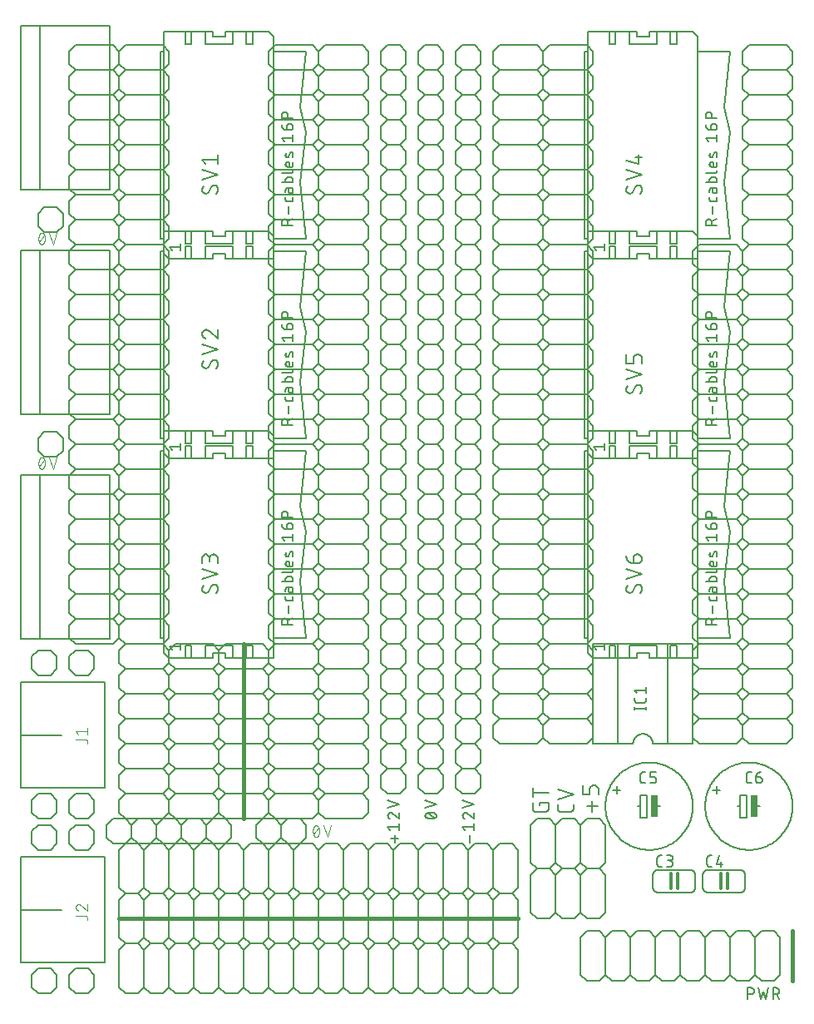
<source format=gbr>
G04 EAGLE Gerber RS-274X export*
G75*
%MOMM*%
%FSLAX34Y34*%
%LPD*%
%INSilkscreen Top*%
%IPPOS*%
%AMOC8*
5,1,8,0,0,1.08239X$1,22.5*%
G01*
%ADD10C,0.406400*%
%ADD11C,0.152400*%
%ADD12C,0.101600*%
%ADD13C,0.127000*%
%ADD14C,0.177800*%
%ADD15C,0.203200*%
%ADD16C,0.304800*%
%ADD17R,0.635000X2.286000*%


D10*
X787400Y25400D02*
X787400Y76200D01*
X228600Y190500D02*
X228600Y368300D01*
X101600Y88900D02*
X508000Y88900D01*
D11*
X583466Y197612D02*
X583466Y208449D01*
X588885Y203031D02*
X578048Y203031D01*
X589788Y215188D02*
X589788Y220607D01*
X589786Y220725D01*
X589780Y220843D01*
X589771Y220961D01*
X589757Y221078D01*
X589740Y221195D01*
X589719Y221312D01*
X589694Y221427D01*
X589665Y221542D01*
X589632Y221656D01*
X589596Y221768D01*
X589556Y221879D01*
X589513Y221989D01*
X589466Y222098D01*
X589416Y222205D01*
X589361Y222310D01*
X589304Y222413D01*
X589243Y222514D01*
X589179Y222614D01*
X589112Y222711D01*
X589042Y222806D01*
X588968Y222898D01*
X588892Y222989D01*
X588812Y223076D01*
X588730Y223161D01*
X588645Y223243D01*
X588558Y223323D01*
X588467Y223399D01*
X588375Y223473D01*
X588280Y223543D01*
X588183Y223610D01*
X588083Y223674D01*
X587982Y223735D01*
X587879Y223792D01*
X587774Y223847D01*
X587667Y223897D01*
X587558Y223944D01*
X587448Y223987D01*
X587337Y224027D01*
X587225Y224063D01*
X587111Y224096D01*
X586996Y224125D01*
X586881Y224150D01*
X586764Y224171D01*
X586647Y224188D01*
X586530Y224202D01*
X586412Y224211D01*
X586294Y224217D01*
X586176Y224219D01*
X586176Y224220D02*
X584369Y224220D01*
X584369Y224219D02*
X584251Y224217D01*
X584133Y224211D01*
X584015Y224202D01*
X583898Y224188D01*
X583781Y224171D01*
X583664Y224150D01*
X583549Y224125D01*
X583434Y224096D01*
X583320Y224063D01*
X583208Y224027D01*
X583097Y223987D01*
X582987Y223944D01*
X582878Y223897D01*
X582771Y223847D01*
X582666Y223792D01*
X582563Y223735D01*
X582462Y223674D01*
X582362Y223610D01*
X582265Y223543D01*
X582170Y223473D01*
X582078Y223399D01*
X581987Y223323D01*
X581900Y223243D01*
X581815Y223161D01*
X581733Y223076D01*
X581653Y222989D01*
X581577Y222898D01*
X581503Y222806D01*
X581433Y222711D01*
X581366Y222614D01*
X581302Y222514D01*
X581241Y222413D01*
X581184Y222310D01*
X581129Y222205D01*
X581079Y222098D01*
X581032Y221989D01*
X580989Y221879D01*
X580949Y221768D01*
X580913Y221656D01*
X580880Y221542D01*
X580851Y221427D01*
X580826Y221312D01*
X580805Y221195D01*
X580788Y221078D01*
X580774Y220961D01*
X580765Y220843D01*
X580759Y220725D01*
X580757Y220607D01*
X580757Y215188D01*
X573532Y215188D01*
X573532Y224220D01*
X564388Y204837D02*
X564388Y201224D01*
X564386Y201106D01*
X564380Y200988D01*
X564371Y200870D01*
X564357Y200753D01*
X564340Y200636D01*
X564319Y200519D01*
X564294Y200404D01*
X564265Y200289D01*
X564232Y200175D01*
X564196Y200063D01*
X564156Y199952D01*
X564113Y199842D01*
X564066Y199733D01*
X564016Y199626D01*
X563961Y199521D01*
X563904Y199418D01*
X563843Y199317D01*
X563779Y199217D01*
X563712Y199120D01*
X563642Y199025D01*
X563568Y198933D01*
X563492Y198842D01*
X563412Y198755D01*
X563330Y198670D01*
X563245Y198588D01*
X563158Y198508D01*
X563067Y198432D01*
X562975Y198358D01*
X562880Y198288D01*
X562783Y198221D01*
X562683Y198157D01*
X562582Y198096D01*
X562479Y198039D01*
X562374Y197984D01*
X562267Y197934D01*
X562158Y197887D01*
X562048Y197844D01*
X561937Y197804D01*
X561825Y197768D01*
X561711Y197735D01*
X561596Y197706D01*
X561481Y197681D01*
X561364Y197660D01*
X561247Y197643D01*
X561130Y197629D01*
X561012Y197620D01*
X560894Y197614D01*
X560776Y197612D01*
X551744Y197612D01*
X551626Y197614D01*
X551508Y197620D01*
X551390Y197629D01*
X551272Y197643D01*
X551155Y197660D01*
X551039Y197681D01*
X550924Y197706D01*
X550809Y197735D01*
X550695Y197768D01*
X550583Y197804D01*
X550471Y197844D01*
X550361Y197887D01*
X550253Y197934D01*
X550146Y197985D01*
X550041Y198039D01*
X549938Y198096D01*
X549836Y198157D01*
X549737Y198221D01*
X549640Y198288D01*
X549545Y198359D01*
X549452Y198432D01*
X549362Y198509D01*
X549274Y198588D01*
X549189Y198670D01*
X549107Y198755D01*
X549028Y198843D01*
X548951Y198933D01*
X548878Y199026D01*
X548807Y199120D01*
X548740Y199218D01*
X548676Y199317D01*
X548615Y199418D01*
X548558Y199522D01*
X548504Y199627D01*
X548453Y199734D01*
X548406Y199842D01*
X548363Y199952D01*
X548323Y200064D01*
X548287Y200176D01*
X548254Y200290D01*
X548225Y200405D01*
X548200Y200520D01*
X548179Y200636D01*
X548162Y200753D01*
X548148Y200871D01*
X548139Y200989D01*
X548133Y201107D01*
X548131Y201225D01*
X548132Y201224D02*
X548132Y204837D01*
X548132Y209774D02*
X564388Y215193D01*
X548132Y220612D01*
X529957Y206643D02*
X529957Y203934D01*
X529957Y206643D02*
X538988Y206643D01*
X538988Y201224D01*
X538986Y201106D01*
X538980Y200988D01*
X538971Y200870D01*
X538957Y200753D01*
X538940Y200636D01*
X538919Y200519D01*
X538894Y200404D01*
X538865Y200289D01*
X538832Y200175D01*
X538796Y200063D01*
X538756Y199952D01*
X538713Y199842D01*
X538666Y199733D01*
X538616Y199626D01*
X538561Y199521D01*
X538504Y199418D01*
X538443Y199317D01*
X538379Y199217D01*
X538312Y199120D01*
X538242Y199025D01*
X538168Y198933D01*
X538092Y198842D01*
X538012Y198755D01*
X537930Y198670D01*
X537845Y198588D01*
X537758Y198508D01*
X537667Y198432D01*
X537575Y198358D01*
X537480Y198288D01*
X537383Y198221D01*
X537283Y198157D01*
X537182Y198096D01*
X537079Y198039D01*
X536974Y197984D01*
X536867Y197934D01*
X536758Y197887D01*
X536648Y197844D01*
X536537Y197804D01*
X536425Y197768D01*
X536311Y197735D01*
X536196Y197706D01*
X536081Y197681D01*
X535964Y197660D01*
X535847Y197643D01*
X535730Y197629D01*
X535612Y197620D01*
X535494Y197614D01*
X535376Y197612D01*
X526344Y197612D01*
X526226Y197614D01*
X526108Y197620D01*
X525990Y197629D01*
X525872Y197643D01*
X525755Y197660D01*
X525639Y197681D01*
X525524Y197706D01*
X525409Y197735D01*
X525295Y197768D01*
X525183Y197804D01*
X525071Y197844D01*
X524961Y197887D01*
X524853Y197934D01*
X524746Y197985D01*
X524641Y198039D01*
X524538Y198096D01*
X524436Y198157D01*
X524337Y198221D01*
X524240Y198288D01*
X524145Y198359D01*
X524052Y198432D01*
X523962Y198509D01*
X523874Y198588D01*
X523789Y198670D01*
X523707Y198755D01*
X523628Y198843D01*
X523551Y198933D01*
X523478Y199026D01*
X523407Y199120D01*
X523340Y199218D01*
X523276Y199317D01*
X523215Y199418D01*
X523158Y199522D01*
X523104Y199627D01*
X523053Y199734D01*
X523006Y199842D01*
X522963Y199952D01*
X522923Y200064D01*
X522887Y200176D01*
X522854Y200290D01*
X522825Y200405D01*
X522800Y200520D01*
X522779Y200636D01*
X522762Y200753D01*
X522748Y200871D01*
X522739Y200989D01*
X522733Y201107D01*
X522731Y201225D01*
X522732Y201224D02*
X522732Y206643D01*
X522732Y217238D02*
X538988Y217238D01*
X522732Y212722D02*
X522732Y221753D01*
D12*
X299932Y182019D02*
X299833Y181811D01*
X299740Y181601D01*
X299652Y181389D01*
X299569Y181175D01*
X299491Y180958D01*
X299418Y180740D01*
X299350Y180521D01*
X299288Y180299D01*
X299231Y180077D01*
X299179Y179853D01*
X299133Y179628D01*
X299092Y179402D01*
X299057Y179174D01*
X299027Y178947D01*
X299002Y178718D01*
X298983Y178489D01*
X298969Y178260D01*
X298961Y178030D01*
X298958Y177800D01*
X299932Y182019D02*
X299965Y182109D01*
X300001Y182198D01*
X300041Y182286D01*
X300085Y182371D01*
X300132Y182455D01*
X300182Y182537D01*
X300236Y182617D01*
X300292Y182694D01*
X300352Y182770D01*
X300415Y182843D01*
X300480Y182913D01*
X300549Y182981D01*
X300620Y183045D01*
X300693Y183107D01*
X300769Y183166D01*
X300847Y183222D01*
X300928Y183275D01*
X301010Y183324D01*
X301094Y183370D01*
X301181Y183413D01*
X301268Y183452D01*
X301358Y183488D01*
X301448Y183520D01*
X301540Y183548D01*
X301633Y183573D01*
X301727Y183594D01*
X301821Y183611D01*
X301916Y183625D01*
X302012Y183634D01*
X302108Y183640D01*
X302204Y183642D01*
X302300Y183640D01*
X302396Y183634D01*
X302492Y183625D01*
X302587Y183611D01*
X302681Y183594D01*
X302775Y183573D01*
X302868Y183548D01*
X302960Y183520D01*
X303050Y183488D01*
X303140Y183452D01*
X303227Y183413D01*
X303314Y183370D01*
X303398Y183324D01*
X303480Y183275D01*
X303561Y183222D01*
X303639Y183166D01*
X303715Y183107D01*
X303788Y183045D01*
X303859Y182981D01*
X303928Y182913D01*
X303993Y182843D01*
X304056Y182770D01*
X304116Y182694D01*
X304172Y182617D01*
X304226Y182537D01*
X304276Y182455D01*
X304323Y182371D01*
X304367Y182286D01*
X304407Y182198D01*
X304443Y182109D01*
X304476Y182019D01*
X304575Y181812D01*
X304668Y181602D01*
X304756Y181389D01*
X304839Y181175D01*
X304917Y180959D01*
X304990Y180741D01*
X305058Y180521D01*
X305120Y180300D01*
X305177Y180077D01*
X305229Y179853D01*
X305275Y179628D01*
X305316Y179402D01*
X305351Y179175D01*
X305381Y178947D01*
X305406Y178718D01*
X305425Y178489D01*
X305439Y178260D01*
X305447Y178030D01*
X305450Y177800D01*
X298958Y177800D02*
X298961Y177570D01*
X298969Y177340D01*
X298983Y177111D01*
X299002Y176882D01*
X299027Y176653D01*
X299057Y176425D01*
X299092Y176198D01*
X299133Y175972D01*
X299179Y175747D01*
X299231Y175523D01*
X299288Y175300D01*
X299350Y175079D01*
X299418Y174859D01*
X299491Y174641D01*
X299569Y174425D01*
X299652Y174211D01*
X299740Y173999D01*
X299833Y173788D01*
X299932Y173581D01*
X299965Y173491D01*
X300001Y173402D01*
X300042Y173314D01*
X300085Y173229D01*
X300132Y173145D01*
X300182Y173063D01*
X300236Y172983D01*
X300292Y172906D01*
X300352Y172830D01*
X300415Y172757D01*
X300480Y172687D01*
X300549Y172619D01*
X300620Y172555D01*
X300693Y172493D01*
X300769Y172434D01*
X300847Y172378D01*
X300928Y172325D01*
X301010Y172276D01*
X301094Y172230D01*
X301181Y172187D01*
X301268Y172148D01*
X301358Y172112D01*
X301448Y172080D01*
X301540Y172052D01*
X301633Y172027D01*
X301727Y172006D01*
X301821Y171989D01*
X301916Y171975D01*
X302012Y171966D01*
X302108Y171960D01*
X302204Y171958D01*
X304475Y173581D02*
X304574Y173788D01*
X304667Y173999D01*
X304755Y174211D01*
X304838Y174425D01*
X304916Y174641D01*
X304989Y174859D01*
X305057Y175079D01*
X305119Y175300D01*
X305176Y175523D01*
X305228Y175747D01*
X305274Y175972D01*
X305315Y176198D01*
X305350Y176425D01*
X305380Y176653D01*
X305405Y176882D01*
X305424Y177111D01*
X305438Y177340D01*
X305446Y177570D01*
X305449Y177800D01*
X304476Y173581D02*
X304443Y173491D01*
X304407Y173402D01*
X304367Y173314D01*
X304323Y173229D01*
X304276Y173145D01*
X304226Y173063D01*
X304172Y172983D01*
X304116Y172906D01*
X304056Y172830D01*
X303993Y172757D01*
X303928Y172687D01*
X303859Y172619D01*
X303788Y172555D01*
X303715Y172493D01*
X303639Y172434D01*
X303561Y172378D01*
X303480Y172325D01*
X303398Y172276D01*
X303314Y172230D01*
X303227Y172187D01*
X303140Y172148D01*
X303050Y172112D01*
X302960Y172080D01*
X302868Y172052D01*
X302775Y172027D01*
X302681Y172006D01*
X302587Y171989D01*
X302492Y171975D01*
X302396Y171966D01*
X302300Y171960D01*
X302204Y171958D01*
X299607Y174554D02*
X304800Y181046D01*
X309739Y183642D02*
X313634Y171958D01*
X317528Y183642D01*
X19558Y552450D02*
X19561Y552680D01*
X19569Y552910D01*
X19583Y553139D01*
X19602Y553368D01*
X19627Y553597D01*
X19657Y553824D01*
X19692Y554052D01*
X19733Y554278D01*
X19779Y554503D01*
X19831Y554727D01*
X19888Y554949D01*
X19950Y555171D01*
X20018Y555390D01*
X20091Y555608D01*
X20169Y555825D01*
X20252Y556039D01*
X20340Y556251D01*
X20433Y556461D01*
X20532Y556669D01*
X20565Y556759D01*
X20601Y556848D01*
X20641Y556936D01*
X20685Y557021D01*
X20732Y557105D01*
X20782Y557187D01*
X20836Y557267D01*
X20892Y557344D01*
X20952Y557420D01*
X21015Y557493D01*
X21080Y557563D01*
X21149Y557631D01*
X21220Y557695D01*
X21293Y557757D01*
X21369Y557816D01*
X21447Y557872D01*
X21528Y557925D01*
X21610Y557974D01*
X21694Y558020D01*
X21781Y558063D01*
X21868Y558102D01*
X21958Y558138D01*
X22048Y558170D01*
X22140Y558198D01*
X22233Y558223D01*
X22327Y558244D01*
X22421Y558261D01*
X22516Y558275D01*
X22612Y558284D01*
X22708Y558290D01*
X22804Y558292D01*
X22900Y558290D01*
X22996Y558284D01*
X23092Y558275D01*
X23187Y558261D01*
X23281Y558244D01*
X23375Y558223D01*
X23468Y558198D01*
X23560Y558170D01*
X23650Y558138D01*
X23740Y558102D01*
X23827Y558063D01*
X23914Y558020D01*
X23998Y557974D01*
X24080Y557925D01*
X24161Y557872D01*
X24239Y557816D01*
X24315Y557757D01*
X24388Y557695D01*
X24459Y557631D01*
X24528Y557563D01*
X24593Y557493D01*
X24656Y557420D01*
X24716Y557344D01*
X24772Y557267D01*
X24826Y557187D01*
X24876Y557105D01*
X24923Y557021D01*
X24967Y556936D01*
X25007Y556848D01*
X25043Y556759D01*
X25076Y556669D01*
X25175Y556462D01*
X25268Y556252D01*
X25356Y556039D01*
X25439Y555825D01*
X25517Y555609D01*
X25590Y555391D01*
X25658Y555171D01*
X25720Y554950D01*
X25777Y554727D01*
X25829Y554503D01*
X25875Y554278D01*
X25916Y554052D01*
X25951Y553825D01*
X25981Y553597D01*
X26006Y553368D01*
X26025Y553139D01*
X26039Y552910D01*
X26047Y552680D01*
X26050Y552450D01*
X19558Y552450D02*
X19561Y552220D01*
X19569Y551990D01*
X19583Y551761D01*
X19602Y551532D01*
X19627Y551303D01*
X19657Y551075D01*
X19692Y550848D01*
X19733Y550622D01*
X19779Y550397D01*
X19831Y550173D01*
X19888Y549950D01*
X19950Y549729D01*
X20018Y549509D01*
X20091Y549291D01*
X20169Y549075D01*
X20252Y548861D01*
X20340Y548649D01*
X20433Y548438D01*
X20532Y548231D01*
X20565Y548141D01*
X20601Y548052D01*
X20642Y547964D01*
X20685Y547879D01*
X20732Y547795D01*
X20782Y547713D01*
X20836Y547633D01*
X20892Y547556D01*
X20952Y547480D01*
X21015Y547407D01*
X21080Y547337D01*
X21149Y547269D01*
X21220Y547205D01*
X21293Y547143D01*
X21369Y547084D01*
X21447Y547028D01*
X21528Y546975D01*
X21610Y546926D01*
X21694Y546880D01*
X21781Y546837D01*
X21868Y546798D01*
X21958Y546762D01*
X22048Y546730D01*
X22140Y546702D01*
X22233Y546677D01*
X22327Y546656D01*
X22421Y546639D01*
X22516Y546625D01*
X22612Y546616D01*
X22708Y546610D01*
X22804Y546608D01*
X25075Y548231D02*
X25174Y548438D01*
X25267Y548649D01*
X25355Y548861D01*
X25438Y549075D01*
X25516Y549291D01*
X25589Y549509D01*
X25657Y549729D01*
X25719Y549950D01*
X25776Y550173D01*
X25828Y550397D01*
X25874Y550622D01*
X25915Y550848D01*
X25950Y551075D01*
X25980Y551303D01*
X26005Y551532D01*
X26024Y551761D01*
X26038Y551990D01*
X26046Y552220D01*
X26049Y552450D01*
X25076Y548231D02*
X25043Y548141D01*
X25007Y548052D01*
X24967Y547964D01*
X24923Y547879D01*
X24876Y547795D01*
X24826Y547713D01*
X24772Y547633D01*
X24716Y547556D01*
X24656Y547480D01*
X24593Y547407D01*
X24528Y547337D01*
X24459Y547269D01*
X24388Y547205D01*
X24315Y547143D01*
X24239Y547084D01*
X24161Y547028D01*
X24080Y546975D01*
X23998Y546926D01*
X23914Y546880D01*
X23827Y546837D01*
X23740Y546798D01*
X23650Y546762D01*
X23560Y546730D01*
X23468Y546702D01*
X23375Y546677D01*
X23281Y546656D01*
X23187Y546639D01*
X23092Y546625D01*
X22996Y546616D01*
X22900Y546610D01*
X22804Y546608D01*
X20207Y549204D02*
X25400Y555696D01*
X30339Y558292D02*
X34234Y546608D01*
X38128Y558292D01*
X19558Y781050D02*
X19561Y781280D01*
X19569Y781510D01*
X19583Y781739D01*
X19602Y781968D01*
X19627Y782197D01*
X19657Y782424D01*
X19692Y782652D01*
X19733Y782878D01*
X19779Y783103D01*
X19831Y783327D01*
X19888Y783549D01*
X19950Y783771D01*
X20018Y783990D01*
X20091Y784208D01*
X20169Y784425D01*
X20252Y784639D01*
X20340Y784851D01*
X20433Y785061D01*
X20532Y785269D01*
X20565Y785359D01*
X20601Y785448D01*
X20641Y785536D01*
X20685Y785621D01*
X20732Y785705D01*
X20782Y785787D01*
X20836Y785867D01*
X20892Y785944D01*
X20952Y786020D01*
X21015Y786093D01*
X21080Y786163D01*
X21149Y786231D01*
X21220Y786295D01*
X21293Y786357D01*
X21369Y786416D01*
X21447Y786472D01*
X21528Y786525D01*
X21610Y786574D01*
X21694Y786620D01*
X21781Y786663D01*
X21868Y786702D01*
X21958Y786738D01*
X22048Y786770D01*
X22140Y786798D01*
X22233Y786823D01*
X22327Y786844D01*
X22421Y786861D01*
X22516Y786875D01*
X22612Y786884D01*
X22708Y786890D01*
X22804Y786892D01*
X22900Y786890D01*
X22996Y786884D01*
X23092Y786875D01*
X23187Y786861D01*
X23281Y786844D01*
X23375Y786823D01*
X23468Y786798D01*
X23560Y786770D01*
X23650Y786738D01*
X23740Y786702D01*
X23827Y786663D01*
X23914Y786620D01*
X23998Y786574D01*
X24080Y786525D01*
X24161Y786472D01*
X24239Y786416D01*
X24315Y786357D01*
X24388Y786295D01*
X24459Y786231D01*
X24528Y786163D01*
X24593Y786093D01*
X24656Y786020D01*
X24716Y785944D01*
X24772Y785867D01*
X24826Y785787D01*
X24876Y785705D01*
X24923Y785621D01*
X24967Y785536D01*
X25007Y785448D01*
X25043Y785359D01*
X25076Y785269D01*
X25175Y785062D01*
X25268Y784852D01*
X25356Y784639D01*
X25439Y784425D01*
X25517Y784209D01*
X25590Y783991D01*
X25658Y783771D01*
X25720Y783550D01*
X25777Y783327D01*
X25829Y783103D01*
X25875Y782878D01*
X25916Y782652D01*
X25951Y782425D01*
X25981Y782197D01*
X26006Y781968D01*
X26025Y781739D01*
X26039Y781510D01*
X26047Y781280D01*
X26050Y781050D01*
X19558Y781050D02*
X19561Y780820D01*
X19569Y780590D01*
X19583Y780361D01*
X19602Y780132D01*
X19627Y779903D01*
X19657Y779675D01*
X19692Y779448D01*
X19733Y779222D01*
X19779Y778997D01*
X19831Y778773D01*
X19888Y778550D01*
X19950Y778329D01*
X20018Y778109D01*
X20091Y777891D01*
X20169Y777675D01*
X20252Y777461D01*
X20340Y777249D01*
X20433Y777038D01*
X20532Y776831D01*
X20565Y776741D01*
X20601Y776652D01*
X20642Y776564D01*
X20685Y776479D01*
X20732Y776395D01*
X20782Y776313D01*
X20836Y776233D01*
X20892Y776156D01*
X20952Y776080D01*
X21015Y776007D01*
X21080Y775937D01*
X21149Y775869D01*
X21220Y775805D01*
X21293Y775743D01*
X21369Y775684D01*
X21447Y775628D01*
X21528Y775575D01*
X21610Y775526D01*
X21694Y775480D01*
X21781Y775437D01*
X21868Y775398D01*
X21958Y775362D01*
X22048Y775330D01*
X22140Y775302D01*
X22233Y775277D01*
X22327Y775256D01*
X22421Y775239D01*
X22516Y775225D01*
X22612Y775216D01*
X22708Y775210D01*
X22804Y775208D01*
X25075Y776831D02*
X25174Y777038D01*
X25267Y777249D01*
X25355Y777461D01*
X25438Y777675D01*
X25516Y777891D01*
X25589Y778109D01*
X25657Y778329D01*
X25719Y778550D01*
X25776Y778773D01*
X25828Y778997D01*
X25874Y779222D01*
X25915Y779448D01*
X25950Y779675D01*
X25980Y779903D01*
X26005Y780132D01*
X26024Y780361D01*
X26038Y780590D01*
X26046Y780820D01*
X26049Y781050D01*
X25076Y776831D02*
X25043Y776741D01*
X25007Y776652D01*
X24967Y776564D01*
X24923Y776479D01*
X24876Y776395D01*
X24826Y776313D01*
X24772Y776233D01*
X24716Y776156D01*
X24656Y776080D01*
X24593Y776007D01*
X24528Y775937D01*
X24459Y775869D01*
X24388Y775805D01*
X24315Y775743D01*
X24239Y775684D01*
X24161Y775628D01*
X24080Y775575D01*
X23998Y775526D01*
X23914Y775480D01*
X23827Y775437D01*
X23740Y775398D01*
X23650Y775362D01*
X23560Y775330D01*
X23468Y775302D01*
X23375Y775277D01*
X23281Y775256D01*
X23187Y775239D01*
X23092Y775225D01*
X22996Y775216D01*
X22900Y775210D01*
X22804Y775208D01*
X20207Y777804D02*
X25400Y784296D01*
X30339Y786892D02*
X34234Y775208D01*
X38128Y786892D01*
D11*
X768350Y76200D02*
X774700Y69850D01*
X755650Y76200D02*
X749300Y69850D01*
X742950Y76200D01*
X730250Y76200D02*
X723900Y69850D01*
X717550Y76200D01*
X704850Y76200D02*
X698500Y69850D01*
X692150Y76200D01*
X679450Y76200D02*
X673100Y69850D01*
X666750Y76200D01*
X654050Y76200D02*
X647700Y69850D01*
X641350Y76200D01*
X628650Y76200D02*
X622300Y69850D01*
X774700Y69850D02*
X774700Y31750D01*
X768350Y25400D01*
X755650Y25400D01*
X749300Y31750D01*
X742950Y25400D01*
X730250Y25400D01*
X723900Y31750D01*
X717550Y25400D01*
X704850Y25400D01*
X698500Y31750D01*
X692150Y25400D01*
X679450Y25400D01*
X673100Y31750D01*
X666750Y25400D01*
X654050Y25400D01*
X647700Y31750D01*
X641350Y25400D01*
X628650Y25400D01*
X622300Y31750D01*
X615950Y25400D01*
X603250Y25400D01*
X596900Y31750D01*
X596900Y69850D02*
X603250Y76200D01*
X615950Y76200D02*
X622300Y69850D01*
X749300Y69850D02*
X749300Y31750D01*
X723900Y31750D02*
X723900Y69850D01*
X698500Y69850D02*
X698500Y31750D01*
X673100Y31750D02*
X673100Y69850D01*
X647700Y69850D02*
X647700Y31750D01*
X622300Y31750D02*
X622300Y69850D01*
X596900Y69850D02*
X596900Y31750D01*
X603250Y76200D02*
X615950Y76200D01*
X628650Y76200D02*
X641350Y76200D01*
X654050Y76200D02*
X666750Y76200D01*
X679450Y76200D02*
X692150Y76200D01*
X704850Y76200D02*
X717550Y76200D01*
X730250Y76200D02*
X742950Y76200D01*
X755650Y76200D02*
X768350Y76200D01*
X596900Y31750D02*
X590550Y25400D01*
X577850Y25400D01*
X571500Y31750D01*
X571500Y69850D02*
X577850Y76200D01*
X590550Y76200D02*
X596900Y69850D01*
X571500Y69850D02*
X571500Y31750D01*
X577850Y76200D02*
X590550Y76200D01*
D13*
X741915Y18415D02*
X741915Y6985D01*
X741915Y18415D02*
X745090Y18415D01*
X745201Y18413D01*
X745311Y18407D01*
X745422Y18398D01*
X745532Y18384D01*
X745641Y18367D01*
X745750Y18346D01*
X745858Y18321D01*
X745965Y18292D01*
X746071Y18260D01*
X746176Y18224D01*
X746279Y18184D01*
X746381Y18141D01*
X746482Y18094D01*
X746581Y18043D01*
X746678Y17990D01*
X746772Y17933D01*
X746865Y17872D01*
X746956Y17809D01*
X747045Y17742D01*
X747131Y17672D01*
X747214Y17599D01*
X747296Y17524D01*
X747374Y17446D01*
X747449Y17364D01*
X747522Y17281D01*
X747592Y17195D01*
X747659Y17106D01*
X747722Y17015D01*
X747783Y16922D01*
X747840Y16827D01*
X747893Y16731D01*
X747944Y16632D01*
X747991Y16531D01*
X748034Y16429D01*
X748074Y16326D01*
X748110Y16221D01*
X748142Y16115D01*
X748171Y16008D01*
X748196Y15900D01*
X748217Y15791D01*
X748234Y15682D01*
X748248Y15572D01*
X748257Y15461D01*
X748263Y15351D01*
X748265Y15240D01*
X748263Y15129D01*
X748257Y15019D01*
X748248Y14908D01*
X748234Y14798D01*
X748217Y14689D01*
X748196Y14580D01*
X748171Y14472D01*
X748142Y14365D01*
X748110Y14259D01*
X748074Y14154D01*
X748034Y14051D01*
X747991Y13949D01*
X747944Y13848D01*
X747893Y13749D01*
X747840Y13652D01*
X747783Y13558D01*
X747722Y13465D01*
X747659Y13374D01*
X747592Y13285D01*
X747522Y13199D01*
X747449Y13116D01*
X747374Y13034D01*
X747296Y12956D01*
X747214Y12881D01*
X747131Y12808D01*
X747045Y12738D01*
X746956Y12671D01*
X746865Y12608D01*
X746772Y12547D01*
X746678Y12490D01*
X746581Y12437D01*
X746482Y12386D01*
X746381Y12339D01*
X746279Y12296D01*
X746176Y12256D01*
X746071Y12220D01*
X745965Y12188D01*
X745858Y12159D01*
X745750Y12134D01*
X745641Y12113D01*
X745532Y12096D01*
X745422Y12082D01*
X745311Y12073D01*
X745201Y12067D01*
X745090Y12065D01*
X741915Y12065D01*
X752392Y18415D02*
X754932Y6985D01*
X757472Y14605D01*
X760012Y6985D01*
X762552Y18415D01*
X767715Y18415D02*
X767715Y6985D01*
X767715Y18415D02*
X770890Y18415D01*
X771001Y18413D01*
X771111Y18407D01*
X771222Y18398D01*
X771332Y18384D01*
X771441Y18367D01*
X771550Y18346D01*
X771658Y18321D01*
X771765Y18292D01*
X771871Y18260D01*
X771976Y18224D01*
X772079Y18184D01*
X772181Y18141D01*
X772282Y18094D01*
X772381Y18043D01*
X772478Y17990D01*
X772572Y17933D01*
X772665Y17872D01*
X772756Y17809D01*
X772845Y17742D01*
X772931Y17672D01*
X773014Y17599D01*
X773096Y17524D01*
X773174Y17446D01*
X773249Y17364D01*
X773322Y17281D01*
X773392Y17195D01*
X773459Y17106D01*
X773522Y17015D01*
X773583Y16922D01*
X773640Y16827D01*
X773693Y16731D01*
X773744Y16632D01*
X773791Y16531D01*
X773834Y16429D01*
X773874Y16326D01*
X773910Y16221D01*
X773942Y16115D01*
X773971Y16008D01*
X773996Y15900D01*
X774017Y15791D01*
X774034Y15682D01*
X774048Y15572D01*
X774057Y15461D01*
X774063Y15351D01*
X774065Y15240D01*
X774063Y15129D01*
X774057Y15019D01*
X774048Y14908D01*
X774034Y14798D01*
X774017Y14689D01*
X773996Y14580D01*
X773971Y14472D01*
X773942Y14365D01*
X773910Y14259D01*
X773874Y14154D01*
X773834Y14051D01*
X773791Y13949D01*
X773744Y13848D01*
X773693Y13749D01*
X773640Y13652D01*
X773583Y13558D01*
X773522Y13465D01*
X773459Y13374D01*
X773392Y13285D01*
X773322Y13199D01*
X773249Y13116D01*
X773174Y13034D01*
X773096Y12956D01*
X773014Y12881D01*
X772931Y12808D01*
X772845Y12738D01*
X772756Y12671D01*
X772665Y12608D01*
X772572Y12547D01*
X772478Y12490D01*
X772381Y12437D01*
X772282Y12386D01*
X772181Y12339D01*
X772079Y12296D01*
X771976Y12256D01*
X771871Y12220D01*
X771765Y12188D01*
X771658Y12159D01*
X771550Y12134D01*
X771441Y12113D01*
X771332Y12096D01*
X771222Y12082D01*
X771111Y12073D01*
X771001Y12067D01*
X770890Y12065D01*
X767715Y12065D01*
X771525Y12065D02*
X774065Y6985D01*
D11*
X168910Y788670D02*
X147320Y788670D01*
X168910Y788670D02*
X168910Y775970D01*
X175260Y775970D01*
X175260Y788670D01*
X189230Y788670D01*
X189230Y775970D01*
X217170Y775970D01*
X217170Y788670D01*
X231140Y788670D01*
X237490Y788670D02*
X237490Y775970D01*
X237490Y788670D02*
X254000Y788670D01*
X231140Y788670D02*
X231140Y775970D01*
X237490Y775970D01*
X196850Y788670D02*
X189230Y788670D01*
X196850Y788670D02*
X196850Y783590D01*
X209550Y783590D01*
X209550Y788670D01*
X217170Y788670D01*
X175260Y788670D02*
X168910Y788670D01*
X231140Y788670D02*
X237490Y788670D01*
X237490Y570230D02*
X237490Y557530D01*
X237490Y570230D02*
X231140Y570230D01*
X231140Y557530D01*
X217170Y557530D02*
X217170Y570230D01*
X189230Y570230D01*
X189230Y557530D01*
X168910Y557530D02*
X168910Y570230D01*
X175260Y570230D01*
X209550Y562610D02*
X209550Y557530D01*
X209550Y562610D02*
X196850Y562610D01*
X196850Y557530D01*
X237490Y557530D02*
X259080Y557530D01*
X237490Y557530D02*
X231140Y557530D01*
X217170Y557530D01*
X209550Y557530D01*
X196850Y557530D02*
X189230Y557530D01*
X175260Y557530D02*
X175260Y570230D01*
X175260Y557530D02*
X189230Y557530D01*
X175260Y557530D02*
X168910Y557530D01*
X259080Y783590D02*
X254000Y788670D01*
X259080Y783590D02*
X259080Y768350D01*
X147320Y577850D02*
X147320Y562610D01*
X152400Y557530D01*
X168910Y557530D01*
X259080Y577850D02*
X292100Y577850D01*
X259080Y577850D02*
X259080Y557530D01*
X259080Y768350D02*
X292100Y768350D01*
X259080Y768350D02*
X259080Y577850D01*
X147320Y577850D02*
X143510Y577850D01*
X147320Y577850D02*
X147320Y768350D01*
X143510Y768350D02*
X143510Y577850D01*
X143510Y768350D02*
X147320Y768350D01*
X147320Y788670D01*
X285750Y635000D02*
X292100Y577850D01*
X285750Y635000D02*
X292100Y685800D01*
X285750Y711200D01*
X292100Y768350D01*
D13*
X153035Y568960D02*
X155575Y565785D01*
X153035Y568960D02*
X164465Y568960D01*
X164465Y565785D02*
X164465Y572135D01*
X267335Y591185D02*
X278765Y591185D01*
X267335Y591185D02*
X267335Y594360D01*
X267337Y594471D01*
X267343Y594581D01*
X267352Y594692D01*
X267366Y594802D01*
X267383Y594911D01*
X267404Y595020D01*
X267429Y595128D01*
X267458Y595235D01*
X267490Y595341D01*
X267526Y595446D01*
X267566Y595549D01*
X267609Y595651D01*
X267656Y595752D01*
X267707Y595851D01*
X267760Y595948D01*
X267817Y596042D01*
X267878Y596135D01*
X267941Y596226D01*
X268008Y596315D01*
X268078Y596401D01*
X268151Y596484D01*
X268226Y596566D01*
X268304Y596644D01*
X268386Y596719D01*
X268469Y596792D01*
X268555Y596862D01*
X268644Y596929D01*
X268735Y596992D01*
X268828Y597053D01*
X268923Y597110D01*
X269019Y597163D01*
X269118Y597214D01*
X269219Y597261D01*
X269321Y597304D01*
X269424Y597344D01*
X269529Y597380D01*
X269635Y597412D01*
X269742Y597441D01*
X269850Y597466D01*
X269959Y597487D01*
X270068Y597504D01*
X270178Y597518D01*
X270289Y597527D01*
X270399Y597533D01*
X270510Y597535D01*
X270621Y597533D01*
X270731Y597527D01*
X270842Y597518D01*
X270952Y597504D01*
X271061Y597487D01*
X271170Y597466D01*
X271278Y597441D01*
X271385Y597412D01*
X271491Y597380D01*
X271596Y597344D01*
X271699Y597304D01*
X271801Y597261D01*
X271902Y597214D01*
X272001Y597163D01*
X272098Y597110D01*
X272192Y597053D01*
X272285Y596992D01*
X272376Y596929D01*
X272465Y596862D01*
X272551Y596792D01*
X272634Y596719D01*
X272716Y596644D01*
X272794Y596566D01*
X272869Y596484D01*
X272942Y596401D01*
X273012Y596315D01*
X273079Y596226D01*
X273142Y596135D01*
X273203Y596042D01*
X273260Y595948D01*
X273313Y595851D01*
X273364Y595752D01*
X273411Y595651D01*
X273454Y595549D01*
X273494Y595446D01*
X273530Y595341D01*
X273562Y595235D01*
X273591Y595128D01*
X273616Y595020D01*
X273637Y594911D01*
X273654Y594802D01*
X273668Y594692D01*
X273677Y594581D01*
X273683Y594471D01*
X273685Y594360D01*
X273685Y591185D01*
X273685Y594995D02*
X278765Y597535D01*
X274320Y602659D02*
X274320Y610279D01*
X278765Y617279D02*
X278765Y619819D01*
X278765Y617279D02*
X278763Y617194D01*
X278757Y617108D01*
X278748Y617023D01*
X278734Y616939D01*
X278717Y616855D01*
X278696Y616772D01*
X278672Y616690D01*
X278644Y616610D01*
X278612Y616530D01*
X278576Y616452D01*
X278538Y616376D01*
X278495Y616302D01*
X278450Y616230D01*
X278401Y616159D01*
X278349Y616091D01*
X278295Y616026D01*
X278237Y615963D01*
X278176Y615902D01*
X278113Y615844D01*
X278048Y615790D01*
X277980Y615738D01*
X277909Y615689D01*
X277837Y615644D01*
X277763Y615601D01*
X277687Y615563D01*
X277609Y615527D01*
X277529Y615495D01*
X277449Y615467D01*
X277367Y615443D01*
X277284Y615422D01*
X277200Y615405D01*
X277116Y615391D01*
X277031Y615382D01*
X276945Y615376D01*
X276860Y615374D01*
X273050Y615374D01*
X272965Y615376D01*
X272879Y615382D01*
X272794Y615391D01*
X272710Y615405D01*
X272626Y615422D01*
X272543Y615443D01*
X272461Y615467D01*
X272381Y615495D01*
X272301Y615527D01*
X272223Y615563D01*
X272147Y615601D01*
X272073Y615644D01*
X272001Y615689D01*
X271930Y615738D01*
X271862Y615790D01*
X271797Y615844D01*
X271734Y615902D01*
X271673Y615963D01*
X271615Y616026D01*
X271561Y616091D01*
X271509Y616159D01*
X271460Y616230D01*
X271415Y616302D01*
X271372Y616376D01*
X271334Y616452D01*
X271298Y616530D01*
X271266Y616610D01*
X271238Y616690D01*
X271214Y616772D01*
X271193Y616855D01*
X271176Y616939D01*
X271162Y617023D01*
X271153Y617108D01*
X271147Y617194D01*
X271145Y617279D01*
X271145Y619819D01*
X274320Y626278D02*
X274320Y629136D01*
X274320Y626278D02*
X274322Y626185D01*
X274328Y626092D01*
X274338Y625999D01*
X274351Y625907D01*
X274369Y625816D01*
X274390Y625725D01*
X274415Y625635D01*
X274444Y625547D01*
X274476Y625460D01*
X274512Y625374D01*
X274552Y625290D01*
X274595Y625207D01*
X274642Y625126D01*
X274691Y625048D01*
X274745Y624971D01*
X274801Y624897D01*
X274860Y624825D01*
X274923Y624756D01*
X274988Y624690D01*
X275056Y624626D01*
X275126Y624565D01*
X275199Y624507D01*
X275274Y624453D01*
X275352Y624401D01*
X275432Y624353D01*
X275513Y624308D01*
X275596Y624267D01*
X275682Y624229D01*
X275768Y624194D01*
X275856Y624164D01*
X275945Y624137D01*
X276035Y624114D01*
X276126Y624094D01*
X276218Y624079D01*
X276311Y624067D01*
X276403Y624059D01*
X276496Y624055D01*
X276590Y624055D01*
X276683Y624059D01*
X276775Y624067D01*
X276868Y624079D01*
X276960Y624094D01*
X277051Y624114D01*
X277141Y624137D01*
X277230Y624164D01*
X277318Y624194D01*
X277404Y624229D01*
X277490Y624267D01*
X277573Y624308D01*
X277655Y624353D01*
X277734Y624401D01*
X277812Y624453D01*
X277887Y624507D01*
X277960Y624565D01*
X278030Y624626D01*
X278098Y624690D01*
X278163Y624756D01*
X278226Y624825D01*
X278285Y624897D01*
X278341Y624971D01*
X278395Y625048D01*
X278444Y625126D01*
X278491Y625207D01*
X278534Y625290D01*
X278574Y625374D01*
X278610Y625460D01*
X278642Y625547D01*
X278671Y625635D01*
X278696Y625725D01*
X278717Y625816D01*
X278735Y625907D01*
X278748Y625999D01*
X278758Y626092D01*
X278764Y626185D01*
X278766Y626278D01*
X278765Y626278D02*
X278765Y629136D01*
X273050Y629136D01*
X272965Y629134D01*
X272879Y629128D01*
X272794Y629119D01*
X272710Y629105D01*
X272626Y629088D01*
X272543Y629067D01*
X272461Y629043D01*
X272381Y629015D01*
X272301Y628983D01*
X272223Y628947D01*
X272147Y628909D01*
X272073Y628866D01*
X272001Y628821D01*
X271930Y628772D01*
X271862Y628720D01*
X271797Y628666D01*
X271734Y628608D01*
X271673Y628547D01*
X271615Y628484D01*
X271561Y628419D01*
X271509Y628351D01*
X271460Y628280D01*
X271415Y628208D01*
X271372Y628134D01*
X271334Y628058D01*
X271298Y627980D01*
X271266Y627900D01*
X271238Y627820D01*
X271214Y627738D01*
X271193Y627655D01*
X271176Y627571D01*
X271162Y627487D01*
X271153Y627402D01*
X271147Y627316D01*
X271145Y627231D01*
X271145Y624691D01*
X267335Y634856D02*
X278765Y634856D01*
X278765Y638031D01*
X278763Y638116D01*
X278757Y638202D01*
X278748Y638287D01*
X278734Y638371D01*
X278717Y638455D01*
X278696Y638538D01*
X278672Y638620D01*
X278644Y638700D01*
X278612Y638780D01*
X278576Y638858D01*
X278538Y638934D01*
X278495Y639008D01*
X278450Y639080D01*
X278401Y639151D01*
X278349Y639219D01*
X278295Y639284D01*
X278237Y639347D01*
X278176Y639408D01*
X278113Y639466D01*
X278048Y639520D01*
X277980Y639572D01*
X277909Y639621D01*
X277837Y639666D01*
X277763Y639709D01*
X277687Y639747D01*
X277609Y639783D01*
X277529Y639815D01*
X277449Y639843D01*
X277367Y639867D01*
X277284Y639888D01*
X277200Y639905D01*
X277116Y639919D01*
X277031Y639928D01*
X276945Y639934D01*
X276860Y639936D01*
X273050Y639936D01*
X272965Y639934D01*
X272879Y639928D01*
X272794Y639919D01*
X272710Y639905D01*
X272626Y639888D01*
X272543Y639867D01*
X272461Y639843D01*
X272381Y639815D01*
X272301Y639783D01*
X272223Y639747D01*
X272147Y639709D01*
X272073Y639666D01*
X272001Y639621D01*
X271930Y639572D01*
X271862Y639520D01*
X271797Y639466D01*
X271734Y639408D01*
X271673Y639347D01*
X271615Y639284D01*
X271561Y639219D01*
X271509Y639151D01*
X271460Y639080D01*
X271415Y639008D01*
X271372Y638934D01*
X271334Y638858D01*
X271298Y638780D01*
X271266Y638700D01*
X271238Y638620D01*
X271214Y638538D01*
X271193Y638455D01*
X271176Y638371D01*
X271162Y638287D01*
X271153Y638202D01*
X271147Y638116D01*
X271145Y638031D01*
X271145Y634856D01*
X267335Y644817D02*
X276860Y644817D01*
X276945Y644819D01*
X277031Y644825D01*
X277116Y644834D01*
X277200Y644848D01*
X277284Y644865D01*
X277367Y644886D01*
X277449Y644910D01*
X277529Y644938D01*
X277609Y644970D01*
X277687Y645006D01*
X277763Y645044D01*
X277837Y645087D01*
X277909Y645132D01*
X277980Y645181D01*
X278048Y645233D01*
X278113Y645287D01*
X278176Y645345D01*
X278237Y645406D01*
X278295Y645469D01*
X278349Y645534D01*
X278401Y645602D01*
X278450Y645673D01*
X278495Y645745D01*
X278538Y645819D01*
X278576Y645895D01*
X278612Y645973D01*
X278644Y646053D01*
X278672Y646133D01*
X278696Y646215D01*
X278717Y646298D01*
X278734Y646382D01*
X278748Y646466D01*
X278757Y646551D01*
X278763Y646637D01*
X278765Y646722D01*
X278765Y652697D02*
X278765Y655872D01*
X278765Y652697D02*
X278763Y652612D01*
X278757Y652526D01*
X278748Y652441D01*
X278734Y652357D01*
X278717Y652273D01*
X278696Y652190D01*
X278672Y652108D01*
X278644Y652028D01*
X278612Y651948D01*
X278576Y651870D01*
X278538Y651794D01*
X278495Y651720D01*
X278450Y651648D01*
X278401Y651577D01*
X278349Y651509D01*
X278295Y651444D01*
X278237Y651381D01*
X278176Y651320D01*
X278113Y651262D01*
X278048Y651208D01*
X277980Y651156D01*
X277909Y651107D01*
X277837Y651062D01*
X277763Y651019D01*
X277687Y650981D01*
X277609Y650945D01*
X277529Y650913D01*
X277449Y650885D01*
X277367Y650861D01*
X277284Y650840D01*
X277200Y650823D01*
X277116Y650809D01*
X277031Y650800D01*
X276945Y650794D01*
X276860Y650792D01*
X273685Y650792D01*
X273585Y650794D01*
X273486Y650800D01*
X273386Y650810D01*
X273288Y650823D01*
X273189Y650841D01*
X273092Y650862D01*
X272996Y650887D01*
X272900Y650916D01*
X272806Y650949D01*
X272713Y650985D01*
X272622Y651025D01*
X272532Y651069D01*
X272444Y651116D01*
X272358Y651166D01*
X272274Y651220D01*
X272192Y651277D01*
X272113Y651337D01*
X272035Y651401D01*
X271961Y651467D01*
X271889Y651536D01*
X271820Y651608D01*
X271754Y651682D01*
X271690Y651760D01*
X271630Y651839D01*
X271573Y651921D01*
X271519Y652005D01*
X271469Y652091D01*
X271422Y652179D01*
X271378Y652269D01*
X271338Y652360D01*
X271302Y652453D01*
X271269Y652547D01*
X271240Y652643D01*
X271215Y652739D01*
X271194Y652836D01*
X271176Y652935D01*
X271163Y653033D01*
X271153Y653133D01*
X271147Y653232D01*
X271145Y653332D01*
X271147Y653432D01*
X271153Y653531D01*
X271163Y653631D01*
X271176Y653729D01*
X271194Y653828D01*
X271215Y653925D01*
X271240Y654021D01*
X271269Y654117D01*
X271302Y654211D01*
X271338Y654304D01*
X271378Y654395D01*
X271422Y654485D01*
X271469Y654573D01*
X271519Y654659D01*
X271573Y654743D01*
X271630Y654825D01*
X271690Y654904D01*
X271754Y654982D01*
X271820Y655056D01*
X271889Y655128D01*
X271961Y655197D01*
X272035Y655263D01*
X272113Y655327D01*
X272192Y655387D01*
X272274Y655444D01*
X272358Y655498D01*
X272444Y655548D01*
X272532Y655595D01*
X272622Y655639D01*
X272713Y655679D01*
X272806Y655715D01*
X272900Y655748D01*
X272996Y655777D01*
X273092Y655802D01*
X273189Y655823D01*
X273288Y655841D01*
X273386Y655854D01*
X273486Y655864D01*
X273585Y655870D01*
X273685Y655872D01*
X274955Y655872D01*
X274955Y650792D01*
X274320Y661651D02*
X275590Y664826D01*
X274319Y661651D02*
X274288Y661577D01*
X274253Y661505D01*
X274214Y661435D01*
X274172Y661366D01*
X274127Y661300D01*
X274078Y661236D01*
X274027Y661175D01*
X273973Y661116D01*
X273915Y661060D01*
X273856Y661007D01*
X273793Y660956D01*
X273729Y660909D01*
X273662Y660865D01*
X273593Y660824D01*
X273522Y660787D01*
X273449Y660753D01*
X273375Y660723D01*
X273299Y660696D01*
X273222Y660674D01*
X273145Y660654D01*
X273066Y660639D01*
X272987Y660628D01*
X272907Y660620D01*
X272827Y660616D01*
X272747Y660617D01*
X272667Y660621D01*
X272587Y660629D01*
X272508Y660641D01*
X272429Y660656D01*
X272351Y660676D01*
X272275Y660699D01*
X272199Y660726D01*
X272125Y660757D01*
X272053Y660791D01*
X271982Y660829D01*
X271913Y660870D01*
X271846Y660914D01*
X271782Y660962D01*
X271720Y661012D01*
X271660Y661066D01*
X271603Y661122D01*
X271549Y661182D01*
X271498Y661243D01*
X271450Y661307D01*
X271405Y661374D01*
X271364Y661442D01*
X271325Y661513D01*
X271291Y661585D01*
X271260Y661659D01*
X271232Y661734D01*
X271208Y661811D01*
X271188Y661888D01*
X271172Y661967D01*
X271159Y662046D01*
X271151Y662125D01*
X271146Y662205D01*
X271145Y662286D01*
X271146Y662285D02*
X271150Y662458D01*
X271159Y662632D01*
X271172Y662804D01*
X271189Y662977D01*
X271210Y663149D01*
X271235Y663321D01*
X271265Y663491D01*
X271298Y663662D01*
X271336Y663831D01*
X271378Y663999D01*
X271423Y664166D01*
X271473Y664332D01*
X271527Y664497D01*
X271584Y664661D01*
X271646Y664823D01*
X271711Y664983D01*
X271781Y665142D01*
X275591Y664825D02*
X275622Y664899D01*
X275657Y664971D01*
X275696Y665041D01*
X275738Y665110D01*
X275783Y665176D01*
X275832Y665240D01*
X275883Y665301D01*
X275937Y665360D01*
X275995Y665416D01*
X276054Y665469D01*
X276117Y665520D01*
X276181Y665567D01*
X276248Y665611D01*
X276317Y665652D01*
X276388Y665689D01*
X276461Y665723D01*
X276535Y665753D01*
X276611Y665780D01*
X276688Y665802D01*
X276765Y665822D01*
X276844Y665837D01*
X276923Y665848D01*
X277003Y665856D01*
X277083Y665860D01*
X277163Y665859D01*
X277243Y665855D01*
X277323Y665847D01*
X277402Y665835D01*
X277481Y665820D01*
X277559Y665800D01*
X277635Y665777D01*
X277711Y665750D01*
X277785Y665719D01*
X277857Y665685D01*
X277928Y665647D01*
X277997Y665606D01*
X278064Y665562D01*
X278128Y665514D01*
X278190Y665464D01*
X278250Y665410D01*
X278307Y665354D01*
X278361Y665294D01*
X278412Y665233D01*
X278460Y665169D01*
X278505Y665102D01*
X278546Y665034D01*
X278585Y664963D01*
X278619Y664891D01*
X278650Y664817D01*
X278678Y664742D01*
X278702Y664665D01*
X278722Y664588D01*
X278738Y664509D01*
X278751Y664430D01*
X278759Y664351D01*
X278764Y664271D01*
X278765Y664190D01*
X278766Y664190D02*
X278759Y663935D01*
X278747Y663681D01*
X278728Y663427D01*
X278703Y663173D01*
X278673Y662921D01*
X278636Y662669D01*
X278593Y662417D01*
X278545Y662167D01*
X278490Y661919D01*
X278430Y661671D01*
X278364Y661425D01*
X278292Y661181D01*
X278214Y660938D01*
X278131Y660697D01*
X269875Y676827D02*
X267335Y680002D01*
X278765Y680002D01*
X278765Y676827D02*
X278765Y683177D01*
X272415Y688257D02*
X272415Y692067D01*
X272417Y692167D01*
X272423Y692266D01*
X272433Y692366D01*
X272446Y692464D01*
X272464Y692563D01*
X272485Y692660D01*
X272510Y692756D01*
X272539Y692852D01*
X272572Y692946D01*
X272608Y693039D01*
X272648Y693130D01*
X272692Y693220D01*
X272739Y693308D01*
X272789Y693394D01*
X272843Y693478D01*
X272900Y693560D01*
X272960Y693639D01*
X273024Y693717D01*
X273090Y693791D01*
X273159Y693863D01*
X273231Y693932D01*
X273305Y693998D01*
X273383Y694062D01*
X273462Y694122D01*
X273544Y694179D01*
X273628Y694233D01*
X273714Y694283D01*
X273802Y694330D01*
X273892Y694374D01*
X273983Y694414D01*
X274076Y694450D01*
X274170Y694483D01*
X274266Y694512D01*
X274362Y694537D01*
X274459Y694558D01*
X274558Y694576D01*
X274656Y694589D01*
X274756Y694599D01*
X274855Y694605D01*
X274955Y694607D01*
X275590Y694607D01*
X275701Y694605D01*
X275811Y694599D01*
X275922Y694590D01*
X276032Y694576D01*
X276141Y694559D01*
X276250Y694538D01*
X276358Y694513D01*
X276465Y694484D01*
X276571Y694452D01*
X276676Y694416D01*
X276779Y694376D01*
X276881Y694333D01*
X276982Y694286D01*
X277081Y694235D01*
X277178Y694182D01*
X277272Y694125D01*
X277365Y694064D01*
X277456Y694001D01*
X277545Y693934D01*
X277631Y693864D01*
X277714Y693791D01*
X277796Y693716D01*
X277874Y693638D01*
X277949Y693556D01*
X278022Y693473D01*
X278092Y693387D01*
X278159Y693298D01*
X278222Y693207D01*
X278283Y693114D01*
X278340Y693019D01*
X278393Y692923D01*
X278444Y692824D01*
X278491Y692723D01*
X278534Y692621D01*
X278574Y692518D01*
X278610Y692413D01*
X278642Y692307D01*
X278671Y692200D01*
X278696Y692092D01*
X278717Y691983D01*
X278734Y691874D01*
X278748Y691764D01*
X278757Y691653D01*
X278763Y691543D01*
X278765Y691432D01*
X278763Y691321D01*
X278757Y691211D01*
X278748Y691100D01*
X278734Y690990D01*
X278717Y690881D01*
X278696Y690772D01*
X278671Y690664D01*
X278642Y690557D01*
X278610Y690451D01*
X278574Y690346D01*
X278534Y690243D01*
X278491Y690141D01*
X278444Y690040D01*
X278393Y689941D01*
X278340Y689845D01*
X278283Y689750D01*
X278222Y689657D01*
X278159Y689566D01*
X278092Y689477D01*
X278022Y689391D01*
X277949Y689308D01*
X277874Y689226D01*
X277796Y689148D01*
X277714Y689073D01*
X277631Y689000D01*
X277545Y688930D01*
X277456Y688863D01*
X277365Y688800D01*
X277272Y688739D01*
X277178Y688682D01*
X277081Y688629D01*
X276982Y688578D01*
X276881Y688531D01*
X276779Y688488D01*
X276676Y688448D01*
X276571Y688412D01*
X276465Y688380D01*
X276358Y688351D01*
X276250Y688326D01*
X276141Y688305D01*
X276032Y688288D01*
X275922Y688274D01*
X275811Y688265D01*
X275701Y688259D01*
X275590Y688257D01*
X272415Y688257D01*
X272275Y688259D01*
X272135Y688265D01*
X271995Y688274D01*
X271856Y688288D01*
X271717Y688305D01*
X271579Y688326D01*
X271441Y688351D01*
X271304Y688380D01*
X271168Y688412D01*
X271033Y688449D01*
X270899Y688489D01*
X270766Y688532D01*
X270634Y688580D01*
X270503Y688630D01*
X270374Y688685D01*
X270247Y688743D01*
X270121Y688804D01*
X269997Y688869D01*
X269875Y688938D01*
X269755Y689009D01*
X269637Y689084D01*
X269520Y689162D01*
X269406Y689244D01*
X269295Y689328D01*
X269186Y689416D01*
X269079Y689506D01*
X268974Y689600D01*
X268873Y689696D01*
X268774Y689795D01*
X268678Y689896D01*
X268584Y690001D01*
X268494Y690108D01*
X268406Y690217D01*
X268322Y690328D01*
X268240Y690442D01*
X268162Y690559D01*
X268087Y690677D01*
X268016Y690797D01*
X267947Y690919D01*
X267882Y691043D01*
X267821Y691169D01*
X267763Y691296D01*
X267708Y691425D01*
X267658Y691556D01*
X267610Y691688D01*
X267567Y691821D01*
X267527Y691955D01*
X267490Y692090D01*
X267458Y692226D01*
X267429Y692363D01*
X267404Y692501D01*
X267383Y692639D01*
X267366Y692778D01*
X267352Y692917D01*
X267343Y693057D01*
X267337Y693197D01*
X267335Y693337D01*
X267335Y700259D02*
X278765Y700259D01*
X267335Y700259D02*
X267335Y703434D01*
X267337Y703545D01*
X267343Y703655D01*
X267352Y703766D01*
X267366Y703876D01*
X267383Y703985D01*
X267404Y704094D01*
X267429Y704202D01*
X267458Y704309D01*
X267490Y704415D01*
X267526Y704520D01*
X267566Y704623D01*
X267609Y704725D01*
X267656Y704826D01*
X267707Y704925D01*
X267760Y705022D01*
X267817Y705116D01*
X267878Y705209D01*
X267941Y705300D01*
X268008Y705389D01*
X268078Y705475D01*
X268151Y705558D01*
X268226Y705640D01*
X268304Y705718D01*
X268386Y705793D01*
X268469Y705866D01*
X268555Y705936D01*
X268644Y706003D01*
X268735Y706066D01*
X268828Y706127D01*
X268923Y706184D01*
X269019Y706237D01*
X269118Y706288D01*
X269219Y706335D01*
X269321Y706378D01*
X269424Y706418D01*
X269529Y706454D01*
X269635Y706486D01*
X269742Y706515D01*
X269850Y706540D01*
X269959Y706561D01*
X270068Y706578D01*
X270178Y706592D01*
X270289Y706601D01*
X270399Y706607D01*
X270510Y706609D01*
X270621Y706607D01*
X270731Y706601D01*
X270842Y706592D01*
X270952Y706578D01*
X271061Y706561D01*
X271170Y706540D01*
X271278Y706515D01*
X271385Y706486D01*
X271491Y706454D01*
X271596Y706418D01*
X271699Y706378D01*
X271801Y706335D01*
X271902Y706288D01*
X272001Y706237D01*
X272098Y706184D01*
X272192Y706127D01*
X272285Y706066D01*
X272376Y706003D01*
X272465Y705936D01*
X272551Y705866D01*
X272634Y705793D01*
X272716Y705718D01*
X272794Y705640D01*
X272869Y705558D01*
X272942Y705475D01*
X273012Y705389D01*
X273079Y705300D01*
X273142Y705209D01*
X273203Y705116D01*
X273260Y705022D01*
X273313Y704925D01*
X273364Y704826D01*
X273411Y704725D01*
X273454Y704623D01*
X273494Y704520D01*
X273530Y704415D01*
X273562Y704309D01*
X273591Y704202D01*
X273616Y704094D01*
X273637Y703985D01*
X273654Y703876D01*
X273668Y703766D01*
X273677Y703655D01*
X273683Y703545D01*
X273685Y703434D01*
X273685Y700259D01*
D14*
X202311Y653923D02*
X202309Y654039D01*
X202303Y654156D01*
X202294Y654272D01*
X202281Y654387D01*
X202264Y654502D01*
X202243Y654617D01*
X202218Y654730D01*
X202190Y654843D01*
X202158Y654955D01*
X202122Y655066D01*
X202083Y655176D01*
X202040Y655284D01*
X201994Y655391D01*
X201944Y655496D01*
X201891Y655599D01*
X201835Y655701D01*
X201775Y655801D01*
X201712Y655899D01*
X201645Y655994D01*
X201576Y656088D01*
X201504Y656179D01*
X201429Y656268D01*
X201350Y656354D01*
X201269Y656437D01*
X201186Y656518D01*
X201100Y656597D01*
X201011Y656672D01*
X200920Y656744D01*
X200826Y656813D01*
X200731Y656880D01*
X200633Y656943D01*
X200533Y657003D01*
X200431Y657059D01*
X200328Y657112D01*
X200223Y657162D01*
X200116Y657208D01*
X200008Y657251D01*
X199898Y657290D01*
X199787Y657326D01*
X199675Y657358D01*
X199562Y657386D01*
X199449Y657411D01*
X199334Y657432D01*
X199219Y657449D01*
X199104Y657462D01*
X198988Y657471D01*
X198871Y657477D01*
X198755Y657479D01*
X202311Y653923D02*
X202309Y653743D01*
X202302Y653564D01*
X202292Y653384D01*
X202277Y653205D01*
X202257Y653026D01*
X202234Y652848D01*
X202206Y652671D01*
X202174Y652494D01*
X202138Y652318D01*
X202097Y652143D01*
X202052Y651969D01*
X202003Y651796D01*
X201951Y651624D01*
X201893Y651453D01*
X201832Y651284D01*
X201767Y651117D01*
X201698Y650951D01*
X201625Y650787D01*
X201548Y650624D01*
X201467Y650464D01*
X201383Y650305D01*
X201294Y650149D01*
X201202Y649995D01*
X201106Y649843D01*
X201007Y649693D01*
X200904Y649545D01*
X200797Y649401D01*
X200687Y649258D01*
X200574Y649119D01*
X200457Y648982D01*
X200338Y648848D01*
X200215Y648717D01*
X200089Y648589D01*
X189865Y649034D02*
X189749Y649036D01*
X189632Y649042D01*
X189516Y649051D01*
X189401Y649064D01*
X189286Y649081D01*
X189171Y649102D01*
X189058Y649127D01*
X188945Y649155D01*
X188833Y649187D01*
X188722Y649223D01*
X188612Y649262D01*
X188504Y649305D01*
X188397Y649351D01*
X188292Y649401D01*
X188189Y649454D01*
X188087Y649510D01*
X187987Y649570D01*
X187889Y649633D01*
X187794Y649700D01*
X187700Y649769D01*
X187609Y649841D01*
X187520Y649916D01*
X187434Y649995D01*
X187351Y650076D01*
X187270Y650159D01*
X187191Y650245D01*
X187116Y650334D01*
X187044Y650425D01*
X186975Y650519D01*
X186908Y650614D01*
X186845Y650712D01*
X186785Y650812D01*
X186729Y650914D01*
X186676Y651017D01*
X186626Y651122D01*
X186580Y651229D01*
X186537Y651337D01*
X186498Y651447D01*
X186462Y651558D01*
X186430Y651670D01*
X186402Y651783D01*
X186377Y651896D01*
X186356Y652011D01*
X186339Y652126D01*
X186326Y652241D01*
X186317Y652357D01*
X186311Y652474D01*
X186309Y652590D01*
X186311Y652749D01*
X186317Y652908D01*
X186326Y653066D01*
X186339Y653225D01*
X186356Y653383D01*
X186377Y653540D01*
X186402Y653697D01*
X186430Y653854D01*
X186462Y654009D01*
X186497Y654164D01*
X186537Y654318D01*
X186580Y654471D01*
X186627Y654623D01*
X186677Y654774D01*
X186731Y654923D01*
X186788Y655072D01*
X186849Y655218D01*
X186913Y655364D01*
X186981Y655507D01*
X187052Y655649D01*
X187127Y655790D01*
X187205Y655928D01*
X187286Y656065D01*
X187370Y656199D01*
X187458Y656332D01*
X187549Y656463D01*
X187643Y656591D01*
X192977Y650811D02*
X192916Y650711D01*
X192851Y650613D01*
X192784Y650517D01*
X192713Y650424D01*
X192640Y650333D01*
X192563Y650244D01*
X192484Y650158D01*
X192402Y650074D01*
X192317Y649993D01*
X192230Y649915D01*
X192140Y649840D01*
X192048Y649767D01*
X191953Y649698D01*
X191857Y649632D01*
X191758Y649569D01*
X191657Y649509D01*
X191554Y649452D01*
X191450Y649399D01*
X191344Y649350D01*
X191236Y649303D01*
X191127Y649261D01*
X191017Y649221D01*
X190905Y649186D01*
X190792Y649154D01*
X190678Y649126D01*
X190564Y649101D01*
X190448Y649080D01*
X190332Y649063D01*
X190216Y649050D01*
X190099Y649041D01*
X189982Y649035D01*
X189865Y649033D01*
X195643Y655701D02*
X195704Y655801D01*
X195769Y655899D01*
X195836Y655995D01*
X195907Y656088D01*
X195980Y656179D01*
X196057Y656268D01*
X196136Y656354D01*
X196218Y656438D01*
X196303Y656519D01*
X196390Y656597D01*
X196480Y656672D01*
X196572Y656745D01*
X196667Y656814D01*
X196763Y656880D01*
X196862Y656943D01*
X196963Y657003D01*
X197066Y657060D01*
X197170Y657113D01*
X197276Y657162D01*
X197384Y657209D01*
X197493Y657251D01*
X197603Y657291D01*
X197715Y657326D01*
X197828Y657358D01*
X197942Y657386D01*
X198056Y657411D01*
X198172Y657432D01*
X198288Y657449D01*
X198404Y657462D01*
X198521Y657471D01*
X198638Y657477D01*
X198755Y657479D01*
X195644Y655701D02*
X192977Y650812D01*
X186309Y662810D02*
X202311Y668144D01*
X186309Y673478D01*
X186309Y684220D02*
X186311Y684346D01*
X186317Y684471D01*
X186327Y684597D01*
X186341Y684721D01*
X186358Y684846D01*
X186380Y684970D01*
X186405Y685093D01*
X186435Y685215D01*
X186468Y685336D01*
X186505Y685456D01*
X186546Y685575D01*
X186590Y685693D01*
X186638Y685809D01*
X186690Y685924D01*
X186745Y686036D01*
X186804Y686147D01*
X186866Y686257D01*
X186932Y686364D01*
X187001Y686469D01*
X187073Y686572D01*
X187149Y686672D01*
X187227Y686770D01*
X187309Y686866D01*
X187393Y686959D01*
X187481Y687049D01*
X187571Y687137D01*
X187664Y687221D01*
X187760Y687303D01*
X187858Y687381D01*
X187958Y687457D01*
X188061Y687529D01*
X188166Y687598D01*
X188273Y687664D01*
X188383Y687726D01*
X188494Y687785D01*
X188606Y687840D01*
X188721Y687892D01*
X188837Y687940D01*
X188955Y687984D01*
X189074Y688025D01*
X189194Y688062D01*
X189315Y688095D01*
X189437Y688125D01*
X189560Y688150D01*
X189684Y688172D01*
X189809Y688189D01*
X189933Y688203D01*
X190059Y688213D01*
X190184Y688219D01*
X190310Y688221D01*
X186309Y684220D02*
X186311Y684079D01*
X186317Y683939D01*
X186326Y683799D01*
X186340Y683659D01*
X186357Y683520D01*
X186378Y683381D01*
X186403Y683242D01*
X186431Y683105D01*
X186464Y682968D01*
X186500Y682832D01*
X186540Y682697D01*
X186583Y682564D01*
X186630Y682431D01*
X186681Y682300D01*
X186735Y682171D01*
X186793Y682043D01*
X186854Y681916D01*
X186919Y681791D01*
X186987Y681669D01*
X187058Y681548D01*
X187133Y681428D01*
X187211Y681312D01*
X187292Y681197D01*
X187376Y681084D01*
X187464Y680974D01*
X187554Y680866D01*
X187647Y680761D01*
X187743Y680659D01*
X187842Y680559D01*
X187943Y680461D01*
X188047Y680367D01*
X188154Y680275D01*
X188263Y680187D01*
X188374Y680101D01*
X188488Y680019D01*
X188604Y679939D01*
X188722Y679863D01*
X188842Y679790D01*
X188964Y679721D01*
X189088Y679654D01*
X189214Y679591D01*
X189341Y679532D01*
X189470Y679476D01*
X189600Y679424D01*
X189732Y679375D01*
X189865Y679330D01*
X193422Y686887D02*
X193331Y686979D01*
X193238Y687069D01*
X193143Y687155D01*
X193045Y687239D01*
X192944Y687319D01*
X192841Y687397D01*
X192736Y687471D01*
X192628Y687542D01*
X192519Y687610D01*
X192407Y687674D01*
X192294Y687736D01*
X192179Y687793D01*
X192062Y687848D01*
X191943Y687899D01*
X191823Y687946D01*
X191702Y687989D01*
X191580Y688029D01*
X191456Y688065D01*
X191331Y688098D01*
X191206Y688127D01*
X191079Y688152D01*
X190952Y688173D01*
X190824Y688190D01*
X190696Y688204D01*
X190568Y688213D01*
X190439Y688219D01*
X190310Y688221D01*
X193421Y686887D02*
X202311Y679330D01*
X202311Y688220D01*
D11*
X152400Y577850D02*
X146050Y571500D01*
X152400Y590550D02*
X146050Y596900D01*
X152400Y603250D01*
X152400Y615950D02*
X146050Y622300D01*
X152400Y628650D01*
X152400Y641350D02*
X146050Y647700D01*
X152400Y654050D01*
X152400Y666750D02*
X146050Y673100D01*
X152400Y679450D01*
X152400Y692150D02*
X146050Y698500D01*
X152400Y704850D01*
X152400Y717550D02*
X146050Y723900D01*
X146050Y571500D02*
X107950Y571500D01*
X101600Y577850D01*
X101600Y590550D01*
X107950Y596900D01*
X101600Y603250D01*
X101600Y615950D01*
X107950Y622300D01*
X101600Y628650D01*
X101600Y641350D01*
X107950Y647700D01*
X101600Y654050D01*
X101600Y666750D01*
X107950Y673100D01*
X101600Y679450D01*
X101600Y692150D01*
X107950Y698500D01*
X101600Y704850D01*
X101600Y717550D01*
X107950Y723900D01*
X101600Y730250D01*
X101600Y742950D01*
X107950Y749300D01*
X146050Y749300D02*
X152400Y742950D01*
X152400Y730250D02*
X146050Y723900D01*
X146050Y596900D02*
X107950Y596900D01*
X107950Y622300D02*
X146050Y622300D01*
X146050Y647700D02*
X107950Y647700D01*
X107950Y673100D02*
X146050Y673100D01*
X146050Y698500D02*
X107950Y698500D01*
X107950Y723900D02*
X146050Y723900D01*
X146050Y749300D02*
X107950Y749300D01*
X152400Y742950D02*
X152400Y730250D01*
X152400Y717550D02*
X152400Y704850D01*
X152400Y692150D02*
X152400Y679450D01*
X152400Y666750D02*
X152400Y654050D01*
X152400Y641350D02*
X152400Y628650D01*
X152400Y615950D02*
X152400Y603250D01*
X152400Y590550D02*
X152400Y577850D01*
X107950Y749300D02*
X101600Y755650D01*
X101600Y768350D01*
X107950Y774700D01*
X146050Y774700D02*
X152400Y768350D01*
X152400Y755650D02*
X146050Y749300D01*
X146050Y774700D02*
X107950Y774700D01*
X152400Y768350D02*
X152400Y755650D01*
X101600Y577850D02*
X95250Y571500D01*
X101600Y590550D02*
X95250Y596900D01*
X101600Y603250D01*
X101600Y615950D02*
X95250Y622300D01*
X101600Y628650D01*
X101600Y641350D02*
X95250Y647700D01*
X101600Y654050D01*
X101600Y666750D02*
X95250Y673100D01*
X101600Y679450D01*
X101600Y692150D02*
X95250Y698500D01*
X101600Y704850D01*
X101600Y717550D02*
X95250Y723900D01*
X95250Y571500D02*
X57150Y571500D01*
X50800Y577850D01*
X50800Y590550D01*
X57150Y596900D01*
X50800Y603250D01*
X50800Y615950D01*
X57150Y622300D01*
X50800Y628650D01*
X50800Y641350D01*
X57150Y647700D01*
X50800Y654050D01*
X50800Y666750D01*
X57150Y673100D01*
X50800Y679450D01*
X50800Y692150D01*
X57150Y698500D01*
X50800Y704850D01*
X50800Y717550D01*
X57150Y723900D01*
X50800Y730250D01*
X50800Y742950D01*
X57150Y749300D01*
X95250Y749300D02*
X101600Y742950D01*
X101600Y730250D02*
X95250Y723900D01*
X95250Y596900D02*
X57150Y596900D01*
X57150Y622300D02*
X95250Y622300D01*
X95250Y647700D02*
X57150Y647700D01*
X57150Y673100D02*
X95250Y673100D01*
X95250Y698500D02*
X57150Y698500D01*
X57150Y723900D02*
X95250Y723900D01*
X95250Y749300D02*
X57150Y749300D01*
X101600Y742950D02*
X101600Y730250D01*
X101600Y717550D02*
X101600Y704850D01*
X101600Y692150D02*
X101600Y679450D01*
X101600Y666750D02*
X101600Y654050D01*
X101600Y641350D02*
X101600Y628650D01*
X101600Y615950D02*
X101600Y603250D01*
X101600Y590550D02*
X101600Y577850D01*
X57150Y749300D02*
X50800Y755650D01*
X50800Y768350D01*
X57150Y774700D01*
X95250Y774700D02*
X101600Y768350D01*
X101600Y755650D02*
X95250Y749300D01*
X95250Y774700D02*
X57150Y774700D01*
X101600Y768350D02*
X101600Y755650D01*
X298450Y571500D02*
X304800Y577850D01*
X304800Y590550D02*
X298450Y596900D01*
X304800Y603250D01*
X304800Y615950D02*
X298450Y622300D01*
X304800Y628650D01*
X304800Y641350D02*
X298450Y647700D01*
X304800Y654050D01*
X304800Y666750D02*
X298450Y673100D01*
X304800Y679450D01*
X304800Y692150D02*
X298450Y698500D01*
X304800Y704850D01*
X304800Y717550D02*
X298450Y723900D01*
X298450Y571500D02*
X260350Y571500D01*
X254000Y577850D01*
X254000Y590550D01*
X260350Y596900D01*
X254000Y603250D01*
X254000Y615950D01*
X260350Y622300D01*
X254000Y628650D01*
X254000Y641350D01*
X260350Y647700D01*
X254000Y654050D01*
X254000Y666750D01*
X260350Y673100D01*
X254000Y679450D01*
X254000Y692150D01*
X260350Y698500D01*
X254000Y704850D01*
X254000Y717550D01*
X260350Y723900D01*
X254000Y730250D01*
X254000Y742950D01*
X260350Y749300D01*
X298450Y749300D02*
X304800Y742950D01*
X304800Y730250D02*
X298450Y723900D01*
X298450Y596900D02*
X260350Y596900D01*
X260350Y622300D02*
X298450Y622300D01*
X298450Y647700D02*
X260350Y647700D01*
X260350Y673100D02*
X298450Y673100D01*
X298450Y698500D02*
X260350Y698500D01*
X260350Y723900D02*
X298450Y723900D01*
X298450Y749300D02*
X260350Y749300D01*
X304800Y742950D02*
X304800Y730250D01*
X304800Y717550D02*
X304800Y704850D01*
X304800Y692150D02*
X304800Y679450D01*
X304800Y666750D02*
X304800Y654050D01*
X304800Y641350D02*
X304800Y628650D01*
X304800Y615950D02*
X304800Y603250D01*
X304800Y590550D02*
X304800Y577850D01*
X260350Y749300D02*
X254000Y755650D01*
X254000Y768350D01*
X260350Y774700D01*
X298450Y774700D02*
X304800Y768350D01*
X304800Y755650D02*
X298450Y749300D01*
X298450Y774700D02*
X260350Y774700D01*
X304800Y768350D02*
X304800Y755650D01*
X355600Y577850D02*
X349250Y571500D01*
X355600Y590550D02*
X349250Y596900D01*
X355600Y603250D01*
X355600Y615950D02*
X349250Y622300D01*
X355600Y628650D01*
X355600Y641350D02*
X349250Y647700D01*
X355600Y654050D01*
X355600Y666750D02*
X349250Y673100D01*
X355600Y679450D01*
X355600Y692150D02*
X349250Y698500D01*
X355600Y704850D01*
X355600Y717550D02*
X349250Y723900D01*
X349250Y571500D02*
X311150Y571500D01*
X304800Y577850D01*
X304800Y590550D01*
X311150Y596900D01*
X304800Y603250D01*
X304800Y615950D01*
X311150Y622300D01*
X304800Y628650D01*
X304800Y641350D01*
X311150Y647700D01*
X304800Y654050D01*
X304800Y666750D01*
X311150Y673100D01*
X304800Y679450D01*
X304800Y692150D01*
X311150Y698500D01*
X304800Y704850D01*
X304800Y717550D01*
X311150Y723900D01*
X304800Y730250D01*
X304800Y742950D01*
X311150Y749300D01*
X349250Y749300D02*
X355600Y742950D01*
X355600Y730250D02*
X349250Y723900D01*
X349250Y596900D02*
X311150Y596900D01*
X311150Y622300D02*
X349250Y622300D01*
X349250Y647700D02*
X311150Y647700D01*
X311150Y673100D02*
X349250Y673100D01*
X349250Y698500D02*
X311150Y698500D01*
X311150Y723900D02*
X349250Y723900D01*
X349250Y749300D02*
X311150Y749300D01*
X355600Y742950D02*
X355600Y730250D01*
X355600Y717550D02*
X355600Y704850D01*
X355600Y692150D02*
X355600Y679450D01*
X355600Y666750D02*
X355600Y654050D01*
X355600Y641350D02*
X355600Y628650D01*
X355600Y615950D02*
X355600Y603250D01*
X355600Y590550D02*
X355600Y577850D01*
X311150Y749300D02*
X304800Y755650D01*
X304800Y768350D01*
X311150Y774700D01*
X349250Y774700D02*
X355600Y768350D01*
X355600Y755650D02*
X349250Y749300D01*
X349250Y774700D02*
X311150Y774700D01*
X355600Y768350D02*
X355600Y755650D01*
X431800Y514350D02*
X431800Y501650D01*
X425450Y495300D01*
X412750Y495300D01*
X406400Y501650D01*
X431800Y539750D02*
X425450Y546100D01*
X431800Y539750D02*
X431800Y527050D01*
X425450Y520700D01*
X412750Y520700D01*
X406400Y527050D01*
X406400Y539750D01*
X412750Y546100D01*
X425450Y520700D02*
X431800Y514350D01*
X412750Y520700D02*
X406400Y514350D01*
X406400Y501650D01*
X431800Y577850D02*
X431800Y590550D01*
X431800Y577850D02*
X425450Y571500D01*
X412750Y571500D01*
X406400Y577850D01*
X425450Y571500D02*
X431800Y565150D01*
X431800Y552450D01*
X425450Y546100D01*
X412750Y546100D01*
X406400Y552450D01*
X406400Y565150D01*
X412750Y571500D01*
X431800Y615950D02*
X425450Y622300D01*
X431800Y615950D02*
X431800Y603250D01*
X425450Y596900D01*
X412750Y596900D01*
X406400Y603250D01*
X406400Y615950D01*
X412750Y622300D01*
X425450Y596900D02*
X431800Y590550D01*
X412750Y596900D02*
X406400Y590550D01*
X406400Y577850D01*
X431800Y654050D02*
X431800Y666750D01*
X431800Y654050D02*
X425450Y647700D01*
X412750Y647700D01*
X406400Y654050D01*
X425450Y647700D02*
X431800Y641350D01*
X431800Y628650D01*
X425450Y622300D01*
X412750Y622300D01*
X406400Y628650D01*
X406400Y641350D01*
X412750Y647700D01*
X431800Y692150D02*
X425450Y698500D01*
X431800Y692150D02*
X431800Y679450D01*
X425450Y673100D01*
X412750Y673100D01*
X406400Y679450D01*
X406400Y692150D01*
X412750Y698500D01*
X425450Y673100D02*
X431800Y666750D01*
X412750Y673100D02*
X406400Y666750D01*
X406400Y654050D01*
X431800Y730250D02*
X431800Y742950D01*
X431800Y730250D02*
X425450Y723900D01*
X412750Y723900D01*
X406400Y730250D01*
X425450Y723900D02*
X431800Y717550D01*
X431800Y704850D01*
X425450Y698500D01*
X412750Y698500D01*
X406400Y704850D01*
X406400Y717550D01*
X412750Y723900D01*
X431800Y768350D02*
X425450Y774700D01*
X431800Y768350D02*
X431800Y755650D01*
X425450Y749300D01*
X412750Y749300D01*
X406400Y755650D01*
X406400Y768350D01*
X412750Y774700D01*
X425450Y749300D02*
X431800Y742950D01*
X412750Y749300D02*
X406400Y742950D01*
X406400Y730250D01*
X431800Y806450D02*
X431800Y819150D01*
X431800Y806450D02*
X425450Y800100D01*
X412750Y800100D01*
X406400Y806450D01*
X425450Y800100D02*
X431800Y793750D01*
X431800Y781050D01*
X425450Y774700D01*
X412750Y774700D01*
X406400Y781050D01*
X406400Y793750D01*
X412750Y800100D01*
X431800Y844550D02*
X425450Y850900D01*
X431800Y844550D02*
X431800Y831850D01*
X425450Y825500D01*
X412750Y825500D01*
X406400Y831850D01*
X406400Y844550D01*
X412750Y850900D01*
X425450Y825500D02*
X431800Y819150D01*
X412750Y825500D02*
X406400Y819150D01*
X406400Y806450D01*
X431800Y882650D02*
X431800Y895350D01*
X431800Y882650D02*
X425450Y876300D01*
X412750Y876300D01*
X406400Y882650D01*
X425450Y876300D02*
X431800Y869950D01*
X431800Y857250D01*
X425450Y850900D01*
X412750Y850900D01*
X406400Y857250D01*
X406400Y869950D01*
X412750Y876300D01*
X431800Y920750D02*
X425450Y927100D01*
X431800Y920750D02*
X431800Y908050D01*
X425450Y901700D01*
X412750Y901700D01*
X406400Y908050D01*
X406400Y920750D01*
X412750Y927100D01*
X425450Y901700D02*
X431800Y895350D01*
X412750Y901700D02*
X406400Y895350D01*
X406400Y882650D01*
X431800Y958850D02*
X431800Y971550D01*
X431800Y958850D02*
X425450Y952500D01*
X412750Y952500D01*
X406400Y958850D01*
X425450Y952500D02*
X431800Y946150D01*
X431800Y933450D01*
X425450Y927100D01*
X412750Y927100D01*
X406400Y933450D01*
X406400Y946150D01*
X412750Y952500D01*
X412750Y977900D02*
X425450Y977900D01*
X431800Y971550D01*
X412750Y977900D02*
X406400Y971550D01*
X406400Y958850D01*
X431800Y488950D02*
X431800Y476250D01*
X425450Y469900D01*
X412750Y469900D02*
X406400Y476250D01*
X425450Y495300D02*
X431800Y488950D01*
X412750Y495300D02*
X406400Y488950D01*
X406400Y476250D01*
X431800Y463550D02*
X431800Y450850D01*
X425450Y444500D01*
X412750Y444500D01*
X406400Y450850D01*
X412750Y469900D02*
X425450Y469900D01*
X431800Y463550D01*
X412750Y469900D02*
X406400Y463550D01*
X406400Y450850D01*
X431800Y438150D02*
X431800Y425450D01*
X425450Y419100D01*
X412750Y419100D02*
X406400Y425450D01*
X425450Y444500D02*
X431800Y438150D01*
X412750Y444500D02*
X406400Y438150D01*
X406400Y425450D01*
X431800Y412750D02*
X431800Y400050D01*
X425450Y393700D01*
X412750Y393700D01*
X406400Y400050D01*
X412750Y419100D02*
X425450Y419100D01*
X431800Y412750D01*
X412750Y419100D02*
X406400Y412750D01*
X406400Y400050D01*
X431800Y387350D02*
X431800Y374650D01*
X425450Y368300D01*
X412750Y368300D02*
X406400Y374650D01*
X425450Y393700D02*
X431800Y387350D01*
X412750Y393700D02*
X406400Y387350D01*
X406400Y374650D01*
X412750Y368300D02*
X425450Y368300D01*
X431800Y361950D02*
X431800Y349250D01*
X425450Y342900D01*
X412750Y342900D02*
X406400Y349250D01*
X425450Y368300D02*
X431800Y361950D01*
X412750Y368300D02*
X406400Y361950D01*
X406400Y349250D01*
X431800Y336550D02*
X431800Y323850D01*
X425450Y317500D01*
X412750Y317500D01*
X406400Y323850D01*
X412750Y342900D02*
X425450Y342900D01*
X431800Y336550D01*
X412750Y342900D02*
X406400Y336550D01*
X406400Y323850D01*
X431800Y311150D02*
X431800Y298450D01*
X425450Y292100D01*
X412750Y292100D02*
X406400Y298450D01*
X425450Y317500D02*
X431800Y311150D01*
X412750Y317500D02*
X406400Y311150D01*
X406400Y298450D01*
X431800Y285750D02*
X431800Y273050D01*
X425450Y266700D01*
X412750Y266700D01*
X406400Y273050D01*
X412750Y292100D02*
X425450Y292100D01*
X431800Y285750D01*
X412750Y292100D02*
X406400Y285750D01*
X406400Y273050D01*
X431800Y260350D02*
X431800Y247650D01*
X425450Y241300D01*
X412750Y241300D02*
X406400Y247650D01*
X425450Y266700D02*
X431800Y260350D01*
X412750Y266700D02*
X406400Y260350D01*
X406400Y247650D01*
X412750Y241300D02*
X425450Y241300D01*
X431800Y234950D02*
X431800Y222250D01*
X425450Y215900D01*
X412750Y215900D01*
X406400Y222250D01*
X425450Y241300D02*
X431800Y234950D01*
X412750Y241300D02*
X406400Y234950D01*
X406400Y222250D01*
D13*
X414973Y191452D02*
X415176Y191356D01*
X415381Y191265D01*
X415589Y191179D01*
X415799Y191098D01*
X416010Y191021D01*
X416223Y190950D01*
X416438Y190884D01*
X416655Y190823D01*
X416873Y190767D01*
X417092Y190717D01*
X417312Y190671D01*
X417533Y190631D01*
X417755Y190596D01*
X417978Y190567D01*
X418202Y190543D01*
X418426Y190524D01*
X418650Y190511D01*
X418875Y190503D01*
X419100Y190500D01*
X414973Y191452D02*
X414885Y191484D01*
X414798Y191520D01*
X414712Y191559D01*
X414628Y191602D01*
X414546Y191648D01*
X414466Y191697D01*
X414388Y191749D01*
X414312Y191805D01*
X414238Y191863D01*
X414167Y191925D01*
X414098Y191989D01*
X414032Y192056D01*
X413969Y192125D01*
X413908Y192197D01*
X413850Y192271D01*
X413796Y192348D01*
X413744Y192426D01*
X413696Y192507D01*
X413651Y192589D01*
X413609Y192674D01*
X413571Y192760D01*
X413536Y192847D01*
X413504Y192935D01*
X413477Y193025D01*
X413452Y193116D01*
X413432Y193208D01*
X413415Y193300D01*
X413402Y193394D01*
X413393Y193487D01*
X413387Y193581D01*
X413385Y193675D01*
X413387Y193769D01*
X413393Y193863D01*
X413402Y193956D01*
X413415Y194050D01*
X413432Y194142D01*
X413452Y194234D01*
X413477Y194325D01*
X413504Y194415D01*
X413536Y194503D01*
X413571Y194590D01*
X413609Y194676D01*
X413651Y194761D01*
X413696Y194843D01*
X413744Y194924D01*
X413796Y195002D01*
X413850Y195079D01*
X413908Y195153D01*
X413969Y195225D01*
X414032Y195294D01*
X414098Y195361D01*
X414167Y195425D01*
X414238Y195487D01*
X414312Y195545D01*
X414388Y195601D01*
X414466Y195653D01*
X414546Y195702D01*
X414628Y195748D01*
X414712Y195791D01*
X414798Y195830D01*
X414885Y195866D01*
X414973Y195898D01*
X415176Y195994D01*
X415381Y196085D01*
X415589Y196171D01*
X415799Y196252D01*
X416010Y196329D01*
X416223Y196400D01*
X416438Y196466D01*
X416655Y196527D01*
X416873Y196583D01*
X417092Y196633D01*
X417312Y196679D01*
X417533Y196719D01*
X417755Y196754D01*
X417978Y196783D01*
X418202Y196807D01*
X418426Y196826D01*
X418650Y196839D01*
X418875Y196847D01*
X419100Y196850D01*
X419100Y190500D02*
X419325Y190503D01*
X419550Y190511D01*
X419774Y190524D01*
X419998Y190543D01*
X420222Y190567D01*
X420445Y190596D01*
X420667Y190631D01*
X420888Y190671D01*
X421108Y190717D01*
X421327Y190767D01*
X421545Y190823D01*
X421762Y190884D01*
X421977Y190950D01*
X422190Y191021D01*
X422401Y191098D01*
X422611Y191179D01*
X422819Y191265D01*
X423024Y191356D01*
X423227Y191452D01*
X423228Y191452D02*
X423316Y191484D01*
X423403Y191520D01*
X423489Y191559D01*
X423573Y191602D01*
X423655Y191648D01*
X423735Y191697D01*
X423813Y191749D01*
X423889Y191805D01*
X423963Y191863D01*
X424034Y191925D01*
X424103Y191989D01*
X424169Y192056D01*
X424232Y192125D01*
X424293Y192197D01*
X424351Y192271D01*
X424405Y192348D01*
X424457Y192426D01*
X424505Y192507D01*
X424550Y192589D01*
X424592Y192674D01*
X424630Y192760D01*
X424665Y192847D01*
X424697Y192935D01*
X424724Y193025D01*
X424749Y193116D01*
X424769Y193208D01*
X424786Y193300D01*
X424799Y193394D01*
X424808Y193487D01*
X424814Y193581D01*
X424816Y193675D01*
X423227Y195898D02*
X423024Y195994D01*
X422819Y196085D01*
X422611Y196171D01*
X422401Y196252D01*
X422190Y196329D01*
X421977Y196400D01*
X421762Y196466D01*
X421545Y196527D01*
X421327Y196583D01*
X421108Y196633D01*
X420888Y196679D01*
X420667Y196719D01*
X420445Y196754D01*
X420222Y196783D01*
X419998Y196807D01*
X419774Y196826D01*
X419550Y196839D01*
X419325Y196847D01*
X419100Y196850D01*
X423228Y195898D02*
X423316Y195866D01*
X423403Y195830D01*
X423489Y195791D01*
X423573Y195748D01*
X423655Y195702D01*
X423735Y195653D01*
X423813Y195601D01*
X423889Y195545D01*
X423963Y195487D01*
X424034Y195425D01*
X424103Y195361D01*
X424169Y195294D01*
X424232Y195225D01*
X424293Y195153D01*
X424351Y195079D01*
X424405Y195002D01*
X424457Y194924D01*
X424505Y194843D01*
X424550Y194761D01*
X424592Y194676D01*
X424630Y194590D01*
X424665Y194503D01*
X424697Y194415D01*
X424724Y194325D01*
X424749Y194234D01*
X424769Y194142D01*
X424786Y194050D01*
X424799Y193956D01*
X424808Y193863D01*
X424814Y193769D01*
X424816Y193675D01*
X422275Y191135D02*
X415925Y196215D01*
X413385Y201295D02*
X424815Y205105D01*
X413385Y208915D01*
D11*
X469900Y501650D02*
X469900Y514350D01*
X469900Y501650D02*
X463550Y495300D01*
X450850Y495300D01*
X444500Y501650D01*
X469900Y539750D02*
X463550Y546100D01*
X469900Y539750D02*
X469900Y527050D01*
X463550Y520700D01*
X450850Y520700D01*
X444500Y527050D01*
X444500Y539750D01*
X450850Y546100D01*
X463550Y520700D02*
X469900Y514350D01*
X450850Y520700D02*
X444500Y514350D01*
X444500Y501650D01*
X469900Y577850D02*
X469900Y590550D01*
X469900Y577850D02*
X463550Y571500D01*
X450850Y571500D01*
X444500Y577850D01*
X463550Y571500D02*
X469900Y565150D01*
X469900Y552450D01*
X463550Y546100D01*
X450850Y546100D01*
X444500Y552450D01*
X444500Y565150D01*
X450850Y571500D01*
X469900Y615950D02*
X463550Y622300D01*
X469900Y615950D02*
X469900Y603250D01*
X463550Y596900D01*
X450850Y596900D01*
X444500Y603250D01*
X444500Y615950D01*
X450850Y622300D01*
X463550Y596900D02*
X469900Y590550D01*
X450850Y596900D02*
X444500Y590550D01*
X444500Y577850D01*
X469900Y654050D02*
X469900Y666750D01*
X469900Y654050D02*
X463550Y647700D01*
X450850Y647700D01*
X444500Y654050D01*
X463550Y647700D02*
X469900Y641350D01*
X469900Y628650D01*
X463550Y622300D01*
X450850Y622300D01*
X444500Y628650D01*
X444500Y641350D01*
X450850Y647700D01*
X469900Y692150D02*
X463550Y698500D01*
X469900Y692150D02*
X469900Y679450D01*
X463550Y673100D01*
X450850Y673100D01*
X444500Y679450D01*
X444500Y692150D01*
X450850Y698500D01*
X463550Y673100D02*
X469900Y666750D01*
X450850Y673100D02*
X444500Y666750D01*
X444500Y654050D01*
X469900Y730250D02*
X469900Y742950D01*
X469900Y730250D02*
X463550Y723900D01*
X450850Y723900D01*
X444500Y730250D01*
X463550Y723900D02*
X469900Y717550D01*
X469900Y704850D01*
X463550Y698500D01*
X450850Y698500D01*
X444500Y704850D01*
X444500Y717550D01*
X450850Y723900D01*
X469900Y768350D02*
X463550Y774700D01*
X469900Y768350D02*
X469900Y755650D01*
X463550Y749300D01*
X450850Y749300D01*
X444500Y755650D01*
X444500Y768350D01*
X450850Y774700D01*
X463550Y749300D02*
X469900Y742950D01*
X450850Y749300D02*
X444500Y742950D01*
X444500Y730250D01*
X469900Y806450D02*
X469900Y819150D01*
X469900Y806450D02*
X463550Y800100D01*
X450850Y800100D01*
X444500Y806450D01*
X463550Y800100D02*
X469900Y793750D01*
X469900Y781050D01*
X463550Y774700D01*
X450850Y774700D01*
X444500Y781050D01*
X444500Y793750D01*
X450850Y800100D01*
X469900Y844550D02*
X463550Y850900D01*
X469900Y844550D02*
X469900Y831850D01*
X463550Y825500D01*
X450850Y825500D01*
X444500Y831850D01*
X444500Y844550D01*
X450850Y850900D01*
X463550Y825500D02*
X469900Y819150D01*
X450850Y825500D02*
X444500Y819150D01*
X444500Y806450D01*
X469900Y882650D02*
X469900Y895350D01*
X469900Y882650D02*
X463550Y876300D01*
X450850Y876300D01*
X444500Y882650D01*
X463550Y876300D02*
X469900Y869950D01*
X469900Y857250D01*
X463550Y850900D01*
X450850Y850900D01*
X444500Y857250D01*
X444500Y869950D01*
X450850Y876300D01*
X469900Y920750D02*
X463550Y927100D01*
X469900Y920750D02*
X469900Y908050D01*
X463550Y901700D01*
X450850Y901700D01*
X444500Y908050D01*
X444500Y920750D01*
X450850Y927100D01*
X463550Y901700D02*
X469900Y895350D01*
X450850Y901700D02*
X444500Y895350D01*
X444500Y882650D01*
X469900Y958850D02*
X469900Y971550D01*
X469900Y958850D02*
X463550Y952500D01*
X450850Y952500D01*
X444500Y958850D01*
X463550Y952500D02*
X469900Y946150D01*
X469900Y933450D01*
X463550Y927100D01*
X450850Y927100D01*
X444500Y933450D01*
X444500Y946150D01*
X450850Y952500D01*
X450850Y977900D02*
X463550Y977900D01*
X469900Y971550D01*
X450850Y977900D02*
X444500Y971550D01*
X444500Y958850D01*
X469900Y488950D02*
X469900Y476250D01*
X463550Y469900D01*
X450850Y469900D02*
X444500Y476250D01*
X463550Y495300D02*
X469900Y488950D01*
X450850Y495300D02*
X444500Y488950D01*
X444500Y476250D01*
X469900Y463550D02*
X469900Y450850D01*
X463550Y444500D01*
X450850Y444500D01*
X444500Y450850D01*
X450850Y469900D02*
X463550Y469900D01*
X469900Y463550D01*
X450850Y469900D02*
X444500Y463550D01*
X444500Y450850D01*
X469900Y438150D02*
X469900Y425450D01*
X463550Y419100D01*
X450850Y419100D02*
X444500Y425450D01*
X463550Y444500D02*
X469900Y438150D01*
X450850Y444500D02*
X444500Y438150D01*
X444500Y425450D01*
X469900Y412750D02*
X469900Y400050D01*
X463550Y393700D01*
X450850Y393700D01*
X444500Y400050D01*
X450850Y419100D02*
X463550Y419100D01*
X469900Y412750D01*
X450850Y419100D02*
X444500Y412750D01*
X444500Y400050D01*
X469900Y387350D02*
X469900Y374650D01*
X463550Y368300D01*
X450850Y368300D02*
X444500Y374650D01*
X463550Y393700D02*
X469900Y387350D01*
X450850Y393700D02*
X444500Y387350D01*
X444500Y374650D01*
X450850Y368300D02*
X463550Y368300D01*
X469900Y361950D02*
X469900Y349250D01*
X463550Y342900D01*
X450850Y342900D02*
X444500Y349250D01*
X463550Y368300D02*
X469900Y361950D01*
X450850Y368300D02*
X444500Y361950D01*
X444500Y349250D01*
X469900Y336550D02*
X469900Y323850D01*
X463550Y317500D01*
X450850Y317500D01*
X444500Y323850D01*
X450850Y342900D02*
X463550Y342900D01*
X469900Y336550D01*
X450850Y342900D02*
X444500Y336550D01*
X444500Y323850D01*
X469900Y311150D02*
X469900Y298450D01*
X463550Y292100D01*
X450850Y292100D02*
X444500Y298450D01*
X463550Y317500D02*
X469900Y311150D01*
X450850Y317500D02*
X444500Y311150D01*
X444500Y298450D01*
X469900Y285750D02*
X469900Y273050D01*
X463550Y266700D01*
X450850Y266700D01*
X444500Y273050D01*
X450850Y292100D02*
X463550Y292100D01*
X469900Y285750D01*
X450850Y292100D02*
X444500Y285750D01*
X444500Y273050D01*
X469900Y260350D02*
X469900Y247650D01*
X463550Y241300D01*
X450850Y241300D02*
X444500Y247650D01*
X463550Y266700D02*
X469900Y260350D01*
X450850Y266700D02*
X444500Y260350D01*
X444500Y247650D01*
X450850Y241300D02*
X463550Y241300D01*
X469900Y234950D02*
X469900Y222250D01*
X463550Y215900D01*
X450850Y215900D01*
X444500Y222250D01*
X463550Y241300D02*
X469900Y234950D01*
X450850Y241300D02*
X444500Y234950D01*
X444500Y222250D01*
D13*
X458470Y173863D02*
X458470Y166243D01*
X454025Y179070D02*
X451485Y182245D01*
X462915Y182245D01*
X462915Y179070D02*
X462915Y185420D01*
X451485Y193993D02*
X451487Y194097D01*
X451493Y194202D01*
X451502Y194306D01*
X451515Y194409D01*
X451533Y194512D01*
X451553Y194614D01*
X451578Y194716D01*
X451606Y194816D01*
X451638Y194916D01*
X451674Y195014D01*
X451713Y195111D01*
X451755Y195206D01*
X451801Y195300D01*
X451851Y195392D01*
X451903Y195482D01*
X451959Y195570D01*
X452019Y195656D01*
X452081Y195740D01*
X452146Y195821D01*
X452214Y195900D01*
X452286Y195977D01*
X452359Y196050D01*
X452436Y196122D01*
X452515Y196190D01*
X452596Y196255D01*
X452680Y196317D01*
X452766Y196377D01*
X452854Y196433D01*
X452944Y196485D01*
X453036Y196535D01*
X453130Y196581D01*
X453225Y196623D01*
X453322Y196662D01*
X453420Y196698D01*
X453520Y196730D01*
X453620Y196758D01*
X453722Y196783D01*
X453824Y196803D01*
X453927Y196821D01*
X454030Y196834D01*
X454134Y196843D01*
X454239Y196849D01*
X454343Y196851D01*
X451485Y193993D02*
X451487Y193875D01*
X451493Y193756D01*
X451502Y193638D01*
X451515Y193521D01*
X451533Y193404D01*
X451553Y193287D01*
X451578Y193171D01*
X451606Y193056D01*
X451639Y192943D01*
X451674Y192830D01*
X451714Y192718D01*
X451756Y192608D01*
X451803Y192499D01*
X451853Y192391D01*
X451906Y192286D01*
X451963Y192182D01*
X452023Y192080D01*
X452086Y191980D01*
X452153Y191882D01*
X452222Y191786D01*
X452295Y191693D01*
X452371Y191602D01*
X452449Y191513D01*
X452531Y191427D01*
X452615Y191344D01*
X452701Y191263D01*
X452791Y191186D01*
X452882Y191111D01*
X452976Y191039D01*
X453073Y190970D01*
X453171Y190905D01*
X453272Y190842D01*
X453375Y190783D01*
X453479Y190727D01*
X453585Y190675D01*
X453693Y190626D01*
X453802Y190581D01*
X453913Y190539D01*
X454025Y190501D01*
X456565Y195898D02*
X456490Y195974D01*
X456411Y196049D01*
X456330Y196120D01*
X456246Y196189D01*
X456160Y196254D01*
X456072Y196316D01*
X455982Y196376D01*
X455890Y196432D01*
X455795Y196485D01*
X455699Y196534D01*
X455601Y196580D01*
X455502Y196623D01*
X455401Y196662D01*
X455299Y196697D01*
X455196Y196729D01*
X455092Y196757D01*
X454987Y196782D01*
X454880Y196803D01*
X454774Y196820D01*
X454667Y196833D01*
X454559Y196842D01*
X454451Y196848D01*
X454343Y196850D01*
X456565Y195898D02*
X462915Y190500D01*
X462915Y196850D01*
X462915Y205105D02*
X451485Y201295D01*
X451485Y208915D02*
X462915Y205105D01*
D11*
X520700Y95250D02*
X527050Y88900D01*
X539750Y88900D02*
X546100Y95250D01*
X552450Y88900D01*
X565150Y88900D02*
X571500Y95250D01*
X520700Y95250D02*
X520700Y133350D01*
X527050Y139700D01*
X539750Y139700D01*
X546100Y133350D01*
X552450Y139700D01*
X565150Y139700D01*
X571500Y133350D01*
X546100Y133350D02*
X546100Y95250D01*
X571500Y95250D02*
X571500Y133350D01*
X565150Y88900D02*
X552450Y88900D01*
X539750Y88900D02*
X527050Y88900D01*
X571500Y95250D02*
X577850Y88900D01*
X590550Y88900D02*
X596900Y95250D01*
X571500Y133350D02*
X577850Y139700D01*
X590550Y139700D01*
X596900Y133350D01*
X596900Y95250D01*
X590550Y88900D02*
X577850Y88900D01*
X527050Y139700D02*
X520700Y146050D01*
X539750Y139700D02*
X546100Y146050D01*
X552450Y139700D01*
X565150Y139700D02*
X571500Y146050D01*
X520700Y146050D02*
X520700Y184150D01*
X527050Y190500D01*
X539750Y190500D01*
X546100Y184150D01*
X552450Y190500D01*
X565150Y190500D01*
X571500Y184150D01*
X546100Y184150D02*
X546100Y146050D01*
X571500Y146050D02*
X571500Y184150D01*
X565150Y139700D02*
X552450Y139700D01*
X539750Y139700D02*
X527050Y139700D01*
X571500Y146050D02*
X577850Y139700D01*
X590550Y139700D02*
X596900Y146050D01*
X571500Y184150D02*
X577850Y190500D01*
X590550Y190500D01*
X596900Y184150D01*
X596900Y146050D01*
X590550Y139700D02*
X577850Y139700D01*
X393700Y501650D02*
X393700Y514350D01*
X393700Y501650D02*
X387350Y495300D01*
X374650Y495300D01*
X368300Y501650D01*
X393700Y539750D02*
X387350Y546100D01*
X393700Y539750D02*
X393700Y527050D01*
X387350Y520700D01*
X374650Y520700D01*
X368300Y527050D01*
X368300Y539750D01*
X374650Y546100D01*
X387350Y520700D02*
X393700Y514350D01*
X374650Y520700D02*
X368300Y514350D01*
X368300Y501650D01*
X393700Y577850D02*
X393700Y590550D01*
X393700Y577850D02*
X387350Y571500D01*
X374650Y571500D01*
X368300Y577850D01*
X387350Y571500D02*
X393700Y565150D01*
X393700Y552450D01*
X387350Y546100D01*
X374650Y546100D01*
X368300Y552450D01*
X368300Y565150D01*
X374650Y571500D01*
X393700Y615950D02*
X387350Y622300D01*
X393700Y615950D02*
X393700Y603250D01*
X387350Y596900D01*
X374650Y596900D01*
X368300Y603250D01*
X368300Y615950D01*
X374650Y622300D01*
X387350Y596900D02*
X393700Y590550D01*
X374650Y596900D02*
X368300Y590550D01*
X368300Y577850D01*
X393700Y654050D02*
X393700Y666750D01*
X393700Y654050D02*
X387350Y647700D01*
X374650Y647700D01*
X368300Y654050D01*
X387350Y647700D02*
X393700Y641350D01*
X393700Y628650D01*
X387350Y622300D01*
X374650Y622300D01*
X368300Y628650D01*
X368300Y641350D01*
X374650Y647700D01*
X393700Y692150D02*
X387350Y698500D01*
X393700Y692150D02*
X393700Y679450D01*
X387350Y673100D01*
X374650Y673100D01*
X368300Y679450D01*
X368300Y692150D01*
X374650Y698500D01*
X387350Y673100D02*
X393700Y666750D01*
X374650Y673100D02*
X368300Y666750D01*
X368300Y654050D01*
X393700Y730250D02*
X393700Y742950D01*
X393700Y730250D02*
X387350Y723900D01*
X374650Y723900D01*
X368300Y730250D01*
X387350Y723900D02*
X393700Y717550D01*
X393700Y704850D01*
X387350Y698500D01*
X374650Y698500D01*
X368300Y704850D01*
X368300Y717550D01*
X374650Y723900D01*
X393700Y768350D02*
X387350Y774700D01*
X393700Y768350D02*
X393700Y755650D01*
X387350Y749300D01*
X374650Y749300D01*
X368300Y755650D01*
X368300Y768350D01*
X374650Y774700D01*
X387350Y749300D02*
X393700Y742950D01*
X374650Y749300D02*
X368300Y742950D01*
X368300Y730250D01*
X393700Y806450D02*
X393700Y819150D01*
X393700Y806450D02*
X387350Y800100D01*
X374650Y800100D01*
X368300Y806450D01*
X387350Y800100D02*
X393700Y793750D01*
X393700Y781050D01*
X387350Y774700D01*
X374650Y774700D01*
X368300Y781050D01*
X368300Y793750D01*
X374650Y800100D01*
X393700Y844550D02*
X387350Y850900D01*
X393700Y844550D02*
X393700Y831850D01*
X387350Y825500D01*
X374650Y825500D01*
X368300Y831850D01*
X368300Y844550D01*
X374650Y850900D01*
X387350Y825500D02*
X393700Y819150D01*
X374650Y825500D02*
X368300Y819150D01*
X368300Y806450D01*
X393700Y882650D02*
X393700Y895350D01*
X393700Y882650D02*
X387350Y876300D01*
X374650Y876300D01*
X368300Y882650D01*
X387350Y876300D02*
X393700Y869950D01*
X393700Y857250D01*
X387350Y850900D01*
X374650Y850900D01*
X368300Y857250D01*
X368300Y869950D01*
X374650Y876300D01*
X393700Y920750D02*
X387350Y927100D01*
X393700Y920750D02*
X393700Y908050D01*
X387350Y901700D01*
X374650Y901700D01*
X368300Y908050D01*
X368300Y920750D01*
X374650Y927100D01*
X387350Y901700D02*
X393700Y895350D01*
X374650Y901700D02*
X368300Y895350D01*
X368300Y882650D01*
X393700Y958850D02*
X393700Y971550D01*
X393700Y958850D02*
X387350Y952500D01*
X374650Y952500D01*
X368300Y958850D01*
X387350Y952500D02*
X393700Y946150D01*
X393700Y933450D01*
X387350Y927100D01*
X374650Y927100D01*
X368300Y933450D01*
X368300Y946150D01*
X374650Y952500D01*
X374650Y977900D02*
X387350Y977900D01*
X393700Y971550D01*
X374650Y977900D02*
X368300Y971550D01*
X368300Y958850D01*
X393700Y488950D02*
X393700Y476250D01*
X387350Y469900D01*
X374650Y469900D02*
X368300Y476250D01*
X387350Y495300D02*
X393700Y488950D01*
X374650Y495300D02*
X368300Y488950D01*
X368300Y476250D01*
X393700Y463550D02*
X393700Y450850D01*
X387350Y444500D01*
X374650Y444500D01*
X368300Y450850D01*
X374650Y469900D02*
X387350Y469900D01*
X393700Y463550D01*
X374650Y469900D02*
X368300Y463550D01*
X368300Y450850D01*
X393700Y438150D02*
X393700Y425450D01*
X387350Y419100D01*
X374650Y419100D02*
X368300Y425450D01*
X387350Y444500D02*
X393700Y438150D01*
X374650Y444500D02*
X368300Y438150D01*
X368300Y425450D01*
X393700Y412750D02*
X393700Y400050D01*
X387350Y393700D01*
X374650Y393700D01*
X368300Y400050D01*
X374650Y419100D02*
X387350Y419100D01*
X393700Y412750D01*
X374650Y419100D02*
X368300Y412750D01*
X368300Y400050D01*
X393700Y387350D02*
X393700Y374650D01*
X387350Y368300D01*
X374650Y368300D02*
X368300Y374650D01*
X387350Y393700D02*
X393700Y387350D01*
X374650Y393700D02*
X368300Y387350D01*
X368300Y374650D01*
X374650Y368300D02*
X387350Y368300D01*
X393700Y361950D02*
X393700Y349250D01*
X387350Y342900D01*
X374650Y342900D02*
X368300Y349250D01*
X387350Y368300D02*
X393700Y361950D01*
X374650Y368300D02*
X368300Y361950D01*
X368300Y349250D01*
X393700Y336550D02*
X393700Y323850D01*
X387350Y317500D01*
X374650Y317500D01*
X368300Y323850D01*
X374650Y342900D02*
X387350Y342900D01*
X393700Y336550D01*
X374650Y342900D02*
X368300Y336550D01*
X368300Y323850D01*
X393700Y311150D02*
X393700Y298450D01*
X387350Y292100D01*
X374650Y292100D02*
X368300Y298450D01*
X387350Y317500D02*
X393700Y311150D01*
X374650Y317500D02*
X368300Y311150D01*
X368300Y298450D01*
X393700Y285750D02*
X393700Y273050D01*
X387350Y266700D01*
X374650Y266700D01*
X368300Y273050D01*
X374650Y292100D02*
X387350Y292100D01*
X393700Y285750D01*
X374650Y292100D02*
X368300Y285750D01*
X368300Y273050D01*
X393700Y260350D02*
X393700Y247650D01*
X387350Y241300D01*
X374650Y241300D02*
X368300Y247650D01*
X387350Y266700D02*
X393700Y260350D01*
X374650Y266700D02*
X368300Y260350D01*
X368300Y247650D01*
X374650Y241300D02*
X387350Y241300D01*
X393700Y234950D02*
X393700Y222250D01*
X387350Y215900D01*
X374650Y215900D01*
X368300Y222250D01*
X387350Y241300D02*
X393700Y234950D01*
X374650Y241300D02*
X368300Y234950D01*
X368300Y222250D01*
D13*
X382270Y173863D02*
X382270Y166243D01*
X386080Y170053D02*
X378460Y170053D01*
X377825Y179070D02*
X375285Y182245D01*
X386715Y182245D01*
X386715Y179070D02*
X386715Y185420D01*
X375285Y193993D02*
X375287Y194097D01*
X375293Y194202D01*
X375302Y194306D01*
X375315Y194409D01*
X375333Y194512D01*
X375353Y194614D01*
X375378Y194716D01*
X375406Y194816D01*
X375438Y194916D01*
X375474Y195014D01*
X375513Y195111D01*
X375555Y195206D01*
X375601Y195300D01*
X375651Y195392D01*
X375703Y195482D01*
X375759Y195570D01*
X375819Y195656D01*
X375881Y195740D01*
X375946Y195821D01*
X376014Y195900D01*
X376086Y195977D01*
X376159Y196050D01*
X376236Y196122D01*
X376315Y196190D01*
X376396Y196255D01*
X376480Y196317D01*
X376566Y196377D01*
X376654Y196433D01*
X376744Y196485D01*
X376836Y196535D01*
X376930Y196581D01*
X377025Y196623D01*
X377122Y196662D01*
X377220Y196698D01*
X377320Y196730D01*
X377420Y196758D01*
X377522Y196783D01*
X377624Y196803D01*
X377727Y196821D01*
X377830Y196834D01*
X377934Y196843D01*
X378039Y196849D01*
X378143Y196851D01*
X375285Y193993D02*
X375287Y193875D01*
X375293Y193756D01*
X375302Y193638D01*
X375315Y193521D01*
X375333Y193404D01*
X375353Y193287D01*
X375378Y193171D01*
X375406Y193056D01*
X375439Y192943D01*
X375474Y192830D01*
X375514Y192718D01*
X375556Y192608D01*
X375603Y192499D01*
X375653Y192391D01*
X375706Y192286D01*
X375763Y192182D01*
X375823Y192080D01*
X375886Y191980D01*
X375953Y191882D01*
X376022Y191786D01*
X376095Y191693D01*
X376171Y191602D01*
X376249Y191513D01*
X376331Y191427D01*
X376415Y191344D01*
X376501Y191263D01*
X376591Y191186D01*
X376682Y191111D01*
X376776Y191039D01*
X376873Y190970D01*
X376971Y190905D01*
X377072Y190842D01*
X377175Y190783D01*
X377279Y190727D01*
X377385Y190675D01*
X377493Y190626D01*
X377602Y190581D01*
X377713Y190539D01*
X377825Y190501D01*
X380365Y195898D02*
X380290Y195974D01*
X380211Y196049D01*
X380130Y196120D01*
X380046Y196189D01*
X379960Y196254D01*
X379872Y196316D01*
X379782Y196376D01*
X379690Y196432D01*
X379595Y196485D01*
X379499Y196534D01*
X379401Y196580D01*
X379302Y196623D01*
X379201Y196662D01*
X379099Y196697D01*
X378996Y196729D01*
X378892Y196757D01*
X378787Y196782D01*
X378680Y196803D01*
X378574Y196820D01*
X378467Y196833D01*
X378359Y196842D01*
X378251Y196848D01*
X378143Y196850D01*
X380365Y195898D02*
X386715Y190500D01*
X386715Y196850D01*
X386715Y205105D02*
X375285Y201295D01*
X375285Y208915D02*
X386715Y205105D01*
D11*
X168910Y991870D02*
X147320Y991870D01*
X168910Y991870D02*
X168910Y979170D01*
X175260Y979170D01*
X175260Y991870D01*
X189230Y991870D01*
X189230Y979170D01*
X217170Y979170D01*
X217170Y991870D01*
X231140Y991870D01*
X237490Y991870D02*
X237490Y979170D01*
X237490Y991870D02*
X254000Y991870D01*
X231140Y991870D02*
X231140Y979170D01*
X237490Y979170D01*
X196850Y991870D02*
X189230Y991870D01*
X196850Y991870D02*
X196850Y986790D01*
X209550Y986790D01*
X209550Y991870D01*
X217170Y991870D01*
X175260Y991870D02*
X168910Y991870D01*
X231140Y991870D02*
X237490Y991870D01*
X237490Y773430D02*
X237490Y760730D01*
X237490Y773430D02*
X231140Y773430D01*
X231140Y760730D01*
X217170Y760730D02*
X217170Y773430D01*
X189230Y773430D01*
X189230Y760730D01*
X168910Y760730D02*
X168910Y773430D01*
X175260Y773430D01*
X209550Y765810D02*
X209550Y760730D01*
X209550Y765810D02*
X196850Y765810D01*
X196850Y760730D01*
X237490Y760730D02*
X259080Y760730D01*
X237490Y760730D02*
X231140Y760730D01*
X217170Y760730D01*
X209550Y760730D01*
X196850Y760730D02*
X189230Y760730D01*
X175260Y760730D02*
X175260Y773430D01*
X175260Y760730D02*
X189230Y760730D01*
X175260Y760730D02*
X168910Y760730D01*
X259080Y986790D02*
X254000Y991870D01*
X259080Y986790D02*
X259080Y971550D01*
X147320Y781050D02*
X147320Y765810D01*
X152400Y760730D01*
X168910Y760730D01*
X259080Y781050D02*
X292100Y781050D01*
X259080Y781050D02*
X259080Y760730D01*
X259080Y971550D02*
X292100Y971550D01*
X259080Y971550D02*
X259080Y781050D01*
X147320Y781050D02*
X143510Y781050D01*
X147320Y781050D02*
X147320Y971550D01*
X143510Y971550D02*
X143510Y781050D01*
X143510Y971550D02*
X147320Y971550D01*
X147320Y991870D01*
X285750Y838200D02*
X292100Y781050D01*
X285750Y838200D02*
X292100Y889000D01*
X285750Y914400D01*
X292100Y971550D01*
D13*
X153035Y772160D02*
X155575Y768985D01*
X153035Y772160D02*
X164465Y772160D01*
X164465Y768985D02*
X164465Y775335D01*
X267335Y794385D02*
X278765Y794385D01*
X267335Y794385D02*
X267335Y797560D01*
X267337Y797671D01*
X267343Y797781D01*
X267352Y797892D01*
X267366Y798002D01*
X267383Y798111D01*
X267404Y798220D01*
X267429Y798328D01*
X267458Y798435D01*
X267490Y798541D01*
X267526Y798646D01*
X267566Y798749D01*
X267609Y798851D01*
X267656Y798952D01*
X267707Y799051D01*
X267760Y799148D01*
X267817Y799242D01*
X267878Y799335D01*
X267941Y799426D01*
X268008Y799515D01*
X268078Y799601D01*
X268151Y799684D01*
X268226Y799766D01*
X268304Y799844D01*
X268386Y799919D01*
X268469Y799992D01*
X268555Y800062D01*
X268644Y800129D01*
X268735Y800192D01*
X268828Y800253D01*
X268923Y800310D01*
X269019Y800363D01*
X269118Y800414D01*
X269219Y800461D01*
X269321Y800504D01*
X269424Y800544D01*
X269529Y800580D01*
X269635Y800612D01*
X269742Y800641D01*
X269850Y800666D01*
X269959Y800687D01*
X270068Y800704D01*
X270178Y800718D01*
X270289Y800727D01*
X270399Y800733D01*
X270510Y800735D01*
X270621Y800733D01*
X270731Y800727D01*
X270842Y800718D01*
X270952Y800704D01*
X271061Y800687D01*
X271170Y800666D01*
X271278Y800641D01*
X271385Y800612D01*
X271491Y800580D01*
X271596Y800544D01*
X271699Y800504D01*
X271801Y800461D01*
X271902Y800414D01*
X272001Y800363D01*
X272098Y800310D01*
X272192Y800253D01*
X272285Y800192D01*
X272376Y800129D01*
X272465Y800062D01*
X272551Y799992D01*
X272634Y799919D01*
X272716Y799844D01*
X272794Y799766D01*
X272869Y799684D01*
X272942Y799601D01*
X273012Y799515D01*
X273079Y799426D01*
X273142Y799335D01*
X273203Y799242D01*
X273260Y799148D01*
X273313Y799051D01*
X273364Y798952D01*
X273411Y798851D01*
X273454Y798749D01*
X273494Y798646D01*
X273530Y798541D01*
X273562Y798435D01*
X273591Y798328D01*
X273616Y798220D01*
X273637Y798111D01*
X273654Y798002D01*
X273668Y797892D01*
X273677Y797781D01*
X273683Y797671D01*
X273685Y797560D01*
X273685Y794385D01*
X273685Y798195D02*
X278765Y800735D01*
X274320Y805859D02*
X274320Y813479D01*
X278765Y820479D02*
X278765Y823019D01*
X278765Y820479D02*
X278763Y820394D01*
X278757Y820308D01*
X278748Y820223D01*
X278734Y820139D01*
X278717Y820055D01*
X278696Y819972D01*
X278672Y819890D01*
X278644Y819810D01*
X278612Y819730D01*
X278576Y819652D01*
X278538Y819576D01*
X278495Y819502D01*
X278450Y819430D01*
X278401Y819359D01*
X278349Y819291D01*
X278295Y819226D01*
X278237Y819163D01*
X278176Y819102D01*
X278113Y819044D01*
X278048Y818990D01*
X277980Y818938D01*
X277909Y818889D01*
X277837Y818844D01*
X277763Y818801D01*
X277687Y818763D01*
X277609Y818727D01*
X277529Y818695D01*
X277449Y818667D01*
X277367Y818643D01*
X277284Y818622D01*
X277200Y818605D01*
X277116Y818591D01*
X277031Y818582D01*
X276945Y818576D01*
X276860Y818574D01*
X273050Y818574D01*
X272965Y818576D01*
X272879Y818582D01*
X272794Y818591D01*
X272710Y818605D01*
X272626Y818622D01*
X272543Y818643D01*
X272461Y818667D01*
X272381Y818695D01*
X272301Y818727D01*
X272223Y818763D01*
X272147Y818801D01*
X272073Y818844D01*
X272001Y818889D01*
X271930Y818938D01*
X271862Y818990D01*
X271797Y819044D01*
X271734Y819102D01*
X271673Y819163D01*
X271615Y819226D01*
X271561Y819291D01*
X271509Y819359D01*
X271460Y819430D01*
X271415Y819502D01*
X271372Y819576D01*
X271334Y819652D01*
X271298Y819730D01*
X271266Y819810D01*
X271238Y819890D01*
X271214Y819972D01*
X271193Y820055D01*
X271176Y820139D01*
X271162Y820223D01*
X271153Y820308D01*
X271147Y820394D01*
X271145Y820479D01*
X271145Y823019D01*
X274320Y829478D02*
X274320Y832336D01*
X274320Y829478D02*
X274322Y829385D01*
X274328Y829292D01*
X274338Y829199D01*
X274351Y829107D01*
X274369Y829016D01*
X274390Y828925D01*
X274415Y828835D01*
X274444Y828747D01*
X274476Y828660D01*
X274512Y828574D01*
X274552Y828490D01*
X274595Y828407D01*
X274642Y828326D01*
X274691Y828248D01*
X274745Y828171D01*
X274801Y828097D01*
X274860Y828025D01*
X274923Y827956D01*
X274988Y827890D01*
X275056Y827826D01*
X275126Y827765D01*
X275199Y827707D01*
X275274Y827653D01*
X275352Y827601D01*
X275432Y827553D01*
X275513Y827508D01*
X275596Y827467D01*
X275682Y827429D01*
X275768Y827394D01*
X275856Y827364D01*
X275945Y827337D01*
X276035Y827314D01*
X276126Y827294D01*
X276218Y827279D01*
X276311Y827267D01*
X276403Y827259D01*
X276496Y827255D01*
X276590Y827255D01*
X276683Y827259D01*
X276775Y827267D01*
X276868Y827279D01*
X276960Y827294D01*
X277051Y827314D01*
X277141Y827337D01*
X277230Y827364D01*
X277318Y827394D01*
X277404Y827429D01*
X277490Y827467D01*
X277573Y827508D01*
X277655Y827553D01*
X277734Y827601D01*
X277812Y827653D01*
X277887Y827707D01*
X277960Y827765D01*
X278030Y827826D01*
X278098Y827890D01*
X278163Y827956D01*
X278226Y828025D01*
X278285Y828097D01*
X278341Y828171D01*
X278395Y828248D01*
X278444Y828326D01*
X278491Y828407D01*
X278534Y828490D01*
X278574Y828574D01*
X278610Y828660D01*
X278642Y828747D01*
X278671Y828835D01*
X278696Y828925D01*
X278717Y829016D01*
X278735Y829107D01*
X278748Y829199D01*
X278758Y829292D01*
X278764Y829385D01*
X278766Y829478D01*
X278765Y829478D02*
X278765Y832336D01*
X273050Y832336D01*
X272965Y832334D01*
X272879Y832328D01*
X272794Y832319D01*
X272710Y832305D01*
X272626Y832288D01*
X272543Y832267D01*
X272461Y832243D01*
X272381Y832215D01*
X272301Y832183D01*
X272223Y832147D01*
X272147Y832109D01*
X272073Y832066D01*
X272001Y832021D01*
X271930Y831972D01*
X271862Y831920D01*
X271797Y831866D01*
X271734Y831808D01*
X271673Y831747D01*
X271615Y831684D01*
X271561Y831619D01*
X271509Y831551D01*
X271460Y831480D01*
X271415Y831408D01*
X271372Y831334D01*
X271334Y831258D01*
X271298Y831180D01*
X271266Y831100D01*
X271238Y831020D01*
X271214Y830938D01*
X271193Y830855D01*
X271176Y830771D01*
X271162Y830687D01*
X271153Y830602D01*
X271147Y830516D01*
X271145Y830431D01*
X271145Y827891D01*
X267335Y838056D02*
X278765Y838056D01*
X278765Y841231D01*
X278763Y841316D01*
X278757Y841402D01*
X278748Y841487D01*
X278734Y841571D01*
X278717Y841655D01*
X278696Y841738D01*
X278672Y841820D01*
X278644Y841900D01*
X278612Y841980D01*
X278576Y842058D01*
X278538Y842134D01*
X278495Y842208D01*
X278450Y842280D01*
X278401Y842351D01*
X278349Y842419D01*
X278295Y842484D01*
X278237Y842547D01*
X278176Y842608D01*
X278113Y842666D01*
X278048Y842720D01*
X277980Y842772D01*
X277909Y842821D01*
X277837Y842866D01*
X277763Y842909D01*
X277687Y842947D01*
X277609Y842983D01*
X277529Y843015D01*
X277449Y843043D01*
X277367Y843067D01*
X277284Y843088D01*
X277200Y843105D01*
X277116Y843119D01*
X277031Y843128D01*
X276945Y843134D01*
X276860Y843136D01*
X273050Y843136D01*
X272965Y843134D01*
X272879Y843128D01*
X272794Y843119D01*
X272710Y843105D01*
X272626Y843088D01*
X272543Y843067D01*
X272461Y843043D01*
X272381Y843015D01*
X272301Y842983D01*
X272223Y842947D01*
X272147Y842909D01*
X272073Y842866D01*
X272001Y842821D01*
X271930Y842772D01*
X271862Y842720D01*
X271797Y842666D01*
X271734Y842608D01*
X271673Y842547D01*
X271615Y842484D01*
X271561Y842419D01*
X271509Y842351D01*
X271460Y842280D01*
X271415Y842208D01*
X271372Y842134D01*
X271334Y842058D01*
X271298Y841980D01*
X271266Y841900D01*
X271238Y841820D01*
X271214Y841738D01*
X271193Y841655D01*
X271176Y841571D01*
X271162Y841487D01*
X271153Y841402D01*
X271147Y841316D01*
X271145Y841231D01*
X271145Y838056D01*
X267335Y848017D02*
X276860Y848017D01*
X276945Y848019D01*
X277031Y848025D01*
X277116Y848034D01*
X277200Y848048D01*
X277284Y848065D01*
X277367Y848086D01*
X277449Y848110D01*
X277529Y848138D01*
X277609Y848170D01*
X277687Y848206D01*
X277763Y848244D01*
X277837Y848287D01*
X277909Y848332D01*
X277980Y848381D01*
X278048Y848433D01*
X278113Y848487D01*
X278176Y848545D01*
X278237Y848606D01*
X278295Y848669D01*
X278349Y848734D01*
X278401Y848802D01*
X278450Y848873D01*
X278495Y848945D01*
X278538Y849019D01*
X278576Y849095D01*
X278612Y849173D01*
X278644Y849253D01*
X278672Y849333D01*
X278696Y849415D01*
X278717Y849498D01*
X278734Y849582D01*
X278748Y849666D01*
X278757Y849751D01*
X278763Y849837D01*
X278765Y849922D01*
X278765Y855897D02*
X278765Y859072D01*
X278765Y855897D02*
X278763Y855812D01*
X278757Y855726D01*
X278748Y855641D01*
X278734Y855557D01*
X278717Y855473D01*
X278696Y855390D01*
X278672Y855308D01*
X278644Y855228D01*
X278612Y855148D01*
X278576Y855070D01*
X278538Y854994D01*
X278495Y854920D01*
X278450Y854848D01*
X278401Y854777D01*
X278349Y854709D01*
X278295Y854644D01*
X278237Y854581D01*
X278176Y854520D01*
X278113Y854462D01*
X278048Y854408D01*
X277980Y854356D01*
X277909Y854307D01*
X277837Y854262D01*
X277763Y854219D01*
X277687Y854181D01*
X277609Y854145D01*
X277529Y854113D01*
X277449Y854085D01*
X277367Y854061D01*
X277284Y854040D01*
X277200Y854023D01*
X277116Y854009D01*
X277031Y854000D01*
X276945Y853994D01*
X276860Y853992D01*
X273685Y853992D01*
X273585Y853994D01*
X273486Y854000D01*
X273386Y854010D01*
X273288Y854023D01*
X273189Y854041D01*
X273092Y854062D01*
X272996Y854087D01*
X272900Y854116D01*
X272806Y854149D01*
X272713Y854185D01*
X272622Y854225D01*
X272532Y854269D01*
X272444Y854316D01*
X272358Y854366D01*
X272274Y854420D01*
X272192Y854477D01*
X272113Y854537D01*
X272035Y854601D01*
X271961Y854667D01*
X271889Y854736D01*
X271820Y854808D01*
X271754Y854882D01*
X271690Y854960D01*
X271630Y855039D01*
X271573Y855121D01*
X271519Y855205D01*
X271469Y855291D01*
X271422Y855379D01*
X271378Y855469D01*
X271338Y855560D01*
X271302Y855653D01*
X271269Y855747D01*
X271240Y855843D01*
X271215Y855939D01*
X271194Y856036D01*
X271176Y856135D01*
X271163Y856233D01*
X271153Y856333D01*
X271147Y856432D01*
X271145Y856532D01*
X271147Y856632D01*
X271153Y856731D01*
X271163Y856831D01*
X271176Y856929D01*
X271194Y857028D01*
X271215Y857125D01*
X271240Y857221D01*
X271269Y857317D01*
X271302Y857411D01*
X271338Y857504D01*
X271378Y857595D01*
X271422Y857685D01*
X271469Y857773D01*
X271519Y857859D01*
X271573Y857943D01*
X271630Y858025D01*
X271690Y858104D01*
X271754Y858182D01*
X271820Y858256D01*
X271889Y858328D01*
X271961Y858397D01*
X272035Y858463D01*
X272113Y858527D01*
X272192Y858587D01*
X272274Y858644D01*
X272358Y858698D01*
X272444Y858748D01*
X272532Y858795D01*
X272622Y858839D01*
X272713Y858879D01*
X272806Y858915D01*
X272900Y858948D01*
X272996Y858977D01*
X273092Y859002D01*
X273189Y859023D01*
X273288Y859041D01*
X273386Y859054D01*
X273486Y859064D01*
X273585Y859070D01*
X273685Y859072D01*
X274955Y859072D01*
X274955Y853992D01*
X274320Y864851D02*
X275590Y868026D01*
X274319Y864851D02*
X274288Y864777D01*
X274253Y864705D01*
X274214Y864635D01*
X274172Y864566D01*
X274127Y864500D01*
X274078Y864436D01*
X274027Y864375D01*
X273973Y864316D01*
X273915Y864260D01*
X273856Y864207D01*
X273793Y864156D01*
X273729Y864109D01*
X273662Y864065D01*
X273593Y864024D01*
X273522Y863987D01*
X273449Y863953D01*
X273375Y863923D01*
X273299Y863896D01*
X273222Y863874D01*
X273145Y863854D01*
X273066Y863839D01*
X272987Y863828D01*
X272907Y863820D01*
X272827Y863816D01*
X272747Y863817D01*
X272667Y863821D01*
X272587Y863829D01*
X272508Y863841D01*
X272429Y863856D01*
X272351Y863876D01*
X272275Y863899D01*
X272199Y863926D01*
X272125Y863957D01*
X272053Y863991D01*
X271982Y864029D01*
X271913Y864070D01*
X271846Y864114D01*
X271782Y864162D01*
X271720Y864212D01*
X271660Y864266D01*
X271603Y864322D01*
X271549Y864382D01*
X271498Y864443D01*
X271450Y864507D01*
X271405Y864574D01*
X271364Y864642D01*
X271325Y864713D01*
X271291Y864785D01*
X271260Y864859D01*
X271232Y864934D01*
X271208Y865011D01*
X271188Y865088D01*
X271172Y865167D01*
X271159Y865246D01*
X271151Y865325D01*
X271146Y865405D01*
X271145Y865486D01*
X271146Y865485D02*
X271150Y865658D01*
X271159Y865832D01*
X271172Y866004D01*
X271189Y866177D01*
X271210Y866349D01*
X271235Y866521D01*
X271265Y866691D01*
X271298Y866862D01*
X271336Y867031D01*
X271378Y867199D01*
X271423Y867366D01*
X271473Y867532D01*
X271527Y867697D01*
X271584Y867861D01*
X271646Y868023D01*
X271711Y868183D01*
X271781Y868342D01*
X275591Y868025D02*
X275622Y868099D01*
X275657Y868171D01*
X275696Y868241D01*
X275738Y868310D01*
X275783Y868376D01*
X275832Y868440D01*
X275883Y868501D01*
X275937Y868560D01*
X275995Y868616D01*
X276054Y868669D01*
X276117Y868720D01*
X276181Y868767D01*
X276248Y868811D01*
X276317Y868852D01*
X276388Y868889D01*
X276461Y868923D01*
X276535Y868953D01*
X276611Y868980D01*
X276688Y869002D01*
X276765Y869022D01*
X276844Y869037D01*
X276923Y869048D01*
X277003Y869056D01*
X277083Y869060D01*
X277163Y869059D01*
X277243Y869055D01*
X277323Y869047D01*
X277402Y869035D01*
X277481Y869020D01*
X277559Y869000D01*
X277635Y868977D01*
X277711Y868950D01*
X277785Y868919D01*
X277857Y868885D01*
X277928Y868847D01*
X277997Y868806D01*
X278064Y868762D01*
X278128Y868714D01*
X278190Y868664D01*
X278250Y868610D01*
X278307Y868554D01*
X278361Y868494D01*
X278412Y868433D01*
X278460Y868369D01*
X278505Y868302D01*
X278546Y868234D01*
X278585Y868163D01*
X278619Y868091D01*
X278650Y868017D01*
X278678Y867942D01*
X278702Y867865D01*
X278722Y867788D01*
X278738Y867709D01*
X278751Y867630D01*
X278759Y867551D01*
X278764Y867471D01*
X278765Y867390D01*
X278766Y867390D02*
X278759Y867135D01*
X278747Y866881D01*
X278728Y866627D01*
X278703Y866373D01*
X278673Y866121D01*
X278636Y865869D01*
X278593Y865617D01*
X278545Y865367D01*
X278490Y865119D01*
X278430Y864871D01*
X278364Y864625D01*
X278292Y864381D01*
X278214Y864138D01*
X278131Y863897D01*
X269875Y880027D02*
X267335Y883202D01*
X278765Y883202D01*
X278765Y880027D02*
X278765Y886377D01*
X272415Y891457D02*
X272415Y895267D01*
X272417Y895367D01*
X272423Y895466D01*
X272433Y895566D01*
X272446Y895664D01*
X272464Y895763D01*
X272485Y895860D01*
X272510Y895956D01*
X272539Y896052D01*
X272572Y896146D01*
X272608Y896239D01*
X272648Y896330D01*
X272692Y896420D01*
X272739Y896508D01*
X272789Y896594D01*
X272843Y896678D01*
X272900Y896760D01*
X272960Y896839D01*
X273024Y896917D01*
X273090Y896991D01*
X273159Y897063D01*
X273231Y897132D01*
X273305Y897198D01*
X273383Y897262D01*
X273462Y897322D01*
X273544Y897379D01*
X273628Y897433D01*
X273714Y897483D01*
X273802Y897530D01*
X273892Y897574D01*
X273983Y897614D01*
X274076Y897650D01*
X274170Y897683D01*
X274266Y897712D01*
X274362Y897737D01*
X274459Y897758D01*
X274558Y897776D01*
X274656Y897789D01*
X274756Y897799D01*
X274855Y897805D01*
X274955Y897807D01*
X275590Y897807D01*
X275701Y897805D01*
X275811Y897799D01*
X275922Y897790D01*
X276032Y897776D01*
X276141Y897759D01*
X276250Y897738D01*
X276358Y897713D01*
X276465Y897684D01*
X276571Y897652D01*
X276676Y897616D01*
X276779Y897576D01*
X276881Y897533D01*
X276982Y897486D01*
X277081Y897435D01*
X277178Y897382D01*
X277272Y897325D01*
X277365Y897264D01*
X277456Y897201D01*
X277545Y897134D01*
X277631Y897064D01*
X277714Y896991D01*
X277796Y896916D01*
X277874Y896838D01*
X277949Y896756D01*
X278022Y896673D01*
X278092Y896587D01*
X278159Y896498D01*
X278222Y896407D01*
X278283Y896314D01*
X278340Y896219D01*
X278393Y896123D01*
X278444Y896024D01*
X278491Y895923D01*
X278534Y895821D01*
X278574Y895718D01*
X278610Y895613D01*
X278642Y895507D01*
X278671Y895400D01*
X278696Y895292D01*
X278717Y895183D01*
X278734Y895074D01*
X278748Y894964D01*
X278757Y894853D01*
X278763Y894743D01*
X278765Y894632D01*
X278763Y894521D01*
X278757Y894411D01*
X278748Y894300D01*
X278734Y894190D01*
X278717Y894081D01*
X278696Y893972D01*
X278671Y893864D01*
X278642Y893757D01*
X278610Y893651D01*
X278574Y893546D01*
X278534Y893443D01*
X278491Y893341D01*
X278444Y893240D01*
X278393Y893141D01*
X278340Y893045D01*
X278283Y892950D01*
X278222Y892857D01*
X278159Y892766D01*
X278092Y892677D01*
X278022Y892591D01*
X277949Y892508D01*
X277874Y892426D01*
X277796Y892348D01*
X277714Y892273D01*
X277631Y892200D01*
X277545Y892130D01*
X277456Y892063D01*
X277365Y892000D01*
X277272Y891939D01*
X277178Y891882D01*
X277081Y891829D01*
X276982Y891778D01*
X276881Y891731D01*
X276779Y891688D01*
X276676Y891648D01*
X276571Y891612D01*
X276465Y891580D01*
X276358Y891551D01*
X276250Y891526D01*
X276141Y891505D01*
X276032Y891488D01*
X275922Y891474D01*
X275811Y891465D01*
X275701Y891459D01*
X275590Y891457D01*
X272415Y891457D01*
X272275Y891459D01*
X272135Y891465D01*
X271995Y891474D01*
X271856Y891488D01*
X271717Y891505D01*
X271579Y891526D01*
X271441Y891551D01*
X271304Y891580D01*
X271168Y891612D01*
X271033Y891649D01*
X270899Y891689D01*
X270766Y891732D01*
X270634Y891780D01*
X270503Y891830D01*
X270374Y891885D01*
X270247Y891943D01*
X270121Y892004D01*
X269997Y892069D01*
X269875Y892138D01*
X269755Y892209D01*
X269637Y892284D01*
X269520Y892362D01*
X269406Y892444D01*
X269295Y892528D01*
X269186Y892616D01*
X269079Y892706D01*
X268974Y892800D01*
X268873Y892896D01*
X268774Y892995D01*
X268678Y893096D01*
X268584Y893201D01*
X268494Y893308D01*
X268406Y893417D01*
X268322Y893528D01*
X268240Y893642D01*
X268162Y893759D01*
X268087Y893877D01*
X268016Y893997D01*
X267947Y894119D01*
X267882Y894243D01*
X267821Y894369D01*
X267763Y894496D01*
X267708Y894625D01*
X267658Y894756D01*
X267610Y894888D01*
X267567Y895021D01*
X267527Y895155D01*
X267490Y895290D01*
X267458Y895426D01*
X267429Y895563D01*
X267404Y895701D01*
X267383Y895839D01*
X267366Y895978D01*
X267352Y896117D01*
X267343Y896257D01*
X267337Y896397D01*
X267335Y896537D01*
X267335Y903459D02*
X278765Y903459D01*
X267335Y903459D02*
X267335Y906634D01*
X267337Y906745D01*
X267343Y906855D01*
X267352Y906966D01*
X267366Y907076D01*
X267383Y907185D01*
X267404Y907294D01*
X267429Y907402D01*
X267458Y907509D01*
X267490Y907615D01*
X267526Y907720D01*
X267566Y907823D01*
X267609Y907925D01*
X267656Y908026D01*
X267707Y908125D01*
X267760Y908222D01*
X267817Y908316D01*
X267878Y908409D01*
X267941Y908500D01*
X268008Y908589D01*
X268078Y908675D01*
X268151Y908758D01*
X268226Y908840D01*
X268304Y908918D01*
X268386Y908993D01*
X268469Y909066D01*
X268555Y909136D01*
X268644Y909203D01*
X268735Y909266D01*
X268828Y909327D01*
X268923Y909384D01*
X269019Y909437D01*
X269118Y909488D01*
X269219Y909535D01*
X269321Y909578D01*
X269424Y909618D01*
X269529Y909654D01*
X269635Y909686D01*
X269742Y909715D01*
X269850Y909740D01*
X269959Y909761D01*
X270068Y909778D01*
X270178Y909792D01*
X270289Y909801D01*
X270399Y909807D01*
X270510Y909809D01*
X270621Y909807D01*
X270731Y909801D01*
X270842Y909792D01*
X270952Y909778D01*
X271061Y909761D01*
X271170Y909740D01*
X271278Y909715D01*
X271385Y909686D01*
X271491Y909654D01*
X271596Y909618D01*
X271699Y909578D01*
X271801Y909535D01*
X271902Y909488D01*
X272001Y909437D01*
X272098Y909384D01*
X272192Y909327D01*
X272285Y909266D01*
X272376Y909203D01*
X272465Y909136D01*
X272551Y909066D01*
X272634Y908993D01*
X272716Y908918D01*
X272794Y908840D01*
X272869Y908758D01*
X272942Y908675D01*
X273012Y908589D01*
X273079Y908500D01*
X273142Y908409D01*
X273203Y908316D01*
X273260Y908222D01*
X273313Y908125D01*
X273364Y908026D01*
X273411Y907925D01*
X273454Y907823D01*
X273494Y907720D01*
X273530Y907615D01*
X273562Y907509D01*
X273591Y907402D01*
X273616Y907294D01*
X273637Y907185D01*
X273654Y907076D01*
X273668Y906966D01*
X273677Y906855D01*
X273683Y906745D01*
X273685Y906634D01*
X273685Y903459D01*
D14*
X202311Y831723D02*
X202309Y831839D01*
X202303Y831956D01*
X202294Y832072D01*
X202281Y832187D01*
X202264Y832302D01*
X202243Y832417D01*
X202218Y832530D01*
X202190Y832643D01*
X202158Y832755D01*
X202122Y832866D01*
X202083Y832976D01*
X202040Y833084D01*
X201994Y833191D01*
X201944Y833296D01*
X201891Y833399D01*
X201835Y833501D01*
X201775Y833601D01*
X201712Y833699D01*
X201645Y833794D01*
X201576Y833888D01*
X201504Y833979D01*
X201429Y834068D01*
X201350Y834154D01*
X201269Y834237D01*
X201186Y834318D01*
X201100Y834397D01*
X201011Y834472D01*
X200920Y834544D01*
X200826Y834613D01*
X200731Y834680D01*
X200633Y834743D01*
X200533Y834803D01*
X200431Y834859D01*
X200328Y834912D01*
X200223Y834962D01*
X200116Y835008D01*
X200008Y835051D01*
X199898Y835090D01*
X199787Y835126D01*
X199675Y835158D01*
X199562Y835186D01*
X199449Y835211D01*
X199334Y835232D01*
X199219Y835249D01*
X199104Y835262D01*
X198988Y835271D01*
X198871Y835277D01*
X198755Y835279D01*
X202311Y831723D02*
X202309Y831543D01*
X202302Y831364D01*
X202292Y831184D01*
X202277Y831005D01*
X202257Y830826D01*
X202234Y830648D01*
X202206Y830471D01*
X202174Y830294D01*
X202138Y830118D01*
X202097Y829943D01*
X202052Y829769D01*
X202003Y829596D01*
X201951Y829424D01*
X201893Y829253D01*
X201832Y829084D01*
X201767Y828917D01*
X201698Y828751D01*
X201625Y828587D01*
X201548Y828424D01*
X201467Y828264D01*
X201383Y828105D01*
X201294Y827949D01*
X201202Y827795D01*
X201106Y827643D01*
X201007Y827493D01*
X200904Y827345D01*
X200797Y827201D01*
X200687Y827058D01*
X200574Y826919D01*
X200457Y826782D01*
X200338Y826648D01*
X200215Y826517D01*
X200089Y826389D01*
X189865Y826834D02*
X189749Y826836D01*
X189632Y826842D01*
X189516Y826851D01*
X189401Y826864D01*
X189286Y826881D01*
X189171Y826902D01*
X189058Y826927D01*
X188945Y826955D01*
X188833Y826987D01*
X188722Y827023D01*
X188612Y827062D01*
X188504Y827105D01*
X188397Y827151D01*
X188292Y827201D01*
X188189Y827254D01*
X188087Y827310D01*
X187987Y827370D01*
X187889Y827433D01*
X187794Y827500D01*
X187700Y827569D01*
X187609Y827641D01*
X187520Y827716D01*
X187434Y827795D01*
X187351Y827876D01*
X187270Y827959D01*
X187191Y828045D01*
X187116Y828134D01*
X187044Y828225D01*
X186975Y828319D01*
X186908Y828414D01*
X186845Y828512D01*
X186785Y828612D01*
X186729Y828714D01*
X186676Y828817D01*
X186626Y828922D01*
X186580Y829029D01*
X186537Y829137D01*
X186498Y829247D01*
X186462Y829358D01*
X186430Y829470D01*
X186402Y829583D01*
X186377Y829696D01*
X186356Y829811D01*
X186339Y829926D01*
X186326Y830041D01*
X186317Y830157D01*
X186311Y830274D01*
X186309Y830390D01*
X186311Y830549D01*
X186317Y830708D01*
X186326Y830866D01*
X186339Y831025D01*
X186356Y831183D01*
X186377Y831340D01*
X186402Y831497D01*
X186430Y831654D01*
X186462Y831809D01*
X186497Y831964D01*
X186537Y832118D01*
X186580Y832271D01*
X186627Y832423D01*
X186677Y832574D01*
X186731Y832723D01*
X186788Y832872D01*
X186849Y833018D01*
X186913Y833164D01*
X186981Y833307D01*
X187052Y833449D01*
X187127Y833590D01*
X187205Y833728D01*
X187286Y833865D01*
X187370Y833999D01*
X187458Y834132D01*
X187549Y834263D01*
X187643Y834391D01*
X192977Y828611D02*
X192916Y828511D01*
X192851Y828413D01*
X192784Y828317D01*
X192713Y828224D01*
X192640Y828133D01*
X192563Y828044D01*
X192484Y827958D01*
X192402Y827874D01*
X192317Y827793D01*
X192230Y827715D01*
X192140Y827640D01*
X192048Y827567D01*
X191953Y827498D01*
X191857Y827432D01*
X191758Y827369D01*
X191657Y827309D01*
X191554Y827252D01*
X191450Y827199D01*
X191344Y827150D01*
X191236Y827103D01*
X191127Y827061D01*
X191017Y827021D01*
X190905Y826986D01*
X190792Y826954D01*
X190678Y826926D01*
X190564Y826901D01*
X190448Y826880D01*
X190332Y826863D01*
X190216Y826850D01*
X190099Y826841D01*
X189982Y826835D01*
X189865Y826833D01*
X195643Y833501D02*
X195704Y833601D01*
X195769Y833699D01*
X195836Y833795D01*
X195907Y833888D01*
X195980Y833979D01*
X196057Y834068D01*
X196136Y834154D01*
X196218Y834238D01*
X196303Y834319D01*
X196390Y834397D01*
X196480Y834472D01*
X196572Y834545D01*
X196667Y834614D01*
X196763Y834680D01*
X196862Y834743D01*
X196963Y834803D01*
X197066Y834860D01*
X197170Y834913D01*
X197276Y834962D01*
X197384Y835009D01*
X197493Y835051D01*
X197603Y835091D01*
X197715Y835126D01*
X197828Y835158D01*
X197942Y835186D01*
X198056Y835211D01*
X198172Y835232D01*
X198288Y835249D01*
X198404Y835262D01*
X198521Y835271D01*
X198638Y835277D01*
X198755Y835279D01*
X195644Y833501D02*
X192977Y828612D01*
X186309Y840610D02*
X202311Y845944D01*
X186309Y851278D01*
X189865Y857130D02*
X186309Y861575D01*
X202311Y861575D01*
X202311Y857130D02*
X202311Y866020D01*
D11*
X152400Y781050D02*
X146050Y774700D01*
X152400Y793750D02*
X146050Y800100D01*
X152400Y806450D01*
X152400Y819150D02*
X146050Y825500D01*
X152400Y831850D01*
X152400Y844550D02*
X146050Y850900D01*
X152400Y857250D01*
X152400Y869950D02*
X146050Y876300D01*
X152400Y882650D01*
X152400Y895350D02*
X146050Y901700D01*
X152400Y908050D01*
X152400Y920750D02*
X146050Y927100D01*
X146050Y774700D02*
X107950Y774700D01*
X101600Y781050D01*
X101600Y793750D01*
X107950Y800100D01*
X101600Y806450D01*
X101600Y819150D01*
X107950Y825500D01*
X101600Y831850D01*
X101600Y844550D01*
X107950Y850900D01*
X101600Y857250D01*
X101600Y869950D01*
X107950Y876300D01*
X101600Y882650D01*
X101600Y895350D01*
X107950Y901700D01*
X101600Y908050D01*
X101600Y920750D01*
X107950Y927100D01*
X101600Y933450D01*
X101600Y946150D01*
X107950Y952500D01*
X146050Y952500D02*
X152400Y946150D01*
X152400Y933450D02*
X146050Y927100D01*
X146050Y800100D02*
X107950Y800100D01*
X107950Y825500D02*
X146050Y825500D01*
X146050Y850900D02*
X107950Y850900D01*
X107950Y876300D02*
X146050Y876300D01*
X146050Y901700D02*
X107950Y901700D01*
X107950Y927100D02*
X146050Y927100D01*
X146050Y952500D02*
X107950Y952500D01*
X152400Y946150D02*
X152400Y933450D01*
X152400Y920750D02*
X152400Y908050D01*
X152400Y895350D02*
X152400Y882650D01*
X152400Y869950D02*
X152400Y857250D01*
X152400Y844550D02*
X152400Y831850D01*
X152400Y819150D02*
X152400Y806450D01*
X152400Y793750D02*
X152400Y781050D01*
X107950Y952500D02*
X101600Y958850D01*
X101600Y971550D01*
X107950Y977900D01*
X146050Y977900D02*
X152400Y971550D01*
X152400Y958850D02*
X146050Y952500D01*
X146050Y977900D02*
X107950Y977900D01*
X152400Y971550D02*
X152400Y958850D01*
X101600Y781050D02*
X95250Y774700D01*
X101600Y793750D02*
X95250Y800100D01*
X101600Y806450D01*
X101600Y819150D02*
X95250Y825500D01*
X101600Y831850D01*
X101600Y844550D02*
X95250Y850900D01*
X101600Y857250D01*
X101600Y869950D02*
X95250Y876300D01*
X101600Y882650D01*
X101600Y895350D02*
X95250Y901700D01*
X101600Y908050D01*
X101600Y920750D02*
X95250Y927100D01*
X95250Y774700D02*
X57150Y774700D01*
X50800Y781050D01*
X50800Y793750D01*
X57150Y800100D01*
X50800Y806450D01*
X50800Y819150D01*
X57150Y825500D01*
X50800Y831850D01*
X50800Y844550D01*
X57150Y850900D01*
X50800Y857250D01*
X50800Y869950D01*
X57150Y876300D01*
X50800Y882650D01*
X50800Y895350D01*
X57150Y901700D01*
X50800Y908050D01*
X50800Y920750D01*
X57150Y927100D01*
X50800Y933450D01*
X50800Y946150D01*
X57150Y952500D01*
X95250Y952500D02*
X101600Y946150D01*
X101600Y933450D02*
X95250Y927100D01*
X95250Y800100D02*
X57150Y800100D01*
X57150Y825500D02*
X95250Y825500D01*
X95250Y850900D02*
X57150Y850900D01*
X57150Y876300D02*
X95250Y876300D01*
X95250Y901700D02*
X57150Y901700D01*
X57150Y927100D02*
X95250Y927100D01*
X95250Y952500D02*
X57150Y952500D01*
X101600Y946150D02*
X101600Y933450D01*
X101600Y920750D02*
X101600Y908050D01*
X101600Y895350D02*
X101600Y882650D01*
X101600Y869950D02*
X101600Y857250D01*
X101600Y844550D02*
X101600Y831850D01*
X101600Y819150D02*
X101600Y806450D01*
X101600Y793750D02*
X101600Y781050D01*
X57150Y952500D02*
X50800Y958850D01*
X50800Y971550D01*
X57150Y977900D01*
X95250Y977900D02*
X101600Y971550D01*
X101600Y958850D02*
X95250Y952500D01*
X95250Y977900D02*
X57150Y977900D01*
X101600Y971550D02*
X101600Y958850D01*
X298450Y774700D02*
X304800Y781050D01*
X304800Y793750D02*
X298450Y800100D01*
X304800Y806450D01*
X304800Y819150D02*
X298450Y825500D01*
X304800Y831850D01*
X304800Y844550D02*
X298450Y850900D01*
X304800Y857250D01*
X304800Y869950D02*
X298450Y876300D01*
X304800Y882650D01*
X304800Y895350D02*
X298450Y901700D01*
X304800Y908050D01*
X304800Y920750D02*
X298450Y927100D01*
X298450Y774700D02*
X260350Y774700D01*
X254000Y781050D01*
X254000Y793750D01*
X260350Y800100D01*
X254000Y806450D01*
X254000Y819150D01*
X260350Y825500D01*
X254000Y831850D01*
X254000Y844550D01*
X260350Y850900D01*
X254000Y857250D01*
X254000Y869950D01*
X260350Y876300D01*
X254000Y882650D01*
X254000Y895350D01*
X260350Y901700D01*
X254000Y908050D01*
X254000Y920750D01*
X260350Y927100D01*
X254000Y933450D01*
X254000Y946150D01*
X260350Y952500D01*
X298450Y952500D02*
X304800Y946150D01*
X304800Y933450D02*
X298450Y927100D01*
X298450Y800100D02*
X260350Y800100D01*
X260350Y825500D02*
X298450Y825500D01*
X298450Y850900D02*
X260350Y850900D01*
X260350Y876300D02*
X298450Y876300D01*
X298450Y901700D02*
X260350Y901700D01*
X260350Y927100D02*
X298450Y927100D01*
X298450Y952500D02*
X260350Y952500D01*
X304800Y946150D02*
X304800Y933450D01*
X304800Y920750D02*
X304800Y908050D01*
X304800Y895350D02*
X304800Y882650D01*
X304800Y869950D02*
X304800Y857250D01*
X304800Y844550D02*
X304800Y831850D01*
X304800Y819150D02*
X304800Y806450D01*
X304800Y793750D02*
X304800Y781050D01*
X260350Y952500D02*
X254000Y958850D01*
X254000Y971550D01*
X260350Y977900D01*
X298450Y977900D02*
X304800Y971550D01*
X304800Y958850D02*
X298450Y952500D01*
X298450Y977900D02*
X260350Y977900D01*
X304800Y971550D02*
X304800Y958850D01*
X355600Y781050D02*
X349250Y774700D01*
X355600Y793750D02*
X349250Y800100D01*
X355600Y806450D01*
X355600Y819150D02*
X349250Y825500D01*
X355600Y831850D01*
X355600Y844550D02*
X349250Y850900D01*
X355600Y857250D01*
X355600Y869950D02*
X349250Y876300D01*
X355600Y882650D01*
X355600Y895350D02*
X349250Y901700D01*
X355600Y908050D01*
X355600Y920750D02*
X349250Y927100D01*
X349250Y774700D02*
X311150Y774700D01*
X304800Y781050D01*
X304800Y793750D01*
X311150Y800100D01*
X304800Y806450D01*
X304800Y819150D01*
X311150Y825500D01*
X304800Y831850D01*
X304800Y844550D01*
X311150Y850900D01*
X304800Y857250D01*
X304800Y869950D01*
X311150Y876300D01*
X304800Y882650D01*
X304800Y895350D01*
X311150Y901700D01*
X304800Y908050D01*
X304800Y920750D01*
X311150Y927100D01*
X304800Y933450D01*
X304800Y946150D01*
X311150Y952500D01*
X349250Y952500D02*
X355600Y946150D01*
X355600Y933450D02*
X349250Y927100D01*
X349250Y800100D02*
X311150Y800100D01*
X311150Y825500D02*
X349250Y825500D01*
X349250Y850900D02*
X311150Y850900D01*
X311150Y876300D02*
X349250Y876300D01*
X349250Y901700D02*
X311150Y901700D01*
X311150Y927100D02*
X349250Y927100D01*
X349250Y952500D02*
X311150Y952500D01*
X355600Y946150D02*
X355600Y933450D01*
X355600Y920750D02*
X355600Y908050D01*
X355600Y895350D02*
X355600Y882650D01*
X355600Y869950D02*
X355600Y857250D01*
X355600Y844550D02*
X355600Y831850D01*
X355600Y819150D02*
X355600Y806450D01*
X355600Y793750D02*
X355600Y781050D01*
X311150Y952500D02*
X304800Y958850D01*
X304800Y971550D01*
X311150Y977900D01*
X349250Y977900D02*
X355600Y971550D01*
X355600Y958850D02*
X349250Y952500D01*
X349250Y977900D02*
X311150Y977900D01*
X355600Y971550D02*
X355600Y958850D01*
D15*
X1100Y997900D02*
X1100Y830900D01*
X21100Y830900D02*
X21100Y997900D01*
X92100Y997900D02*
X92100Y830900D01*
X92100Y997900D02*
X1100Y997900D01*
X1100Y830900D02*
X92100Y830900D01*
D13*
X1400Y97800D02*
X1400Y43800D01*
X1400Y97800D02*
X1400Y151800D01*
X87400Y151800D01*
X87400Y43800D01*
X1400Y43800D01*
X1400Y97800D02*
X43400Y97800D01*
D12*
X57458Y91653D02*
X66546Y91653D01*
X66546Y91652D02*
X66645Y91650D01*
X66745Y91644D01*
X66844Y91635D01*
X66942Y91622D01*
X67040Y91605D01*
X67138Y91584D01*
X67234Y91559D01*
X67329Y91531D01*
X67423Y91499D01*
X67516Y91464D01*
X67608Y91425D01*
X67698Y91382D01*
X67786Y91337D01*
X67873Y91287D01*
X67957Y91235D01*
X68040Y91179D01*
X68120Y91121D01*
X68198Y91059D01*
X68273Y90994D01*
X68346Y90926D01*
X68416Y90856D01*
X68484Y90783D01*
X68549Y90708D01*
X68611Y90630D01*
X68669Y90550D01*
X68725Y90467D01*
X68777Y90383D01*
X68827Y90296D01*
X68872Y90208D01*
X68915Y90118D01*
X68954Y90026D01*
X68989Y89933D01*
X69021Y89839D01*
X69049Y89744D01*
X69074Y89648D01*
X69095Y89550D01*
X69112Y89452D01*
X69125Y89354D01*
X69134Y89255D01*
X69140Y89155D01*
X69142Y89056D01*
X69142Y87758D01*
X57458Y100496D02*
X57460Y100603D01*
X57466Y100709D01*
X57476Y100815D01*
X57489Y100921D01*
X57507Y101027D01*
X57528Y101131D01*
X57553Y101235D01*
X57582Y101338D01*
X57614Y101439D01*
X57651Y101539D01*
X57691Y101638D01*
X57734Y101736D01*
X57781Y101832D01*
X57832Y101926D01*
X57886Y102018D01*
X57943Y102108D01*
X58003Y102196D01*
X58067Y102281D01*
X58134Y102364D01*
X58204Y102445D01*
X58276Y102523D01*
X58352Y102599D01*
X58430Y102671D01*
X58511Y102741D01*
X58594Y102808D01*
X58679Y102872D01*
X58767Y102932D01*
X58857Y102989D01*
X58949Y103043D01*
X59043Y103094D01*
X59139Y103141D01*
X59237Y103184D01*
X59336Y103224D01*
X59436Y103261D01*
X59537Y103293D01*
X59640Y103322D01*
X59744Y103347D01*
X59848Y103368D01*
X59954Y103386D01*
X60060Y103399D01*
X60166Y103409D01*
X60272Y103415D01*
X60379Y103417D01*
X57458Y100496D02*
X57460Y100375D01*
X57466Y100254D01*
X57476Y100134D01*
X57489Y100013D01*
X57507Y99894D01*
X57528Y99774D01*
X57553Y99656D01*
X57582Y99539D01*
X57615Y99422D01*
X57651Y99307D01*
X57692Y99193D01*
X57735Y99080D01*
X57783Y98968D01*
X57834Y98859D01*
X57889Y98751D01*
X57947Y98644D01*
X58008Y98540D01*
X58073Y98438D01*
X58141Y98338D01*
X58212Y98240D01*
X58286Y98144D01*
X58363Y98051D01*
X58444Y97961D01*
X58527Y97873D01*
X58613Y97788D01*
X58702Y97705D01*
X58793Y97626D01*
X58887Y97549D01*
X58983Y97476D01*
X59081Y97406D01*
X59182Y97339D01*
X59285Y97275D01*
X59390Y97215D01*
X59497Y97157D01*
X59605Y97104D01*
X59715Y97054D01*
X59827Y97008D01*
X59940Y96965D01*
X60055Y96926D01*
X62651Y102443D02*
X62573Y102522D01*
X62493Y102598D01*
X62410Y102671D01*
X62324Y102741D01*
X62237Y102808D01*
X62146Y102872D01*
X62054Y102932D01*
X61960Y102990D01*
X61863Y103044D01*
X61765Y103094D01*
X61665Y103141D01*
X61564Y103185D01*
X61461Y103225D01*
X61356Y103261D01*
X61251Y103293D01*
X61144Y103322D01*
X61037Y103347D01*
X60928Y103369D01*
X60819Y103386D01*
X60710Y103400D01*
X60600Y103409D01*
X60489Y103415D01*
X60379Y103417D01*
X62651Y102444D02*
X69142Y96926D01*
X69142Y103417D01*
D13*
X1400Y221600D02*
X1400Y275600D01*
X1400Y329600D01*
X87400Y329600D01*
X87400Y221600D01*
X1400Y221600D01*
X1400Y275600D02*
X43400Y275600D01*
D12*
X57658Y271103D02*
X66746Y271103D01*
X66746Y271102D02*
X66845Y271100D01*
X66945Y271094D01*
X67044Y271085D01*
X67142Y271072D01*
X67240Y271055D01*
X67338Y271034D01*
X67434Y271009D01*
X67529Y270981D01*
X67623Y270949D01*
X67716Y270914D01*
X67808Y270875D01*
X67898Y270832D01*
X67986Y270787D01*
X68073Y270737D01*
X68157Y270685D01*
X68240Y270629D01*
X68320Y270571D01*
X68398Y270509D01*
X68473Y270444D01*
X68546Y270376D01*
X68616Y270306D01*
X68684Y270233D01*
X68749Y270158D01*
X68811Y270080D01*
X68869Y270000D01*
X68925Y269917D01*
X68977Y269833D01*
X69027Y269746D01*
X69072Y269658D01*
X69115Y269568D01*
X69154Y269476D01*
X69189Y269383D01*
X69221Y269289D01*
X69249Y269194D01*
X69274Y269098D01*
X69295Y269000D01*
X69312Y268902D01*
X69325Y268804D01*
X69334Y268705D01*
X69340Y268605D01*
X69342Y268506D01*
X69342Y267208D01*
X60254Y276376D02*
X57658Y279622D01*
X69342Y279622D01*
X69342Y282867D02*
X69342Y276376D01*
D11*
X147320Y585470D02*
X168910Y585470D01*
X168910Y572770D01*
X175260Y572770D01*
X175260Y585470D01*
X189230Y585470D01*
X189230Y572770D01*
X217170Y572770D01*
X217170Y585470D01*
X231140Y585470D01*
X237490Y585470D02*
X237490Y572770D01*
X237490Y585470D02*
X254000Y585470D01*
X231140Y585470D02*
X231140Y572770D01*
X237490Y572770D01*
X196850Y585470D02*
X189230Y585470D01*
X196850Y585470D02*
X196850Y580390D01*
X209550Y580390D01*
X209550Y585470D01*
X217170Y585470D01*
X175260Y585470D02*
X168910Y585470D01*
X231140Y585470D02*
X237490Y585470D01*
X237490Y367030D02*
X237490Y354330D01*
X237490Y367030D02*
X231140Y367030D01*
X231140Y354330D01*
X217170Y354330D02*
X217170Y367030D01*
X189230Y367030D01*
X189230Y354330D01*
X168910Y354330D02*
X168910Y367030D01*
X175260Y367030D01*
X209550Y359410D02*
X209550Y354330D01*
X209550Y359410D02*
X196850Y359410D01*
X196850Y354330D01*
X237490Y354330D02*
X259080Y354330D01*
X237490Y354330D02*
X231140Y354330D01*
X217170Y354330D01*
X209550Y354330D01*
X196850Y354330D02*
X189230Y354330D01*
X175260Y354330D02*
X175260Y367030D01*
X175260Y354330D02*
X189230Y354330D01*
X175260Y354330D02*
X168910Y354330D01*
X259080Y580390D02*
X254000Y585470D01*
X259080Y580390D02*
X259080Y565150D01*
X147320Y374650D02*
X147320Y359410D01*
X152400Y354330D01*
X168910Y354330D01*
X259080Y374650D02*
X292100Y374650D01*
X259080Y374650D02*
X259080Y354330D01*
X259080Y565150D02*
X292100Y565150D01*
X259080Y565150D02*
X259080Y374650D01*
X147320Y374650D02*
X143510Y374650D01*
X147320Y374650D02*
X147320Y565150D01*
X143510Y565150D02*
X143510Y374650D01*
X143510Y565150D02*
X147320Y565150D01*
X147320Y585470D01*
X285750Y431800D02*
X292100Y374650D01*
X285750Y431800D02*
X292100Y482600D01*
X285750Y508000D01*
X292100Y565150D01*
D13*
X153035Y365760D02*
X155575Y362585D01*
X153035Y365760D02*
X164465Y365760D01*
X164465Y362585D02*
X164465Y368935D01*
X267335Y387985D02*
X278765Y387985D01*
X267335Y387985D02*
X267335Y391160D01*
X267337Y391271D01*
X267343Y391381D01*
X267352Y391492D01*
X267366Y391602D01*
X267383Y391711D01*
X267404Y391820D01*
X267429Y391928D01*
X267458Y392035D01*
X267490Y392141D01*
X267526Y392246D01*
X267566Y392349D01*
X267609Y392451D01*
X267656Y392552D01*
X267707Y392651D01*
X267760Y392748D01*
X267817Y392842D01*
X267878Y392935D01*
X267941Y393026D01*
X268008Y393115D01*
X268078Y393201D01*
X268151Y393284D01*
X268226Y393366D01*
X268304Y393444D01*
X268386Y393519D01*
X268469Y393592D01*
X268555Y393662D01*
X268644Y393729D01*
X268735Y393792D01*
X268828Y393853D01*
X268923Y393910D01*
X269019Y393963D01*
X269118Y394014D01*
X269219Y394061D01*
X269321Y394104D01*
X269424Y394144D01*
X269529Y394180D01*
X269635Y394212D01*
X269742Y394241D01*
X269850Y394266D01*
X269959Y394287D01*
X270068Y394304D01*
X270178Y394318D01*
X270289Y394327D01*
X270399Y394333D01*
X270510Y394335D01*
X270621Y394333D01*
X270731Y394327D01*
X270842Y394318D01*
X270952Y394304D01*
X271061Y394287D01*
X271170Y394266D01*
X271278Y394241D01*
X271385Y394212D01*
X271491Y394180D01*
X271596Y394144D01*
X271699Y394104D01*
X271801Y394061D01*
X271902Y394014D01*
X272001Y393963D01*
X272098Y393910D01*
X272192Y393853D01*
X272285Y393792D01*
X272376Y393729D01*
X272465Y393662D01*
X272551Y393592D01*
X272634Y393519D01*
X272716Y393444D01*
X272794Y393366D01*
X272869Y393284D01*
X272942Y393201D01*
X273012Y393115D01*
X273079Y393026D01*
X273142Y392935D01*
X273203Y392842D01*
X273260Y392748D01*
X273313Y392651D01*
X273364Y392552D01*
X273411Y392451D01*
X273454Y392349D01*
X273494Y392246D01*
X273530Y392141D01*
X273562Y392035D01*
X273591Y391928D01*
X273616Y391820D01*
X273637Y391711D01*
X273654Y391602D01*
X273668Y391492D01*
X273677Y391381D01*
X273683Y391271D01*
X273685Y391160D01*
X273685Y387985D01*
X273685Y391795D02*
X278765Y394335D01*
X274320Y399459D02*
X274320Y407079D01*
X278765Y414079D02*
X278765Y416619D01*
X278765Y414079D02*
X278763Y413994D01*
X278757Y413908D01*
X278748Y413823D01*
X278734Y413739D01*
X278717Y413655D01*
X278696Y413572D01*
X278672Y413490D01*
X278644Y413410D01*
X278612Y413330D01*
X278576Y413252D01*
X278538Y413176D01*
X278495Y413102D01*
X278450Y413030D01*
X278401Y412959D01*
X278349Y412891D01*
X278295Y412826D01*
X278237Y412763D01*
X278176Y412702D01*
X278113Y412644D01*
X278048Y412590D01*
X277980Y412538D01*
X277909Y412489D01*
X277837Y412444D01*
X277763Y412401D01*
X277687Y412363D01*
X277609Y412327D01*
X277529Y412295D01*
X277449Y412267D01*
X277367Y412243D01*
X277284Y412222D01*
X277200Y412205D01*
X277116Y412191D01*
X277031Y412182D01*
X276945Y412176D01*
X276860Y412174D01*
X273050Y412174D01*
X272965Y412176D01*
X272879Y412182D01*
X272794Y412191D01*
X272710Y412205D01*
X272626Y412222D01*
X272543Y412243D01*
X272461Y412267D01*
X272381Y412295D01*
X272301Y412327D01*
X272223Y412363D01*
X272147Y412401D01*
X272073Y412444D01*
X272001Y412489D01*
X271930Y412538D01*
X271862Y412590D01*
X271797Y412644D01*
X271734Y412702D01*
X271673Y412763D01*
X271615Y412826D01*
X271561Y412891D01*
X271509Y412959D01*
X271460Y413030D01*
X271415Y413102D01*
X271372Y413176D01*
X271334Y413252D01*
X271298Y413330D01*
X271266Y413410D01*
X271238Y413490D01*
X271214Y413572D01*
X271193Y413655D01*
X271176Y413739D01*
X271162Y413823D01*
X271153Y413908D01*
X271147Y413994D01*
X271145Y414079D01*
X271145Y416619D01*
X274320Y423078D02*
X274320Y425936D01*
X274320Y423078D02*
X274322Y422985D01*
X274328Y422892D01*
X274338Y422799D01*
X274351Y422707D01*
X274369Y422616D01*
X274390Y422525D01*
X274415Y422435D01*
X274444Y422347D01*
X274476Y422260D01*
X274512Y422174D01*
X274552Y422090D01*
X274595Y422007D01*
X274642Y421926D01*
X274691Y421848D01*
X274745Y421771D01*
X274801Y421697D01*
X274860Y421625D01*
X274923Y421556D01*
X274988Y421490D01*
X275056Y421426D01*
X275126Y421365D01*
X275199Y421307D01*
X275274Y421253D01*
X275352Y421201D01*
X275432Y421153D01*
X275513Y421108D01*
X275596Y421067D01*
X275682Y421029D01*
X275768Y420994D01*
X275856Y420964D01*
X275945Y420937D01*
X276035Y420914D01*
X276126Y420894D01*
X276218Y420879D01*
X276311Y420867D01*
X276403Y420859D01*
X276496Y420855D01*
X276590Y420855D01*
X276683Y420859D01*
X276775Y420867D01*
X276868Y420879D01*
X276960Y420894D01*
X277051Y420914D01*
X277141Y420937D01*
X277230Y420964D01*
X277318Y420994D01*
X277404Y421029D01*
X277490Y421067D01*
X277573Y421108D01*
X277655Y421153D01*
X277734Y421201D01*
X277812Y421253D01*
X277887Y421307D01*
X277960Y421365D01*
X278030Y421426D01*
X278098Y421490D01*
X278163Y421556D01*
X278226Y421625D01*
X278285Y421697D01*
X278341Y421771D01*
X278395Y421848D01*
X278444Y421926D01*
X278491Y422007D01*
X278534Y422090D01*
X278574Y422174D01*
X278610Y422260D01*
X278642Y422347D01*
X278671Y422435D01*
X278696Y422525D01*
X278717Y422616D01*
X278735Y422707D01*
X278748Y422799D01*
X278758Y422892D01*
X278764Y422985D01*
X278766Y423078D01*
X278765Y423078D02*
X278765Y425936D01*
X273050Y425936D01*
X272965Y425934D01*
X272879Y425928D01*
X272794Y425919D01*
X272710Y425905D01*
X272626Y425888D01*
X272543Y425867D01*
X272461Y425843D01*
X272381Y425815D01*
X272301Y425783D01*
X272223Y425747D01*
X272147Y425709D01*
X272073Y425666D01*
X272001Y425621D01*
X271930Y425572D01*
X271862Y425520D01*
X271797Y425466D01*
X271734Y425408D01*
X271673Y425347D01*
X271615Y425284D01*
X271561Y425219D01*
X271509Y425151D01*
X271460Y425080D01*
X271415Y425008D01*
X271372Y424934D01*
X271334Y424858D01*
X271298Y424780D01*
X271266Y424700D01*
X271238Y424620D01*
X271214Y424538D01*
X271193Y424455D01*
X271176Y424371D01*
X271162Y424287D01*
X271153Y424202D01*
X271147Y424116D01*
X271145Y424031D01*
X271145Y421491D01*
X267335Y431656D02*
X278765Y431656D01*
X278765Y434831D01*
X278763Y434916D01*
X278757Y435002D01*
X278748Y435087D01*
X278734Y435171D01*
X278717Y435255D01*
X278696Y435338D01*
X278672Y435420D01*
X278644Y435500D01*
X278612Y435580D01*
X278576Y435658D01*
X278538Y435734D01*
X278495Y435808D01*
X278450Y435880D01*
X278401Y435951D01*
X278349Y436019D01*
X278295Y436084D01*
X278237Y436147D01*
X278176Y436208D01*
X278113Y436266D01*
X278048Y436320D01*
X277980Y436372D01*
X277909Y436421D01*
X277837Y436466D01*
X277763Y436509D01*
X277687Y436547D01*
X277609Y436583D01*
X277529Y436615D01*
X277449Y436643D01*
X277367Y436667D01*
X277284Y436688D01*
X277200Y436705D01*
X277116Y436719D01*
X277031Y436728D01*
X276945Y436734D01*
X276860Y436736D01*
X273050Y436736D01*
X272965Y436734D01*
X272879Y436728D01*
X272794Y436719D01*
X272710Y436705D01*
X272626Y436688D01*
X272543Y436667D01*
X272461Y436643D01*
X272381Y436615D01*
X272301Y436583D01*
X272223Y436547D01*
X272147Y436509D01*
X272073Y436466D01*
X272001Y436421D01*
X271930Y436372D01*
X271862Y436320D01*
X271797Y436266D01*
X271734Y436208D01*
X271673Y436147D01*
X271615Y436084D01*
X271561Y436019D01*
X271509Y435951D01*
X271460Y435880D01*
X271415Y435808D01*
X271372Y435734D01*
X271334Y435658D01*
X271298Y435580D01*
X271266Y435500D01*
X271238Y435420D01*
X271214Y435338D01*
X271193Y435255D01*
X271176Y435171D01*
X271162Y435087D01*
X271153Y435002D01*
X271147Y434916D01*
X271145Y434831D01*
X271145Y431656D01*
X267335Y441617D02*
X276860Y441617D01*
X276945Y441619D01*
X277031Y441625D01*
X277116Y441634D01*
X277200Y441648D01*
X277284Y441665D01*
X277367Y441686D01*
X277449Y441710D01*
X277529Y441738D01*
X277609Y441770D01*
X277687Y441806D01*
X277763Y441844D01*
X277837Y441887D01*
X277909Y441932D01*
X277980Y441981D01*
X278048Y442033D01*
X278113Y442087D01*
X278176Y442145D01*
X278237Y442206D01*
X278295Y442269D01*
X278349Y442334D01*
X278401Y442402D01*
X278450Y442473D01*
X278495Y442545D01*
X278538Y442619D01*
X278576Y442695D01*
X278612Y442773D01*
X278644Y442853D01*
X278672Y442933D01*
X278696Y443015D01*
X278717Y443098D01*
X278734Y443182D01*
X278748Y443266D01*
X278757Y443351D01*
X278763Y443437D01*
X278765Y443522D01*
X278765Y449497D02*
X278765Y452672D01*
X278765Y449497D02*
X278763Y449412D01*
X278757Y449326D01*
X278748Y449241D01*
X278734Y449157D01*
X278717Y449073D01*
X278696Y448990D01*
X278672Y448908D01*
X278644Y448828D01*
X278612Y448748D01*
X278576Y448670D01*
X278538Y448594D01*
X278495Y448520D01*
X278450Y448448D01*
X278401Y448377D01*
X278349Y448309D01*
X278295Y448244D01*
X278237Y448181D01*
X278176Y448120D01*
X278113Y448062D01*
X278048Y448008D01*
X277980Y447956D01*
X277909Y447907D01*
X277837Y447862D01*
X277763Y447819D01*
X277687Y447781D01*
X277609Y447745D01*
X277529Y447713D01*
X277449Y447685D01*
X277367Y447661D01*
X277284Y447640D01*
X277200Y447623D01*
X277116Y447609D01*
X277031Y447600D01*
X276945Y447594D01*
X276860Y447592D01*
X273685Y447592D01*
X273585Y447594D01*
X273486Y447600D01*
X273386Y447610D01*
X273288Y447623D01*
X273189Y447641D01*
X273092Y447662D01*
X272996Y447687D01*
X272900Y447716D01*
X272806Y447749D01*
X272713Y447785D01*
X272622Y447825D01*
X272532Y447869D01*
X272444Y447916D01*
X272358Y447966D01*
X272274Y448020D01*
X272192Y448077D01*
X272113Y448137D01*
X272035Y448201D01*
X271961Y448267D01*
X271889Y448336D01*
X271820Y448408D01*
X271754Y448482D01*
X271690Y448560D01*
X271630Y448639D01*
X271573Y448721D01*
X271519Y448805D01*
X271469Y448891D01*
X271422Y448979D01*
X271378Y449069D01*
X271338Y449160D01*
X271302Y449253D01*
X271269Y449347D01*
X271240Y449443D01*
X271215Y449539D01*
X271194Y449636D01*
X271176Y449735D01*
X271163Y449833D01*
X271153Y449933D01*
X271147Y450032D01*
X271145Y450132D01*
X271147Y450232D01*
X271153Y450331D01*
X271163Y450431D01*
X271176Y450529D01*
X271194Y450628D01*
X271215Y450725D01*
X271240Y450821D01*
X271269Y450917D01*
X271302Y451011D01*
X271338Y451104D01*
X271378Y451195D01*
X271422Y451285D01*
X271469Y451373D01*
X271519Y451459D01*
X271573Y451543D01*
X271630Y451625D01*
X271690Y451704D01*
X271754Y451782D01*
X271820Y451856D01*
X271889Y451928D01*
X271961Y451997D01*
X272035Y452063D01*
X272113Y452127D01*
X272192Y452187D01*
X272274Y452244D01*
X272358Y452298D01*
X272444Y452348D01*
X272532Y452395D01*
X272622Y452439D01*
X272713Y452479D01*
X272806Y452515D01*
X272900Y452548D01*
X272996Y452577D01*
X273092Y452602D01*
X273189Y452623D01*
X273288Y452641D01*
X273386Y452654D01*
X273486Y452664D01*
X273585Y452670D01*
X273685Y452672D01*
X274955Y452672D01*
X274955Y447592D01*
X274320Y458451D02*
X275590Y461626D01*
X274319Y458451D02*
X274288Y458377D01*
X274253Y458305D01*
X274214Y458235D01*
X274172Y458166D01*
X274127Y458100D01*
X274078Y458036D01*
X274027Y457975D01*
X273973Y457916D01*
X273915Y457860D01*
X273856Y457807D01*
X273793Y457756D01*
X273729Y457709D01*
X273662Y457665D01*
X273593Y457624D01*
X273522Y457587D01*
X273449Y457553D01*
X273375Y457523D01*
X273299Y457496D01*
X273222Y457474D01*
X273145Y457454D01*
X273066Y457439D01*
X272987Y457428D01*
X272907Y457420D01*
X272827Y457416D01*
X272747Y457417D01*
X272667Y457421D01*
X272587Y457429D01*
X272508Y457441D01*
X272429Y457456D01*
X272351Y457476D01*
X272275Y457499D01*
X272199Y457526D01*
X272125Y457557D01*
X272053Y457591D01*
X271982Y457629D01*
X271913Y457670D01*
X271846Y457714D01*
X271782Y457762D01*
X271720Y457812D01*
X271660Y457866D01*
X271603Y457922D01*
X271549Y457982D01*
X271498Y458043D01*
X271450Y458107D01*
X271405Y458174D01*
X271364Y458242D01*
X271325Y458313D01*
X271291Y458385D01*
X271260Y458459D01*
X271232Y458534D01*
X271208Y458611D01*
X271188Y458688D01*
X271172Y458767D01*
X271159Y458846D01*
X271151Y458925D01*
X271146Y459005D01*
X271145Y459086D01*
X271146Y459085D02*
X271150Y459258D01*
X271159Y459432D01*
X271172Y459604D01*
X271189Y459777D01*
X271210Y459949D01*
X271235Y460121D01*
X271265Y460291D01*
X271298Y460462D01*
X271336Y460631D01*
X271378Y460799D01*
X271423Y460966D01*
X271473Y461132D01*
X271527Y461297D01*
X271584Y461461D01*
X271646Y461623D01*
X271711Y461783D01*
X271781Y461942D01*
X275591Y461625D02*
X275622Y461699D01*
X275657Y461771D01*
X275696Y461841D01*
X275738Y461910D01*
X275783Y461976D01*
X275832Y462040D01*
X275883Y462101D01*
X275937Y462160D01*
X275995Y462216D01*
X276054Y462269D01*
X276117Y462320D01*
X276181Y462367D01*
X276248Y462411D01*
X276317Y462452D01*
X276388Y462489D01*
X276461Y462523D01*
X276535Y462553D01*
X276611Y462580D01*
X276688Y462602D01*
X276765Y462622D01*
X276844Y462637D01*
X276923Y462648D01*
X277003Y462656D01*
X277083Y462660D01*
X277163Y462659D01*
X277243Y462655D01*
X277323Y462647D01*
X277402Y462635D01*
X277481Y462620D01*
X277559Y462600D01*
X277635Y462577D01*
X277711Y462550D01*
X277785Y462519D01*
X277857Y462485D01*
X277928Y462447D01*
X277997Y462406D01*
X278064Y462362D01*
X278128Y462314D01*
X278190Y462264D01*
X278250Y462210D01*
X278307Y462154D01*
X278361Y462094D01*
X278412Y462033D01*
X278460Y461969D01*
X278505Y461902D01*
X278546Y461834D01*
X278585Y461763D01*
X278619Y461691D01*
X278650Y461617D01*
X278678Y461542D01*
X278702Y461465D01*
X278722Y461388D01*
X278738Y461309D01*
X278751Y461230D01*
X278759Y461151D01*
X278764Y461071D01*
X278765Y460990D01*
X278766Y460990D02*
X278759Y460735D01*
X278747Y460481D01*
X278728Y460227D01*
X278703Y459973D01*
X278673Y459721D01*
X278636Y459469D01*
X278593Y459217D01*
X278545Y458967D01*
X278490Y458719D01*
X278430Y458471D01*
X278364Y458225D01*
X278292Y457981D01*
X278214Y457738D01*
X278131Y457497D01*
X269875Y473627D02*
X267335Y476802D01*
X278765Y476802D01*
X278765Y473627D02*
X278765Y479977D01*
X272415Y485057D02*
X272415Y488867D01*
X272417Y488967D01*
X272423Y489066D01*
X272433Y489166D01*
X272446Y489264D01*
X272464Y489363D01*
X272485Y489460D01*
X272510Y489556D01*
X272539Y489652D01*
X272572Y489746D01*
X272608Y489839D01*
X272648Y489930D01*
X272692Y490020D01*
X272739Y490108D01*
X272789Y490194D01*
X272843Y490278D01*
X272900Y490360D01*
X272960Y490439D01*
X273024Y490517D01*
X273090Y490591D01*
X273159Y490663D01*
X273231Y490732D01*
X273305Y490798D01*
X273383Y490862D01*
X273462Y490922D01*
X273544Y490979D01*
X273628Y491033D01*
X273714Y491083D01*
X273802Y491130D01*
X273892Y491174D01*
X273983Y491214D01*
X274076Y491250D01*
X274170Y491283D01*
X274266Y491312D01*
X274362Y491337D01*
X274459Y491358D01*
X274558Y491376D01*
X274656Y491389D01*
X274756Y491399D01*
X274855Y491405D01*
X274955Y491407D01*
X275590Y491407D01*
X275701Y491405D01*
X275811Y491399D01*
X275922Y491390D01*
X276032Y491376D01*
X276141Y491359D01*
X276250Y491338D01*
X276358Y491313D01*
X276465Y491284D01*
X276571Y491252D01*
X276676Y491216D01*
X276779Y491176D01*
X276881Y491133D01*
X276982Y491086D01*
X277081Y491035D01*
X277178Y490982D01*
X277272Y490925D01*
X277365Y490864D01*
X277456Y490801D01*
X277545Y490734D01*
X277631Y490664D01*
X277714Y490591D01*
X277796Y490516D01*
X277874Y490438D01*
X277949Y490356D01*
X278022Y490273D01*
X278092Y490187D01*
X278159Y490098D01*
X278222Y490007D01*
X278283Y489914D01*
X278340Y489819D01*
X278393Y489723D01*
X278444Y489624D01*
X278491Y489523D01*
X278534Y489421D01*
X278574Y489318D01*
X278610Y489213D01*
X278642Y489107D01*
X278671Y489000D01*
X278696Y488892D01*
X278717Y488783D01*
X278734Y488674D01*
X278748Y488564D01*
X278757Y488453D01*
X278763Y488343D01*
X278765Y488232D01*
X278763Y488121D01*
X278757Y488011D01*
X278748Y487900D01*
X278734Y487790D01*
X278717Y487681D01*
X278696Y487572D01*
X278671Y487464D01*
X278642Y487357D01*
X278610Y487251D01*
X278574Y487146D01*
X278534Y487043D01*
X278491Y486941D01*
X278444Y486840D01*
X278393Y486741D01*
X278340Y486644D01*
X278283Y486550D01*
X278222Y486457D01*
X278159Y486366D01*
X278092Y486277D01*
X278022Y486191D01*
X277949Y486108D01*
X277874Y486026D01*
X277796Y485948D01*
X277714Y485873D01*
X277631Y485800D01*
X277545Y485730D01*
X277456Y485663D01*
X277365Y485600D01*
X277272Y485539D01*
X277178Y485482D01*
X277081Y485429D01*
X276982Y485378D01*
X276881Y485331D01*
X276779Y485288D01*
X276676Y485248D01*
X276571Y485212D01*
X276465Y485180D01*
X276358Y485151D01*
X276250Y485126D01*
X276141Y485105D01*
X276032Y485088D01*
X275922Y485074D01*
X275811Y485065D01*
X275701Y485059D01*
X275590Y485057D01*
X272415Y485057D01*
X272275Y485059D01*
X272135Y485065D01*
X271995Y485074D01*
X271856Y485088D01*
X271717Y485105D01*
X271579Y485126D01*
X271441Y485151D01*
X271304Y485180D01*
X271168Y485212D01*
X271033Y485249D01*
X270899Y485289D01*
X270766Y485332D01*
X270634Y485380D01*
X270503Y485430D01*
X270374Y485485D01*
X270247Y485543D01*
X270121Y485604D01*
X269997Y485669D01*
X269875Y485738D01*
X269755Y485809D01*
X269637Y485884D01*
X269520Y485962D01*
X269406Y486044D01*
X269295Y486128D01*
X269186Y486216D01*
X269079Y486306D01*
X268974Y486400D01*
X268873Y486496D01*
X268774Y486595D01*
X268678Y486696D01*
X268584Y486801D01*
X268494Y486908D01*
X268406Y487017D01*
X268322Y487128D01*
X268240Y487242D01*
X268162Y487359D01*
X268087Y487477D01*
X268016Y487597D01*
X267947Y487719D01*
X267882Y487843D01*
X267821Y487969D01*
X267763Y488096D01*
X267708Y488225D01*
X267658Y488356D01*
X267610Y488488D01*
X267567Y488621D01*
X267527Y488755D01*
X267490Y488890D01*
X267458Y489026D01*
X267429Y489163D01*
X267404Y489301D01*
X267383Y489439D01*
X267366Y489578D01*
X267352Y489717D01*
X267343Y489857D01*
X267337Y489997D01*
X267335Y490137D01*
X267335Y497059D02*
X278765Y497059D01*
X267335Y497059D02*
X267335Y500234D01*
X267337Y500345D01*
X267343Y500455D01*
X267352Y500566D01*
X267366Y500676D01*
X267383Y500785D01*
X267404Y500894D01*
X267429Y501002D01*
X267458Y501109D01*
X267490Y501215D01*
X267526Y501320D01*
X267566Y501423D01*
X267609Y501525D01*
X267656Y501626D01*
X267707Y501725D01*
X267760Y501822D01*
X267817Y501916D01*
X267878Y502009D01*
X267941Y502100D01*
X268008Y502189D01*
X268078Y502275D01*
X268151Y502358D01*
X268226Y502440D01*
X268304Y502518D01*
X268386Y502593D01*
X268469Y502666D01*
X268555Y502736D01*
X268644Y502803D01*
X268735Y502866D01*
X268828Y502927D01*
X268923Y502984D01*
X269019Y503037D01*
X269118Y503088D01*
X269219Y503135D01*
X269321Y503178D01*
X269424Y503218D01*
X269529Y503254D01*
X269635Y503286D01*
X269742Y503315D01*
X269850Y503340D01*
X269959Y503361D01*
X270068Y503378D01*
X270178Y503392D01*
X270289Y503401D01*
X270399Y503407D01*
X270510Y503409D01*
X270621Y503407D01*
X270731Y503401D01*
X270842Y503392D01*
X270952Y503378D01*
X271061Y503361D01*
X271170Y503340D01*
X271278Y503315D01*
X271385Y503286D01*
X271491Y503254D01*
X271596Y503218D01*
X271699Y503178D01*
X271801Y503135D01*
X271902Y503088D01*
X272001Y503037D01*
X272098Y502984D01*
X272192Y502927D01*
X272285Y502866D01*
X272376Y502803D01*
X272465Y502736D01*
X272551Y502666D01*
X272634Y502593D01*
X272716Y502518D01*
X272794Y502440D01*
X272869Y502358D01*
X272942Y502275D01*
X273012Y502189D01*
X273079Y502100D01*
X273142Y502009D01*
X273203Y501916D01*
X273260Y501822D01*
X273313Y501725D01*
X273364Y501626D01*
X273411Y501525D01*
X273454Y501423D01*
X273494Y501320D01*
X273530Y501215D01*
X273562Y501109D01*
X273591Y501002D01*
X273616Y500894D01*
X273637Y500785D01*
X273654Y500676D01*
X273668Y500566D01*
X273677Y500455D01*
X273683Y500345D01*
X273685Y500234D01*
X273685Y497059D01*
D14*
X202311Y425323D02*
X202309Y425439D01*
X202303Y425556D01*
X202294Y425672D01*
X202281Y425787D01*
X202264Y425902D01*
X202243Y426017D01*
X202218Y426130D01*
X202190Y426243D01*
X202158Y426355D01*
X202122Y426466D01*
X202083Y426576D01*
X202040Y426684D01*
X201994Y426791D01*
X201944Y426896D01*
X201891Y426999D01*
X201835Y427101D01*
X201775Y427201D01*
X201712Y427299D01*
X201645Y427394D01*
X201576Y427488D01*
X201504Y427579D01*
X201429Y427668D01*
X201350Y427754D01*
X201269Y427837D01*
X201186Y427918D01*
X201100Y427997D01*
X201011Y428072D01*
X200920Y428144D01*
X200826Y428213D01*
X200731Y428280D01*
X200633Y428343D01*
X200533Y428403D01*
X200431Y428459D01*
X200328Y428512D01*
X200223Y428562D01*
X200116Y428608D01*
X200008Y428651D01*
X199898Y428690D01*
X199787Y428726D01*
X199675Y428758D01*
X199562Y428786D01*
X199449Y428811D01*
X199334Y428832D01*
X199219Y428849D01*
X199104Y428862D01*
X198988Y428871D01*
X198871Y428877D01*
X198755Y428879D01*
X202311Y425323D02*
X202309Y425143D01*
X202302Y424964D01*
X202292Y424784D01*
X202277Y424605D01*
X202257Y424426D01*
X202234Y424248D01*
X202206Y424071D01*
X202174Y423894D01*
X202138Y423718D01*
X202097Y423543D01*
X202052Y423369D01*
X202003Y423196D01*
X201951Y423024D01*
X201893Y422853D01*
X201832Y422684D01*
X201767Y422517D01*
X201698Y422351D01*
X201625Y422187D01*
X201548Y422024D01*
X201467Y421864D01*
X201383Y421705D01*
X201294Y421549D01*
X201202Y421395D01*
X201106Y421243D01*
X201007Y421093D01*
X200904Y420945D01*
X200797Y420801D01*
X200687Y420658D01*
X200574Y420519D01*
X200457Y420382D01*
X200338Y420248D01*
X200215Y420117D01*
X200089Y419989D01*
X189865Y420434D02*
X189749Y420436D01*
X189632Y420442D01*
X189516Y420451D01*
X189401Y420464D01*
X189286Y420481D01*
X189171Y420502D01*
X189058Y420527D01*
X188945Y420555D01*
X188833Y420587D01*
X188722Y420623D01*
X188612Y420662D01*
X188504Y420705D01*
X188397Y420751D01*
X188292Y420801D01*
X188189Y420854D01*
X188087Y420910D01*
X187987Y420970D01*
X187889Y421033D01*
X187794Y421100D01*
X187700Y421169D01*
X187609Y421241D01*
X187520Y421316D01*
X187434Y421395D01*
X187351Y421476D01*
X187270Y421559D01*
X187191Y421645D01*
X187116Y421734D01*
X187044Y421825D01*
X186975Y421919D01*
X186908Y422014D01*
X186845Y422112D01*
X186785Y422212D01*
X186729Y422314D01*
X186676Y422417D01*
X186626Y422522D01*
X186580Y422629D01*
X186537Y422737D01*
X186498Y422847D01*
X186462Y422958D01*
X186430Y423070D01*
X186402Y423183D01*
X186377Y423296D01*
X186356Y423411D01*
X186339Y423526D01*
X186326Y423641D01*
X186317Y423757D01*
X186311Y423874D01*
X186309Y423990D01*
X186311Y424149D01*
X186317Y424308D01*
X186326Y424466D01*
X186339Y424625D01*
X186356Y424783D01*
X186377Y424940D01*
X186402Y425097D01*
X186430Y425254D01*
X186462Y425409D01*
X186497Y425564D01*
X186537Y425718D01*
X186580Y425871D01*
X186627Y426023D01*
X186677Y426174D01*
X186731Y426323D01*
X186788Y426472D01*
X186849Y426618D01*
X186913Y426764D01*
X186981Y426907D01*
X187052Y427049D01*
X187127Y427190D01*
X187205Y427328D01*
X187286Y427465D01*
X187370Y427599D01*
X187458Y427732D01*
X187549Y427863D01*
X187643Y427991D01*
X192977Y422211D02*
X192916Y422111D01*
X192851Y422013D01*
X192784Y421917D01*
X192713Y421824D01*
X192640Y421733D01*
X192563Y421644D01*
X192484Y421558D01*
X192402Y421474D01*
X192317Y421393D01*
X192230Y421315D01*
X192140Y421240D01*
X192048Y421167D01*
X191953Y421098D01*
X191857Y421032D01*
X191758Y420969D01*
X191657Y420909D01*
X191554Y420852D01*
X191450Y420799D01*
X191344Y420750D01*
X191236Y420703D01*
X191127Y420661D01*
X191017Y420621D01*
X190905Y420586D01*
X190792Y420554D01*
X190678Y420526D01*
X190564Y420501D01*
X190448Y420480D01*
X190332Y420463D01*
X190216Y420450D01*
X190099Y420441D01*
X189982Y420435D01*
X189865Y420433D01*
X195643Y427101D02*
X195704Y427201D01*
X195769Y427299D01*
X195836Y427395D01*
X195907Y427488D01*
X195980Y427579D01*
X196057Y427668D01*
X196136Y427754D01*
X196218Y427838D01*
X196303Y427919D01*
X196390Y427997D01*
X196480Y428072D01*
X196572Y428145D01*
X196667Y428214D01*
X196763Y428280D01*
X196862Y428343D01*
X196963Y428403D01*
X197066Y428460D01*
X197170Y428513D01*
X197276Y428562D01*
X197384Y428609D01*
X197493Y428651D01*
X197603Y428691D01*
X197715Y428726D01*
X197828Y428758D01*
X197942Y428786D01*
X198056Y428811D01*
X198172Y428832D01*
X198288Y428849D01*
X198404Y428862D01*
X198521Y428871D01*
X198638Y428877D01*
X198755Y428879D01*
X195644Y427101D02*
X192977Y422212D01*
X186309Y434210D02*
X202311Y439544D01*
X186309Y444878D01*
X202311Y450730D02*
X202311Y455175D01*
X202309Y455307D01*
X202303Y455438D01*
X202293Y455570D01*
X202280Y455701D01*
X202262Y455831D01*
X202241Y455961D01*
X202216Y456091D01*
X202187Y456219D01*
X202154Y456347D01*
X202117Y456473D01*
X202077Y456599D01*
X202033Y456723D01*
X201985Y456846D01*
X201934Y456967D01*
X201879Y457087D01*
X201821Y457205D01*
X201759Y457321D01*
X201693Y457435D01*
X201625Y457548D01*
X201553Y457658D01*
X201478Y457766D01*
X201399Y457872D01*
X201318Y457976D01*
X201233Y458077D01*
X201146Y458175D01*
X201055Y458271D01*
X200962Y458364D01*
X200866Y458455D01*
X200768Y458542D01*
X200667Y458627D01*
X200563Y458708D01*
X200457Y458787D01*
X200349Y458862D01*
X200239Y458934D01*
X200126Y459002D01*
X200012Y459068D01*
X199896Y459130D01*
X199778Y459188D01*
X199658Y459243D01*
X199537Y459294D01*
X199414Y459342D01*
X199290Y459386D01*
X199164Y459426D01*
X199038Y459463D01*
X198910Y459496D01*
X198782Y459525D01*
X198652Y459550D01*
X198522Y459571D01*
X198392Y459589D01*
X198261Y459602D01*
X198129Y459612D01*
X197998Y459618D01*
X197866Y459620D01*
X197734Y459618D01*
X197603Y459612D01*
X197471Y459602D01*
X197340Y459589D01*
X197210Y459571D01*
X197080Y459550D01*
X196950Y459525D01*
X196822Y459496D01*
X196694Y459463D01*
X196568Y459426D01*
X196442Y459386D01*
X196318Y459342D01*
X196195Y459294D01*
X196074Y459243D01*
X195954Y459188D01*
X195836Y459130D01*
X195720Y459068D01*
X195606Y459002D01*
X195493Y458934D01*
X195383Y458862D01*
X195275Y458787D01*
X195169Y458708D01*
X195065Y458627D01*
X194964Y458542D01*
X194866Y458455D01*
X194770Y458364D01*
X194677Y458271D01*
X194586Y458175D01*
X194499Y458077D01*
X194414Y457976D01*
X194333Y457872D01*
X194254Y457766D01*
X194179Y457658D01*
X194107Y457548D01*
X194039Y457435D01*
X193973Y457321D01*
X193911Y457205D01*
X193853Y457087D01*
X193798Y456967D01*
X193747Y456846D01*
X193699Y456723D01*
X193655Y456599D01*
X193615Y456473D01*
X193578Y456347D01*
X193545Y456219D01*
X193516Y456091D01*
X193491Y455961D01*
X193470Y455831D01*
X193452Y455701D01*
X193439Y455570D01*
X193429Y455438D01*
X193423Y455307D01*
X193421Y455175D01*
X186309Y456064D02*
X186309Y450730D01*
X186309Y456064D02*
X186311Y456182D01*
X186317Y456299D01*
X186326Y456416D01*
X186340Y456533D01*
X186357Y456649D01*
X186379Y456765D01*
X186404Y456880D01*
X186433Y456994D01*
X186465Y457107D01*
X186502Y457219D01*
X186542Y457329D01*
X186585Y457438D01*
X186633Y457546D01*
X186683Y457652D01*
X186738Y457756D01*
X186795Y457859D01*
X186856Y457959D01*
X186921Y458058D01*
X186988Y458154D01*
X187059Y458248D01*
X187133Y458340D01*
X187209Y458429D01*
X187289Y458515D01*
X187371Y458599D01*
X187457Y458680D01*
X187544Y458758D01*
X187635Y458834D01*
X187728Y458906D01*
X187823Y458975D01*
X187920Y459041D01*
X188020Y459104D01*
X188121Y459163D01*
X188224Y459219D01*
X188330Y459271D01*
X188437Y459320D01*
X188545Y459366D01*
X188655Y459408D01*
X188766Y459446D01*
X188879Y459480D01*
X188992Y459511D01*
X189107Y459538D01*
X189222Y459561D01*
X189338Y459581D01*
X189454Y459596D01*
X189571Y459608D01*
X189689Y459616D01*
X189806Y459620D01*
X189924Y459620D01*
X190041Y459616D01*
X190159Y459608D01*
X190276Y459596D01*
X190392Y459581D01*
X190508Y459561D01*
X190623Y459538D01*
X190738Y459511D01*
X190851Y459480D01*
X190964Y459446D01*
X191075Y459408D01*
X191185Y459366D01*
X191293Y459320D01*
X191400Y459271D01*
X191506Y459219D01*
X191609Y459163D01*
X191710Y459104D01*
X191810Y459041D01*
X191907Y458975D01*
X192002Y458906D01*
X192095Y458834D01*
X192186Y458758D01*
X192273Y458680D01*
X192359Y458599D01*
X192441Y458515D01*
X192521Y458429D01*
X192597Y458340D01*
X192671Y458248D01*
X192742Y458154D01*
X192809Y458058D01*
X192874Y457959D01*
X192935Y457859D01*
X192992Y457756D01*
X193047Y457652D01*
X193097Y457546D01*
X193145Y457438D01*
X193188Y457329D01*
X193228Y457219D01*
X193265Y457107D01*
X193297Y456994D01*
X193326Y456880D01*
X193351Y456765D01*
X193373Y456649D01*
X193390Y456533D01*
X193404Y456416D01*
X193413Y456299D01*
X193419Y456182D01*
X193421Y456064D01*
X193421Y452508D01*
D11*
X152400Y374650D02*
X146050Y368300D01*
X152400Y387350D02*
X146050Y393700D01*
X152400Y400050D01*
X152400Y412750D02*
X146050Y419100D01*
X152400Y425450D01*
X152400Y438150D02*
X146050Y444500D01*
X152400Y450850D01*
X152400Y463550D02*
X146050Y469900D01*
X152400Y476250D01*
X152400Y488950D02*
X146050Y495300D01*
X152400Y501650D01*
X152400Y514350D02*
X146050Y520700D01*
X146050Y368300D02*
X107950Y368300D01*
X101600Y374650D01*
X101600Y387350D01*
X107950Y393700D01*
X101600Y400050D01*
X101600Y412750D01*
X107950Y419100D01*
X101600Y425450D01*
X101600Y438150D01*
X107950Y444500D01*
X101600Y450850D01*
X101600Y463550D01*
X107950Y469900D01*
X101600Y476250D01*
X101600Y488950D01*
X107950Y495300D01*
X101600Y501650D01*
X101600Y514350D01*
X107950Y520700D01*
X101600Y527050D01*
X101600Y539750D01*
X107950Y546100D01*
X146050Y546100D02*
X152400Y539750D01*
X152400Y527050D02*
X146050Y520700D01*
X146050Y393700D02*
X107950Y393700D01*
X107950Y419100D02*
X146050Y419100D01*
X146050Y444500D02*
X107950Y444500D01*
X107950Y469900D02*
X146050Y469900D01*
X146050Y495300D02*
X107950Y495300D01*
X107950Y520700D02*
X146050Y520700D01*
X146050Y546100D02*
X107950Y546100D01*
X152400Y539750D02*
X152400Y527050D01*
X152400Y514350D02*
X152400Y501650D01*
X152400Y488950D02*
X152400Y476250D01*
X152400Y463550D02*
X152400Y450850D01*
X152400Y438150D02*
X152400Y425450D01*
X152400Y412750D02*
X152400Y400050D01*
X152400Y387350D02*
X152400Y374650D01*
X107950Y546100D02*
X101600Y552450D01*
X101600Y565150D01*
X107950Y571500D01*
X146050Y571500D02*
X152400Y565150D01*
X152400Y552450D02*
X146050Y546100D01*
X146050Y571500D02*
X107950Y571500D01*
X152400Y565150D02*
X152400Y552450D01*
X101600Y374650D02*
X95250Y368300D01*
X101600Y387350D02*
X95250Y393700D01*
X101600Y400050D01*
X101600Y412750D02*
X95250Y419100D01*
X101600Y425450D01*
X101600Y438150D02*
X95250Y444500D01*
X101600Y450850D01*
X101600Y463550D02*
X95250Y469900D01*
X101600Y476250D01*
X101600Y488950D02*
X95250Y495300D01*
X101600Y501650D01*
X101600Y514350D02*
X95250Y520700D01*
X95250Y368300D02*
X57150Y368300D01*
X50800Y374650D01*
X50800Y387350D01*
X57150Y393700D01*
X50800Y400050D01*
X50800Y412750D01*
X57150Y419100D01*
X50800Y425450D01*
X50800Y438150D01*
X57150Y444500D01*
X50800Y450850D01*
X50800Y463550D01*
X57150Y469900D01*
X50800Y476250D01*
X50800Y488950D01*
X57150Y495300D01*
X50800Y501650D01*
X50800Y514350D01*
X57150Y520700D01*
X50800Y527050D01*
X50800Y539750D01*
X57150Y546100D01*
X95250Y546100D02*
X101600Y539750D01*
X101600Y527050D02*
X95250Y520700D01*
X95250Y393700D02*
X57150Y393700D01*
X57150Y419100D02*
X95250Y419100D01*
X95250Y444500D02*
X57150Y444500D01*
X57150Y469900D02*
X95250Y469900D01*
X95250Y495300D02*
X57150Y495300D01*
X57150Y520700D02*
X95250Y520700D01*
X95250Y546100D02*
X57150Y546100D01*
X101600Y539750D02*
X101600Y527050D01*
X101600Y514350D02*
X101600Y501650D01*
X101600Y488950D02*
X101600Y476250D01*
X101600Y463550D02*
X101600Y450850D01*
X101600Y438150D02*
X101600Y425450D01*
X101600Y412750D02*
X101600Y400050D01*
X101600Y387350D02*
X101600Y374650D01*
X57150Y546100D02*
X50800Y552450D01*
X50800Y565150D01*
X57150Y571500D01*
X95250Y571500D02*
X101600Y565150D01*
X101600Y552450D02*
X95250Y546100D01*
X95250Y571500D02*
X57150Y571500D01*
X101600Y565150D02*
X101600Y552450D01*
X298450Y368300D02*
X304800Y374650D01*
X304800Y387350D02*
X298450Y393700D01*
X304800Y400050D01*
X304800Y412750D02*
X298450Y419100D01*
X304800Y425450D01*
X304800Y438150D02*
X298450Y444500D01*
X304800Y450850D01*
X304800Y463550D02*
X298450Y469900D01*
X304800Y476250D01*
X304800Y488950D02*
X298450Y495300D01*
X304800Y501650D01*
X304800Y514350D02*
X298450Y520700D01*
X298450Y368300D02*
X260350Y368300D01*
X254000Y374650D01*
X254000Y387350D01*
X260350Y393700D01*
X254000Y400050D01*
X254000Y412750D01*
X260350Y419100D01*
X254000Y425450D01*
X254000Y438150D01*
X260350Y444500D01*
X254000Y450850D01*
X254000Y463550D01*
X260350Y469900D01*
X254000Y476250D01*
X254000Y488950D01*
X260350Y495300D01*
X254000Y501650D01*
X254000Y514350D01*
X260350Y520700D01*
X254000Y527050D01*
X254000Y539750D01*
X260350Y546100D01*
X298450Y546100D02*
X304800Y539750D01*
X304800Y527050D02*
X298450Y520700D01*
X298450Y393700D02*
X260350Y393700D01*
X260350Y419100D02*
X298450Y419100D01*
X298450Y444500D02*
X260350Y444500D01*
X260350Y469900D02*
X298450Y469900D01*
X298450Y495300D02*
X260350Y495300D01*
X260350Y520700D02*
X298450Y520700D01*
X298450Y546100D02*
X260350Y546100D01*
X304800Y539750D02*
X304800Y527050D01*
X304800Y514350D02*
X304800Y501650D01*
X304800Y488950D02*
X304800Y476250D01*
X304800Y463550D02*
X304800Y450850D01*
X304800Y438150D02*
X304800Y425450D01*
X304800Y412750D02*
X304800Y400050D01*
X304800Y387350D02*
X304800Y374650D01*
X260350Y546100D02*
X254000Y552450D01*
X254000Y565150D01*
X260350Y571500D01*
X298450Y571500D02*
X304800Y565150D01*
X304800Y552450D02*
X298450Y546100D01*
X298450Y571500D02*
X260350Y571500D01*
X304800Y565150D02*
X304800Y552450D01*
X355600Y374650D02*
X349250Y368300D01*
X355600Y387350D02*
X349250Y393700D01*
X355600Y400050D01*
X355600Y412750D02*
X349250Y419100D01*
X355600Y425450D01*
X355600Y438150D02*
X349250Y444500D01*
X355600Y450850D01*
X355600Y463550D02*
X349250Y469900D01*
X355600Y476250D01*
X355600Y488950D02*
X349250Y495300D01*
X355600Y501650D01*
X355600Y514350D02*
X349250Y520700D01*
X349250Y368300D02*
X311150Y368300D01*
X304800Y374650D01*
X304800Y387350D01*
X311150Y393700D01*
X304800Y400050D01*
X304800Y412750D01*
X311150Y419100D01*
X304800Y425450D01*
X304800Y438150D01*
X311150Y444500D01*
X304800Y450850D01*
X304800Y463550D01*
X311150Y469900D01*
X304800Y476250D01*
X304800Y488950D01*
X311150Y495300D01*
X304800Y501650D01*
X304800Y514350D01*
X311150Y520700D01*
X304800Y527050D01*
X304800Y539750D01*
X311150Y546100D01*
X349250Y546100D02*
X355600Y539750D01*
X355600Y527050D02*
X349250Y520700D01*
X349250Y393700D02*
X311150Y393700D01*
X311150Y419100D02*
X349250Y419100D01*
X349250Y444500D02*
X311150Y444500D01*
X311150Y469900D02*
X349250Y469900D01*
X349250Y495300D02*
X311150Y495300D01*
X311150Y520700D02*
X349250Y520700D01*
X349250Y546100D02*
X311150Y546100D01*
X355600Y539750D02*
X355600Y527050D01*
X355600Y514350D02*
X355600Y501650D01*
X355600Y488950D02*
X355600Y476250D01*
X355600Y463550D02*
X355600Y450850D01*
X355600Y438150D02*
X355600Y425450D01*
X355600Y412750D02*
X355600Y400050D01*
X355600Y387350D02*
X355600Y374650D01*
X311150Y546100D02*
X304800Y552450D01*
X304800Y565150D01*
X311150Y571500D01*
X349250Y571500D02*
X355600Y565150D01*
X355600Y552450D02*
X349250Y546100D01*
X349250Y571500D02*
X311150Y571500D01*
X355600Y565150D02*
X355600Y552450D01*
X579120Y991870D02*
X600710Y991870D01*
X600710Y979170D01*
X607060Y979170D01*
X607060Y991870D01*
X621030Y991870D01*
X621030Y979170D01*
X648970Y979170D01*
X648970Y991870D01*
X662940Y991870D01*
X669290Y991870D02*
X669290Y979170D01*
X669290Y991870D02*
X685800Y991870D01*
X662940Y991870D02*
X662940Y979170D01*
X669290Y979170D01*
X628650Y991870D02*
X621030Y991870D01*
X628650Y991870D02*
X628650Y986790D01*
X641350Y986790D01*
X641350Y991870D01*
X648970Y991870D01*
X607060Y991870D02*
X600710Y991870D01*
X662940Y991870D02*
X669290Y991870D01*
X669290Y773430D02*
X669290Y760730D01*
X669290Y773430D02*
X662940Y773430D01*
X662940Y760730D01*
X648970Y760730D02*
X648970Y773430D01*
X621030Y773430D01*
X621030Y760730D01*
X600710Y760730D02*
X600710Y773430D01*
X607060Y773430D01*
X641350Y765810D02*
X641350Y760730D01*
X641350Y765810D02*
X628650Y765810D01*
X628650Y760730D01*
X669290Y760730D02*
X690880Y760730D01*
X669290Y760730D02*
X662940Y760730D01*
X648970Y760730D01*
X641350Y760730D01*
X628650Y760730D02*
X621030Y760730D01*
X607060Y760730D02*
X607060Y773430D01*
X607060Y760730D02*
X621030Y760730D01*
X607060Y760730D02*
X600710Y760730D01*
X690880Y986790D02*
X685800Y991870D01*
X690880Y986790D02*
X690880Y971550D01*
X579120Y781050D02*
X579120Y765810D01*
X584200Y760730D01*
X600710Y760730D01*
X690880Y781050D02*
X723900Y781050D01*
X690880Y781050D02*
X690880Y760730D01*
X690880Y971550D02*
X723900Y971550D01*
X690880Y971550D02*
X690880Y781050D01*
X579120Y781050D02*
X575310Y781050D01*
X579120Y781050D02*
X579120Y971550D01*
X575310Y971550D02*
X575310Y781050D01*
X575310Y971550D02*
X579120Y971550D01*
X579120Y991870D01*
X717550Y838200D02*
X723900Y781050D01*
X717550Y838200D02*
X723900Y889000D01*
X717550Y914400D01*
X723900Y971550D01*
D13*
X584835Y772160D02*
X587375Y768985D01*
X584835Y772160D02*
X596265Y772160D01*
X596265Y768985D02*
X596265Y775335D01*
X699135Y794385D02*
X710565Y794385D01*
X699135Y794385D02*
X699135Y797560D01*
X699137Y797671D01*
X699143Y797781D01*
X699152Y797892D01*
X699166Y798002D01*
X699183Y798111D01*
X699204Y798220D01*
X699229Y798328D01*
X699258Y798435D01*
X699290Y798541D01*
X699326Y798646D01*
X699366Y798749D01*
X699409Y798851D01*
X699456Y798952D01*
X699507Y799051D01*
X699560Y799148D01*
X699617Y799242D01*
X699678Y799335D01*
X699741Y799426D01*
X699808Y799515D01*
X699878Y799601D01*
X699951Y799684D01*
X700026Y799766D01*
X700104Y799844D01*
X700186Y799919D01*
X700269Y799992D01*
X700355Y800062D01*
X700444Y800129D01*
X700535Y800192D01*
X700628Y800253D01*
X700723Y800310D01*
X700819Y800363D01*
X700918Y800414D01*
X701019Y800461D01*
X701121Y800504D01*
X701224Y800544D01*
X701329Y800580D01*
X701435Y800612D01*
X701542Y800641D01*
X701650Y800666D01*
X701759Y800687D01*
X701868Y800704D01*
X701978Y800718D01*
X702089Y800727D01*
X702199Y800733D01*
X702310Y800735D01*
X702421Y800733D01*
X702531Y800727D01*
X702642Y800718D01*
X702752Y800704D01*
X702861Y800687D01*
X702970Y800666D01*
X703078Y800641D01*
X703185Y800612D01*
X703291Y800580D01*
X703396Y800544D01*
X703499Y800504D01*
X703601Y800461D01*
X703702Y800414D01*
X703801Y800363D01*
X703898Y800310D01*
X703992Y800253D01*
X704085Y800192D01*
X704176Y800129D01*
X704265Y800062D01*
X704351Y799992D01*
X704434Y799919D01*
X704516Y799844D01*
X704594Y799766D01*
X704669Y799684D01*
X704742Y799601D01*
X704812Y799515D01*
X704879Y799426D01*
X704942Y799335D01*
X705003Y799242D01*
X705060Y799148D01*
X705113Y799051D01*
X705164Y798952D01*
X705211Y798851D01*
X705254Y798749D01*
X705294Y798646D01*
X705330Y798541D01*
X705362Y798435D01*
X705391Y798328D01*
X705416Y798220D01*
X705437Y798111D01*
X705454Y798002D01*
X705468Y797892D01*
X705477Y797781D01*
X705483Y797671D01*
X705485Y797560D01*
X705485Y794385D01*
X705485Y798195D02*
X710565Y800735D01*
X706120Y805859D02*
X706120Y813479D01*
X710565Y820479D02*
X710565Y823019D01*
X710565Y820479D02*
X710563Y820394D01*
X710557Y820308D01*
X710548Y820223D01*
X710534Y820139D01*
X710517Y820055D01*
X710496Y819972D01*
X710472Y819890D01*
X710444Y819810D01*
X710412Y819730D01*
X710376Y819652D01*
X710338Y819576D01*
X710295Y819502D01*
X710250Y819430D01*
X710201Y819359D01*
X710149Y819291D01*
X710095Y819226D01*
X710037Y819163D01*
X709976Y819102D01*
X709913Y819044D01*
X709848Y818990D01*
X709780Y818938D01*
X709709Y818889D01*
X709637Y818844D01*
X709563Y818801D01*
X709487Y818763D01*
X709409Y818727D01*
X709329Y818695D01*
X709249Y818667D01*
X709167Y818643D01*
X709084Y818622D01*
X709000Y818605D01*
X708916Y818591D01*
X708831Y818582D01*
X708745Y818576D01*
X708660Y818574D01*
X704850Y818574D01*
X704765Y818576D01*
X704679Y818582D01*
X704594Y818591D01*
X704510Y818605D01*
X704426Y818622D01*
X704343Y818643D01*
X704261Y818667D01*
X704181Y818695D01*
X704101Y818727D01*
X704023Y818763D01*
X703947Y818801D01*
X703873Y818844D01*
X703801Y818889D01*
X703730Y818938D01*
X703662Y818990D01*
X703597Y819044D01*
X703534Y819102D01*
X703473Y819163D01*
X703415Y819226D01*
X703361Y819291D01*
X703309Y819359D01*
X703260Y819430D01*
X703215Y819502D01*
X703172Y819576D01*
X703134Y819652D01*
X703098Y819730D01*
X703066Y819810D01*
X703038Y819890D01*
X703014Y819972D01*
X702993Y820055D01*
X702976Y820139D01*
X702962Y820223D01*
X702953Y820308D01*
X702947Y820394D01*
X702945Y820479D01*
X702945Y823019D01*
X706120Y829478D02*
X706120Y832336D01*
X706120Y829478D02*
X706122Y829385D01*
X706128Y829292D01*
X706138Y829199D01*
X706151Y829107D01*
X706169Y829016D01*
X706190Y828925D01*
X706215Y828835D01*
X706244Y828747D01*
X706276Y828660D01*
X706312Y828574D01*
X706352Y828490D01*
X706395Y828407D01*
X706442Y828326D01*
X706491Y828248D01*
X706545Y828171D01*
X706601Y828097D01*
X706660Y828025D01*
X706723Y827956D01*
X706788Y827890D01*
X706856Y827826D01*
X706926Y827765D01*
X706999Y827707D01*
X707074Y827653D01*
X707152Y827601D01*
X707232Y827553D01*
X707313Y827508D01*
X707396Y827467D01*
X707482Y827429D01*
X707568Y827394D01*
X707656Y827364D01*
X707745Y827337D01*
X707835Y827314D01*
X707926Y827294D01*
X708018Y827279D01*
X708111Y827267D01*
X708203Y827259D01*
X708296Y827255D01*
X708390Y827255D01*
X708483Y827259D01*
X708575Y827267D01*
X708668Y827279D01*
X708760Y827294D01*
X708851Y827314D01*
X708941Y827337D01*
X709030Y827364D01*
X709118Y827394D01*
X709204Y827429D01*
X709290Y827467D01*
X709373Y827508D01*
X709455Y827553D01*
X709534Y827601D01*
X709612Y827653D01*
X709687Y827707D01*
X709760Y827765D01*
X709830Y827826D01*
X709898Y827890D01*
X709963Y827956D01*
X710026Y828025D01*
X710085Y828097D01*
X710141Y828171D01*
X710195Y828248D01*
X710244Y828326D01*
X710291Y828407D01*
X710334Y828490D01*
X710374Y828574D01*
X710410Y828660D01*
X710442Y828747D01*
X710471Y828835D01*
X710496Y828925D01*
X710517Y829016D01*
X710535Y829107D01*
X710548Y829199D01*
X710558Y829292D01*
X710564Y829385D01*
X710566Y829478D01*
X710565Y829478D02*
X710565Y832336D01*
X704850Y832336D01*
X704765Y832334D01*
X704679Y832328D01*
X704594Y832319D01*
X704510Y832305D01*
X704426Y832288D01*
X704343Y832267D01*
X704261Y832243D01*
X704181Y832215D01*
X704101Y832183D01*
X704023Y832147D01*
X703947Y832109D01*
X703873Y832066D01*
X703801Y832021D01*
X703730Y831972D01*
X703662Y831920D01*
X703597Y831866D01*
X703534Y831808D01*
X703473Y831747D01*
X703415Y831684D01*
X703361Y831619D01*
X703309Y831551D01*
X703260Y831480D01*
X703215Y831408D01*
X703172Y831334D01*
X703134Y831258D01*
X703098Y831180D01*
X703066Y831100D01*
X703038Y831020D01*
X703014Y830938D01*
X702993Y830855D01*
X702976Y830771D01*
X702962Y830687D01*
X702953Y830602D01*
X702947Y830516D01*
X702945Y830431D01*
X702945Y827891D01*
X699135Y838056D02*
X710565Y838056D01*
X710565Y841231D01*
X710563Y841316D01*
X710557Y841402D01*
X710548Y841487D01*
X710534Y841571D01*
X710517Y841655D01*
X710496Y841738D01*
X710472Y841820D01*
X710444Y841900D01*
X710412Y841980D01*
X710376Y842058D01*
X710338Y842134D01*
X710295Y842208D01*
X710250Y842280D01*
X710201Y842351D01*
X710149Y842419D01*
X710095Y842484D01*
X710037Y842547D01*
X709976Y842608D01*
X709913Y842666D01*
X709848Y842720D01*
X709780Y842772D01*
X709709Y842821D01*
X709637Y842866D01*
X709563Y842909D01*
X709487Y842947D01*
X709409Y842983D01*
X709329Y843015D01*
X709249Y843043D01*
X709167Y843067D01*
X709084Y843088D01*
X709000Y843105D01*
X708916Y843119D01*
X708831Y843128D01*
X708745Y843134D01*
X708660Y843136D01*
X704850Y843136D01*
X704765Y843134D01*
X704679Y843128D01*
X704594Y843119D01*
X704510Y843105D01*
X704426Y843088D01*
X704343Y843067D01*
X704261Y843043D01*
X704181Y843015D01*
X704101Y842983D01*
X704023Y842947D01*
X703947Y842909D01*
X703873Y842866D01*
X703801Y842821D01*
X703730Y842772D01*
X703662Y842720D01*
X703597Y842666D01*
X703534Y842608D01*
X703473Y842547D01*
X703415Y842484D01*
X703361Y842419D01*
X703309Y842351D01*
X703260Y842280D01*
X703215Y842208D01*
X703172Y842134D01*
X703134Y842058D01*
X703098Y841980D01*
X703066Y841900D01*
X703038Y841820D01*
X703014Y841738D01*
X702993Y841655D01*
X702976Y841571D01*
X702962Y841487D01*
X702953Y841402D01*
X702947Y841316D01*
X702945Y841231D01*
X702945Y838056D01*
X699135Y848017D02*
X708660Y848017D01*
X708745Y848019D01*
X708831Y848025D01*
X708916Y848034D01*
X709000Y848048D01*
X709084Y848065D01*
X709167Y848086D01*
X709249Y848110D01*
X709329Y848138D01*
X709409Y848170D01*
X709487Y848206D01*
X709563Y848244D01*
X709637Y848287D01*
X709709Y848332D01*
X709780Y848381D01*
X709848Y848433D01*
X709913Y848487D01*
X709976Y848545D01*
X710037Y848606D01*
X710095Y848669D01*
X710149Y848734D01*
X710201Y848802D01*
X710250Y848873D01*
X710295Y848945D01*
X710338Y849019D01*
X710376Y849095D01*
X710412Y849173D01*
X710444Y849253D01*
X710472Y849333D01*
X710496Y849415D01*
X710517Y849498D01*
X710534Y849582D01*
X710548Y849666D01*
X710557Y849751D01*
X710563Y849837D01*
X710565Y849922D01*
X710565Y855897D02*
X710565Y859072D01*
X710565Y855897D02*
X710563Y855812D01*
X710557Y855726D01*
X710548Y855641D01*
X710534Y855557D01*
X710517Y855473D01*
X710496Y855390D01*
X710472Y855308D01*
X710444Y855228D01*
X710412Y855148D01*
X710376Y855070D01*
X710338Y854994D01*
X710295Y854920D01*
X710250Y854848D01*
X710201Y854777D01*
X710149Y854709D01*
X710095Y854644D01*
X710037Y854581D01*
X709976Y854520D01*
X709913Y854462D01*
X709848Y854408D01*
X709780Y854356D01*
X709709Y854307D01*
X709637Y854262D01*
X709563Y854219D01*
X709487Y854181D01*
X709409Y854145D01*
X709329Y854113D01*
X709249Y854085D01*
X709167Y854061D01*
X709084Y854040D01*
X709000Y854023D01*
X708916Y854009D01*
X708831Y854000D01*
X708745Y853994D01*
X708660Y853992D01*
X705485Y853992D01*
X705385Y853994D01*
X705286Y854000D01*
X705186Y854010D01*
X705088Y854023D01*
X704989Y854041D01*
X704892Y854062D01*
X704796Y854087D01*
X704700Y854116D01*
X704606Y854149D01*
X704513Y854185D01*
X704422Y854225D01*
X704332Y854269D01*
X704244Y854316D01*
X704158Y854366D01*
X704074Y854420D01*
X703992Y854477D01*
X703913Y854537D01*
X703835Y854601D01*
X703761Y854667D01*
X703689Y854736D01*
X703620Y854808D01*
X703554Y854882D01*
X703490Y854960D01*
X703430Y855039D01*
X703373Y855121D01*
X703319Y855205D01*
X703269Y855291D01*
X703222Y855379D01*
X703178Y855469D01*
X703138Y855560D01*
X703102Y855653D01*
X703069Y855747D01*
X703040Y855843D01*
X703015Y855939D01*
X702994Y856036D01*
X702976Y856135D01*
X702963Y856233D01*
X702953Y856333D01*
X702947Y856432D01*
X702945Y856532D01*
X702947Y856632D01*
X702953Y856731D01*
X702963Y856831D01*
X702976Y856929D01*
X702994Y857028D01*
X703015Y857125D01*
X703040Y857221D01*
X703069Y857317D01*
X703102Y857411D01*
X703138Y857504D01*
X703178Y857595D01*
X703222Y857685D01*
X703269Y857773D01*
X703319Y857859D01*
X703373Y857943D01*
X703430Y858025D01*
X703490Y858104D01*
X703554Y858182D01*
X703620Y858256D01*
X703689Y858328D01*
X703761Y858397D01*
X703835Y858463D01*
X703913Y858527D01*
X703992Y858587D01*
X704074Y858644D01*
X704158Y858698D01*
X704244Y858748D01*
X704332Y858795D01*
X704422Y858839D01*
X704513Y858879D01*
X704606Y858915D01*
X704700Y858948D01*
X704796Y858977D01*
X704892Y859002D01*
X704989Y859023D01*
X705088Y859041D01*
X705186Y859054D01*
X705286Y859064D01*
X705385Y859070D01*
X705485Y859072D01*
X706755Y859072D01*
X706755Y853992D01*
X706120Y864851D02*
X707390Y868026D01*
X706119Y864851D02*
X706088Y864777D01*
X706053Y864705D01*
X706014Y864635D01*
X705972Y864566D01*
X705927Y864500D01*
X705878Y864436D01*
X705827Y864375D01*
X705773Y864316D01*
X705715Y864260D01*
X705656Y864207D01*
X705593Y864156D01*
X705529Y864109D01*
X705462Y864065D01*
X705393Y864024D01*
X705322Y863987D01*
X705249Y863953D01*
X705175Y863923D01*
X705099Y863896D01*
X705022Y863874D01*
X704945Y863854D01*
X704866Y863839D01*
X704787Y863828D01*
X704707Y863820D01*
X704627Y863816D01*
X704547Y863817D01*
X704467Y863821D01*
X704387Y863829D01*
X704308Y863841D01*
X704229Y863856D01*
X704151Y863876D01*
X704075Y863899D01*
X703999Y863926D01*
X703925Y863957D01*
X703853Y863991D01*
X703782Y864029D01*
X703713Y864070D01*
X703646Y864114D01*
X703582Y864162D01*
X703520Y864212D01*
X703460Y864266D01*
X703403Y864322D01*
X703349Y864382D01*
X703298Y864443D01*
X703250Y864507D01*
X703205Y864574D01*
X703164Y864642D01*
X703125Y864713D01*
X703091Y864785D01*
X703060Y864859D01*
X703032Y864934D01*
X703008Y865011D01*
X702988Y865088D01*
X702972Y865167D01*
X702959Y865246D01*
X702951Y865325D01*
X702946Y865405D01*
X702945Y865486D01*
X702946Y865485D02*
X702950Y865658D01*
X702959Y865832D01*
X702972Y866004D01*
X702989Y866177D01*
X703010Y866349D01*
X703035Y866521D01*
X703065Y866691D01*
X703098Y866862D01*
X703136Y867031D01*
X703178Y867199D01*
X703223Y867366D01*
X703273Y867532D01*
X703327Y867697D01*
X703384Y867861D01*
X703446Y868023D01*
X703511Y868183D01*
X703581Y868342D01*
X707391Y868025D02*
X707422Y868099D01*
X707457Y868171D01*
X707496Y868241D01*
X707538Y868310D01*
X707583Y868376D01*
X707632Y868440D01*
X707683Y868501D01*
X707737Y868560D01*
X707795Y868616D01*
X707854Y868669D01*
X707917Y868720D01*
X707981Y868767D01*
X708048Y868811D01*
X708117Y868852D01*
X708188Y868889D01*
X708261Y868923D01*
X708335Y868953D01*
X708411Y868980D01*
X708488Y869002D01*
X708565Y869022D01*
X708644Y869037D01*
X708723Y869048D01*
X708803Y869056D01*
X708883Y869060D01*
X708963Y869059D01*
X709043Y869055D01*
X709123Y869047D01*
X709202Y869035D01*
X709281Y869020D01*
X709359Y869000D01*
X709435Y868977D01*
X709511Y868950D01*
X709585Y868919D01*
X709657Y868885D01*
X709728Y868847D01*
X709797Y868806D01*
X709864Y868762D01*
X709928Y868714D01*
X709990Y868664D01*
X710050Y868610D01*
X710107Y868554D01*
X710161Y868494D01*
X710212Y868433D01*
X710260Y868369D01*
X710305Y868302D01*
X710346Y868234D01*
X710385Y868163D01*
X710419Y868091D01*
X710450Y868017D01*
X710478Y867942D01*
X710502Y867865D01*
X710522Y867788D01*
X710538Y867709D01*
X710551Y867630D01*
X710559Y867551D01*
X710564Y867471D01*
X710565Y867390D01*
X710566Y867390D02*
X710559Y867135D01*
X710547Y866881D01*
X710528Y866627D01*
X710503Y866373D01*
X710473Y866121D01*
X710436Y865869D01*
X710393Y865617D01*
X710345Y865367D01*
X710290Y865119D01*
X710230Y864871D01*
X710164Y864625D01*
X710092Y864381D01*
X710014Y864138D01*
X709931Y863897D01*
X701675Y880027D02*
X699135Y883202D01*
X710565Y883202D01*
X710565Y880027D02*
X710565Y886377D01*
X704215Y891457D02*
X704215Y895267D01*
X704217Y895367D01*
X704223Y895466D01*
X704233Y895566D01*
X704246Y895664D01*
X704264Y895763D01*
X704285Y895860D01*
X704310Y895956D01*
X704339Y896052D01*
X704372Y896146D01*
X704408Y896239D01*
X704448Y896330D01*
X704492Y896420D01*
X704539Y896508D01*
X704589Y896594D01*
X704643Y896678D01*
X704700Y896760D01*
X704760Y896839D01*
X704824Y896917D01*
X704890Y896991D01*
X704959Y897063D01*
X705031Y897132D01*
X705105Y897198D01*
X705183Y897262D01*
X705262Y897322D01*
X705344Y897379D01*
X705428Y897433D01*
X705514Y897483D01*
X705602Y897530D01*
X705692Y897574D01*
X705783Y897614D01*
X705876Y897650D01*
X705970Y897683D01*
X706066Y897712D01*
X706162Y897737D01*
X706259Y897758D01*
X706358Y897776D01*
X706456Y897789D01*
X706556Y897799D01*
X706655Y897805D01*
X706755Y897807D01*
X707390Y897807D01*
X707501Y897805D01*
X707611Y897799D01*
X707722Y897790D01*
X707832Y897776D01*
X707941Y897759D01*
X708050Y897738D01*
X708158Y897713D01*
X708265Y897684D01*
X708371Y897652D01*
X708476Y897616D01*
X708579Y897576D01*
X708681Y897533D01*
X708782Y897486D01*
X708881Y897435D01*
X708978Y897382D01*
X709072Y897325D01*
X709165Y897264D01*
X709256Y897201D01*
X709345Y897134D01*
X709431Y897064D01*
X709514Y896991D01*
X709596Y896916D01*
X709674Y896838D01*
X709749Y896756D01*
X709822Y896673D01*
X709892Y896587D01*
X709959Y896498D01*
X710022Y896407D01*
X710083Y896314D01*
X710140Y896219D01*
X710193Y896123D01*
X710244Y896024D01*
X710291Y895923D01*
X710334Y895821D01*
X710374Y895718D01*
X710410Y895613D01*
X710442Y895507D01*
X710471Y895400D01*
X710496Y895292D01*
X710517Y895183D01*
X710534Y895074D01*
X710548Y894964D01*
X710557Y894853D01*
X710563Y894743D01*
X710565Y894632D01*
X710563Y894521D01*
X710557Y894411D01*
X710548Y894300D01*
X710534Y894190D01*
X710517Y894081D01*
X710496Y893972D01*
X710471Y893864D01*
X710442Y893757D01*
X710410Y893651D01*
X710374Y893546D01*
X710334Y893443D01*
X710291Y893341D01*
X710244Y893240D01*
X710193Y893141D01*
X710140Y893045D01*
X710083Y892950D01*
X710022Y892857D01*
X709959Y892766D01*
X709892Y892677D01*
X709822Y892591D01*
X709749Y892508D01*
X709674Y892426D01*
X709596Y892348D01*
X709514Y892273D01*
X709431Y892200D01*
X709345Y892130D01*
X709256Y892063D01*
X709165Y892000D01*
X709072Y891939D01*
X708978Y891882D01*
X708881Y891829D01*
X708782Y891778D01*
X708681Y891731D01*
X708579Y891688D01*
X708476Y891648D01*
X708371Y891612D01*
X708265Y891580D01*
X708158Y891551D01*
X708050Y891526D01*
X707941Y891505D01*
X707832Y891488D01*
X707722Y891474D01*
X707611Y891465D01*
X707501Y891459D01*
X707390Y891457D01*
X704215Y891457D01*
X704075Y891459D01*
X703935Y891465D01*
X703795Y891474D01*
X703656Y891488D01*
X703517Y891505D01*
X703379Y891526D01*
X703241Y891551D01*
X703104Y891580D01*
X702968Y891612D01*
X702833Y891649D01*
X702699Y891689D01*
X702566Y891732D01*
X702434Y891780D01*
X702303Y891830D01*
X702174Y891885D01*
X702047Y891943D01*
X701921Y892004D01*
X701797Y892069D01*
X701675Y892138D01*
X701555Y892209D01*
X701437Y892284D01*
X701320Y892362D01*
X701206Y892444D01*
X701095Y892528D01*
X700986Y892616D01*
X700879Y892706D01*
X700774Y892800D01*
X700673Y892896D01*
X700574Y892995D01*
X700478Y893096D01*
X700384Y893201D01*
X700294Y893308D01*
X700206Y893417D01*
X700122Y893528D01*
X700040Y893642D01*
X699962Y893759D01*
X699887Y893877D01*
X699816Y893997D01*
X699747Y894119D01*
X699682Y894243D01*
X699621Y894369D01*
X699563Y894496D01*
X699508Y894625D01*
X699458Y894756D01*
X699410Y894888D01*
X699367Y895021D01*
X699327Y895155D01*
X699290Y895290D01*
X699258Y895426D01*
X699229Y895563D01*
X699204Y895701D01*
X699183Y895839D01*
X699166Y895978D01*
X699152Y896117D01*
X699143Y896257D01*
X699137Y896397D01*
X699135Y896537D01*
X699135Y903459D02*
X710565Y903459D01*
X699135Y903459D02*
X699135Y906634D01*
X699137Y906745D01*
X699143Y906855D01*
X699152Y906966D01*
X699166Y907076D01*
X699183Y907185D01*
X699204Y907294D01*
X699229Y907402D01*
X699258Y907509D01*
X699290Y907615D01*
X699326Y907720D01*
X699366Y907823D01*
X699409Y907925D01*
X699456Y908026D01*
X699507Y908125D01*
X699560Y908222D01*
X699617Y908316D01*
X699678Y908409D01*
X699741Y908500D01*
X699808Y908589D01*
X699878Y908675D01*
X699951Y908758D01*
X700026Y908840D01*
X700104Y908918D01*
X700186Y908993D01*
X700269Y909066D01*
X700355Y909136D01*
X700444Y909203D01*
X700535Y909266D01*
X700628Y909327D01*
X700723Y909384D01*
X700819Y909437D01*
X700918Y909488D01*
X701019Y909535D01*
X701121Y909578D01*
X701224Y909618D01*
X701329Y909654D01*
X701435Y909686D01*
X701542Y909715D01*
X701650Y909740D01*
X701759Y909761D01*
X701868Y909778D01*
X701978Y909792D01*
X702089Y909801D01*
X702199Y909807D01*
X702310Y909809D01*
X702421Y909807D01*
X702531Y909801D01*
X702642Y909792D01*
X702752Y909778D01*
X702861Y909761D01*
X702970Y909740D01*
X703078Y909715D01*
X703185Y909686D01*
X703291Y909654D01*
X703396Y909618D01*
X703499Y909578D01*
X703601Y909535D01*
X703702Y909488D01*
X703801Y909437D01*
X703898Y909384D01*
X703992Y909327D01*
X704085Y909266D01*
X704176Y909203D01*
X704265Y909136D01*
X704351Y909066D01*
X704434Y908993D01*
X704516Y908918D01*
X704594Y908840D01*
X704669Y908758D01*
X704742Y908675D01*
X704812Y908589D01*
X704879Y908500D01*
X704942Y908409D01*
X705003Y908316D01*
X705060Y908222D01*
X705113Y908125D01*
X705164Y908026D01*
X705211Y907925D01*
X705254Y907823D01*
X705294Y907720D01*
X705330Y907615D01*
X705362Y907509D01*
X705391Y907402D01*
X705416Y907294D01*
X705437Y907185D01*
X705454Y907076D01*
X705468Y906966D01*
X705477Y906855D01*
X705483Y906745D01*
X705485Y906634D01*
X705485Y903459D01*
D14*
X634111Y831723D02*
X634109Y831839D01*
X634103Y831956D01*
X634094Y832072D01*
X634081Y832187D01*
X634064Y832302D01*
X634043Y832417D01*
X634018Y832530D01*
X633990Y832643D01*
X633958Y832755D01*
X633922Y832866D01*
X633883Y832976D01*
X633840Y833084D01*
X633794Y833191D01*
X633744Y833296D01*
X633691Y833399D01*
X633635Y833501D01*
X633575Y833601D01*
X633512Y833699D01*
X633445Y833794D01*
X633376Y833888D01*
X633304Y833979D01*
X633229Y834068D01*
X633150Y834154D01*
X633069Y834237D01*
X632986Y834318D01*
X632900Y834397D01*
X632811Y834472D01*
X632720Y834544D01*
X632626Y834613D01*
X632531Y834680D01*
X632433Y834743D01*
X632333Y834803D01*
X632231Y834859D01*
X632128Y834912D01*
X632023Y834962D01*
X631916Y835008D01*
X631808Y835051D01*
X631698Y835090D01*
X631587Y835126D01*
X631475Y835158D01*
X631362Y835186D01*
X631249Y835211D01*
X631134Y835232D01*
X631019Y835249D01*
X630904Y835262D01*
X630788Y835271D01*
X630671Y835277D01*
X630555Y835279D01*
X634111Y831723D02*
X634109Y831543D01*
X634102Y831364D01*
X634092Y831184D01*
X634077Y831005D01*
X634057Y830826D01*
X634034Y830648D01*
X634006Y830471D01*
X633974Y830294D01*
X633938Y830118D01*
X633897Y829943D01*
X633852Y829769D01*
X633803Y829596D01*
X633751Y829424D01*
X633693Y829253D01*
X633632Y829084D01*
X633567Y828917D01*
X633498Y828751D01*
X633425Y828587D01*
X633348Y828424D01*
X633267Y828264D01*
X633183Y828105D01*
X633094Y827949D01*
X633002Y827795D01*
X632906Y827643D01*
X632807Y827493D01*
X632704Y827345D01*
X632597Y827201D01*
X632487Y827058D01*
X632374Y826919D01*
X632257Y826782D01*
X632138Y826648D01*
X632015Y826517D01*
X631889Y826389D01*
X621665Y826834D02*
X621549Y826836D01*
X621432Y826842D01*
X621316Y826851D01*
X621201Y826864D01*
X621086Y826881D01*
X620971Y826902D01*
X620858Y826927D01*
X620745Y826955D01*
X620633Y826987D01*
X620522Y827023D01*
X620412Y827062D01*
X620304Y827105D01*
X620197Y827151D01*
X620092Y827201D01*
X619989Y827254D01*
X619887Y827310D01*
X619787Y827370D01*
X619689Y827433D01*
X619594Y827500D01*
X619500Y827569D01*
X619409Y827641D01*
X619320Y827716D01*
X619234Y827795D01*
X619151Y827876D01*
X619070Y827959D01*
X618991Y828045D01*
X618916Y828134D01*
X618844Y828225D01*
X618775Y828319D01*
X618708Y828414D01*
X618645Y828512D01*
X618585Y828612D01*
X618529Y828714D01*
X618476Y828817D01*
X618426Y828922D01*
X618380Y829029D01*
X618337Y829137D01*
X618298Y829247D01*
X618262Y829358D01*
X618230Y829470D01*
X618202Y829583D01*
X618177Y829696D01*
X618156Y829811D01*
X618139Y829926D01*
X618126Y830041D01*
X618117Y830157D01*
X618111Y830274D01*
X618109Y830390D01*
X618111Y830549D01*
X618117Y830708D01*
X618126Y830866D01*
X618139Y831025D01*
X618156Y831183D01*
X618177Y831340D01*
X618202Y831497D01*
X618230Y831654D01*
X618262Y831809D01*
X618297Y831964D01*
X618337Y832118D01*
X618380Y832271D01*
X618427Y832423D01*
X618477Y832574D01*
X618531Y832723D01*
X618588Y832872D01*
X618649Y833018D01*
X618713Y833164D01*
X618781Y833307D01*
X618852Y833449D01*
X618927Y833590D01*
X619005Y833728D01*
X619086Y833865D01*
X619170Y833999D01*
X619258Y834132D01*
X619349Y834263D01*
X619443Y834391D01*
X624777Y828611D02*
X624716Y828511D01*
X624651Y828413D01*
X624584Y828317D01*
X624513Y828224D01*
X624440Y828133D01*
X624363Y828044D01*
X624284Y827958D01*
X624202Y827874D01*
X624117Y827793D01*
X624030Y827715D01*
X623940Y827640D01*
X623848Y827567D01*
X623753Y827498D01*
X623657Y827432D01*
X623558Y827369D01*
X623457Y827309D01*
X623354Y827252D01*
X623250Y827199D01*
X623144Y827150D01*
X623036Y827103D01*
X622927Y827061D01*
X622817Y827021D01*
X622705Y826986D01*
X622592Y826954D01*
X622478Y826926D01*
X622364Y826901D01*
X622248Y826880D01*
X622132Y826863D01*
X622016Y826850D01*
X621899Y826841D01*
X621782Y826835D01*
X621665Y826833D01*
X627443Y833501D02*
X627504Y833601D01*
X627569Y833699D01*
X627636Y833795D01*
X627707Y833888D01*
X627780Y833979D01*
X627857Y834068D01*
X627936Y834154D01*
X628018Y834238D01*
X628103Y834319D01*
X628190Y834397D01*
X628280Y834472D01*
X628372Y834545D01*
X628467Y834614D01*
X628563Y834680D01*
X628662Y834743D01*
X628763Y834803D01*
X628866Y834860D01*
X628970Y834913D01*
X629076Y834962D01*
X629184Y835009D01*
X629293Y835051D01*
X629403Y835091D01*
X629515Y835126D01*
X629628Y835158D01*
X629742Y835186D01*
X629856Y835211D01*
X629972Y835232D01*
X630088Y835249D01*
X630204Y835262D01*
X630321Y835271D01*
X630438Y835277D01*
X630555Y835279D01*
X627444Y833501D02*
X624777Y828612D01*
X618109Y840610D02*
X634111Y845944D01*
X618109Y851278D01*
X618109Y860686D02*
X630555Y857130D01*
X630555Y866020D01*
X626999Y863353D02*
X634111Y863353D01*
D11*
X584200Y781050D02*
X577850Y774700D01*
X584200Y793750D02*
X577850Y800100D01*
X584200Y806450D01*
X584200Y819150D02*
X577850Y825500D01*
X584200Y831850D01*
X584200Y844550D02*
X577850Y850900D01*
X584200Y857250D01*
X584200Y869950D02*
X577850Y876300D01*
X584200Y882650D01*
X584200Y895350D02*
X577850Y901700D01*
X584200Y908050D01*
X584200Y920750D02*
X577850Y927100D01*
X577850Y774700D02*
X539750Y774700D01*
X533400Y781050D01*
X533400Y793750D01*
X539750Y800100D01*
X533400Y806450D01*
X533400Y819150D01*
X539750Y825500D01*
X533400Y831850D01*
X533400Y844550D01*
X539750Y850900D01*
X533400Y857250D01*
X533400Y869950D01*
X539750Y876300D01*
X533400Y882650D01*
X533400Y895350D01*
X539750Y901700D01*
X533400Y908050D01*
X533400Y920750D01*
X539750Y927100D01*
X533400Y933450D01*
X533400Y946150D01*
X539750Y952500D01*
X577850Y952500D02*
X584200Y946150D01*
X584200Y933450D02*
X577850Y927100D01*
X577850Y800100D02*
X539750Y800100D01*
X539750Y825500D02*
X577850Y825500D01*
X577850Y850900D02*
X539750Y850900D01*
X539750Y876300D02*
X577850Y876300D01*
X577850Y901700D02*
X539750Y901700D01*
X539750Y927100D02*
X577850Y927100D01*
X577850Y952500D02*
X539750Y952500D01*
X584200Y946150D02*
X584200Y933450D01*
X584200Y920750D02*
X584200Y908050D01*
X584200Y895350D02*
X584200Y882650D01*
X584200Y869950D02*
X584200Y857250D01*
X584200Y844550D02*
X584200Y831850D01*
X584200Y819150D02*
X584200Y806450D01*
X584200Y793750D02*
X584200Y781050D01*
X539750Y952500D02*
X533400Y958850D01*
X533400Y971550D01*
X539750Y977900D01*
X577850Y977900D02*
X584200Y971550D01*
X584200Y958850D02*
X577850Y952500D01*
X577850Y977900D02*
X539750Y977900D01*
X584200Y971550D02*
X584200Y958850D01*
X533400Y781050D02*
X527050Y774700D01*
X533400Y793750D02*
X527050Y800100D01*
X533400Y806450D01*
X533400Y819150D02*
X527050Y825500D01*
X533400Y831850D01*
X533400Y844550D02*
X527050Y850900D01*
X533400Y857250D01*
X533400Y869950D02*
X527050Y876300D01*
X533400Y882650D01*
X533400Y895350D02*
X527050Y901700D01*
X533400Y908050D01*
X533400Y920750D02*
X527050Y927100D01*
X527050Y774700D02*
X488950Y774700D01*
X482600Y781050D01*
X482600Y793750D01*
X488950Y800100D01*
X482600Y806450D01*
X482600Y819150D01*
X488950Y825500D01*
X482600Y831850D01*
X482600Y844550D01*
X488950Y850900D01*
X482600Y857250D01*
X482600Y869950D01*
X488950Y876300D01*
X482600Y882650D01*
X482600Y895350D01*
X488950Y901700D01*
X482600Y908050D01*
X482600Y920750D01*
X488950Y927100D01*
X482600Y933450D01*
X482600Y946150D01*
X488950Y952500D01*
X527050Y952500D02*
X533400Y946150D01*
X533400Y933450D02*
X527050Y927100D01*
X527050Y800100D02*
X488950Y800100D01*
X488950Y825500D02*
X527050Y825500D01*
X527050Y850900D02*
X488950Y850900D01*
X488950Y876300D02*
X527050Y876300D01*
X527050Y901700D02*
X488950Y901700D01*
X488950Y927100D02*
X527050Y927100D01*
X527050Y952500D02*
X488950Y952500D01*
X533400Y946150D02*
X533400Y933450D01*
X533400Y920750D02*
X533400Y908050D01*
X533400Y895350D02*
X533400Y882650D01*
X533400Y869950D02*
X533400Y857250D01*
X533400Y844550D02*
X533400Y831850D01*
X533400Y819150D02*
X533400Y806450D01*
X533400Y793750D02*
X533400Y781050D01*
X488950Y952500D02*
X482600Y958850D01*
X482600Y971550D01*
X488950Y977900D01*
X527050Y977900D02*
X533400Y971550D01*
X533400Y958850D02*
X527050Y952500D01*
X527050Y977900D02*
X488950Y977900D01*
X533400Y971550D02*
X533400Y958850D01*
X781050Y774700D02*
X787400Y781050D01*
X787400Y793750D02*
X781050Y800100D01*
X787400Y806450D01*
X787400Y819150D02*
X781050Y825500D01*
X787400Y831850D01*
X787400Y844550D02*
X781050Y850900D01*
X787400Y857250D01*
X787400Y869950D02*
X781050Y876300D01*
X787400Y882650D01*
X787400Y895350D02*
X781050Y901700D01*
X787400Y908050D01*
X787400Y920750D02*
X781050Y927100D01*
X781050Y774700D02*
X742950Y774700D01*
X736600Y781050D01*
X736600Y793750D01*
X742950Y800100D01*
X736600Y806450D01*
X736600Y819150D01*
X742950Y825500D01*
X736600Y831850D01*
X736600Y844550D01*
X742950Y850900D01*
X736600Y857250D01*
X736600Y869950D01*
X742950Y876300D01*
X736600Y882650D01*
X736600Y895350D01*
X742950Y901700D01*
X736600Y908050D01*
X736600Y920750D01*
X742950Y927100D01*
X736600Y933450D01*
X736600Y946150D01*
X742950Y952500D01*
X781050Y952500D02*
X787400Y946150D01*
X787400Y933450D02*
X781050Y927100D01*
X781050Y800100D02*
X742950Y800100D01*
X742950Y825500D02*
X781050Y825500D01*
X781050Y850900D02*
X742950Y850900D01*
X742950Y876300D02*
X781050Y876300D01*
X781050Y901700D02*
X742950Y901700D01*
X742950Y927100D02*
X781050Y927100D01*
X781050Y952500D02*
X742950Y952500D01*
X787400Y946150D02*
X787400Y933450D01*
X787400Y920750D02*
X787400Y908050D01*
X787400Y895350D02*
X787400Y882650D01*
X787400Y869950D02*
X787400Y857250D01*
X787400Y844550D02*
X787400Y831850D01*
X787400Y819150D02*
X787400Y806450D01*
X787400Y793750D02*
X787400Y781050D01*
X742950Y952500D02*
X736600Y958850D01*
X736600Y971550D01*
X742950Y977900D01*
X781050Y977900D02*
X787400Y971550D01*
X787400Y958850D02*
X781050Y952500D01*
X781050Y977900D02*
X742950Y977900D01*
X787400Y971550D02*
X787400Y958850D01*
X600710Y788670D02*
X579120Y788670D01*
X600710Y788670D02*
X600710Y775970D01*
X607060Y775970D01*
X607060Y788670D01*
X621030Y788670D01*
X621030Y775970D01*
X648970Y775970D01*
X648970Y788670D01*
X662940Y788670D01*
X669290Y788670D02*
X669290Y775970D01*
X669290Y788670D02*
X685800Y788670D01*
X662940Y788670D02*
X662940Y775970D01*
X669290Y775970D01*
X628650Y788670D02*
X621030Y788670D01*
X628650Y788670D02*
X628650Y783590D01*
X641350Y783590D01*
X641350Y788670D01*
X648970Y788670D01*
X607060Y788670D02*
X600710Y788670D01*
X662940Y788670D02*
X669290Y788670D01*
X669290Y570230D02*
X669290Y557530D01*
X669290Y570230D02*
X662940Y570230D01*
X662940Y557530D01*
X648970Y557530D02*
X648970Y570230D01*
X621030Y570230D01*
X621030Y557530D01*
X600710Y557530D02*
X600710Y570230D01*
X607060Y570230D01*
X641350Y562610D02*
X641350Y557530D01*
X641350Y562610D02*
X628650Y562610D01*
X628650Y557530D01*
X669290Y557530D02*
X690880Y557530D01*
X669290Y557530D02*
X662940Y557530D01*
X648970Y557530D01*
X641350Y557530D01*
X628650Y557530D02*
X621030Y557530D01*
X607060Y557530D02*
X607060Y570230D01*
X607060Y557530D02*
X621030Y557530D01*
X607060Y557530D02*
X600710Y557530D01*
X690880Y783590D02*
X685800Y788670D01*
X690880Y783590D02*
X690880Y768350D01*
X579120Y577850D02*
X579120Y562610D01*
X584200Y557530D01*
X600710Y557530D01*
X690880Y577850D02*
X723900Y577850D01*
X690880Y577850D02*
X690880Y557530D01*
X690880Y768350D02*
X723900Y768350D01*
X690880Y768350D02*
X690880Y577850D01*
X579120Y577850D02*
X575310Y577850D01*
X579120Y577850D02*
X579120Y768350D01*
X575310Y768350D02*
X575310Y577850D01*
X575310Y768350D02*
X579120Y768350D01*
X579120Y788670D01*
X717550Y635000D02*
X723900Y577850D01*
X717550Y635000D02*
X723900Y685800D01*
X717550Y711200D01*
X723900Y768350D01*
D13*
X584835Y568960D02*
X587375Y565785D01*
X584835Y568960D02*
X596265Y568960D01*
X596265Y565785D02*
X596265Y572135D01*
X699135Y591185D02*
X710565Y591185D01*
X699135Y591185D02*
X699135Y594360D01*
X699137Y594471D01*
X699143Y594581D01*
X699152Y594692D01*
X699166Y594802D01*
X699183Y594911D01*
X699204Y595020D01*
X699229Y595128D01*
X699258Y595235D01*
X699290Y595341D01*
X699326Y595446D01*
X699366Y595549D01*
X699409Y595651D01*
X699456Y595752D01*
X699507Y595851D01*
X699560Y595948D01*
X699617Y596042D01*
X699678Y596135D01*
X699741Y596226D01*
X699808Y596315D01*
X699878Y596401D01*
X699951Y596484D01*
X700026Y596566D01*
X700104Y596644D01*
X700186Y596719D01*
X700269Y596792D01*
X700355Y596862D01*
X700444Y596929D01*
X700535Y596992D01*
X700628Y597053D01*
X700723Y597110D01*
X700819Y597163D01*
X700918Y597214D01*
X701019Y597261D01*
X701121Y597304D01*
X701224Y597344D01*
X701329Y597380D01*
X701435Y597412D01*
X701542Y597441D01*
X701650Y597466D01*
X701759Y597487D01*
X701868Y597504D01*
X701978Y597518D01*
X702089Y597527D01*
X702199Y597533D01*
X702310Y597535D01*
X702421Y597533D01*
X702531Y597527D01*
X702642Y597518D01*
X702752Y597504D01*
X702861Y597487D01*
X702970Y597466D01*
X703078Y597441D01*
X703185Y597412D01*
X703291Y597380D01*
X703396Y597344D01*
X703499Y597304D01*
X703601Y597261D01*
X703702Y597214D01*
X703801Y597163D01*
X703898Y597110D01*
X703992Y597053D01*
X704085Y596992D01*
X704176Y596929D01*
X704265Y596862D01*
X704351Y596792D01*
X704434Y596719D01*
X704516Y596644D01*
X704594Y596566D01*
X704669Y596484D01*
X704742Y596401D01*
X704812Y596315D01*
X704879Y596226D01*
X704942Y596135D01*
X705003Y596042D01*
X705060Y595948D01*
X705113Y595851D01*
X705164Y595752D01*
X705211Y595651D01*
X705254Y595549D01*
X705294Y595446D01*
X705330Y595341D01*
X705362Y595235D01*
X705391Y595128D01*
X705416Y595020D01*
X705437Y594911D01*
X705454Y594802D01*
X705468Y594692D01*
X705477Y594581D01*
X705483Y594471D01*
X705485Y594360D01*
X705485Y591185D01*
X705485Y594995D02*
X710565Y597535D01*
X706120Y602659D02*
X706120Y610279D01*
X710565Y617279D02*
X710565Y619819D01*
X710565Y617279D02*
X710563Y617194D01*
X710557Y617108D01*
X710548Y617023D01*
X710534Y616939D01*
X710517Y616855D01*
X710496Y616772D01*
X710472Y616690D01*
X710444Y616610D01*
X710412Y616530D01*
X710376Y616452D01*
X710338Y616376D01*
X710295Y616302D01*
X710250Y616230D01*
X710201Y616159D01*
X710149Y616091D01*
X710095Y616026D01*
X710037Y615963D01*
X709976Y615902D01*
X709913Y615844D01*
X709848Y615790D01*
X709780Y615738D01*
X709709Y615689D01*
X709637Y615644D01*
X709563Y615601D01*
X709487Y615563D01*
X709409Y615527D01*
X709329Y615495D01*
X709249Y615467D01*
X709167Y615443D01*
X709084Y615422D01*
X709000Y615405D01*
X708916Y615391D01*
X708831Y615382D01*
X708745Y615376D01*
X708660Y615374D01*
X704850Y615374D01*
X704765Y615376D01*
X704679Y615382D01*
X704594Y615391D01*
X704510Y615405D01*
X704426Y615422D01*
X704343Y615443D01*
X704261Y615467D01*
X704181Y615495D01*
X704101Y615527D01*
X704023Y615563D01*
X703947Y615601D01*
X703873Y615644D01*
X703801Y615689D01*
X703730Y615738D01*
X703662Y615790D01*
X703597Y615844D01*
X703534Y615902D01*
X703473Y615963D01*
X703415Y616026D01*
X703361Y616091D01*
X703309Y616159D01*
X703260Y616230D01*
X703215Y616302D01*
X703172Y616376D01*
X703134Y616452D01*
X703098Y616530D01*
X703066Y616610D01*
X703038Y616690D01*
X703014Y616772D01*
X702993Y616855D01*
X702976Y616939D01*
X702962Y617023D01*
X702953Y617108D01*
X702947Y617194D01*
X702945Y617279D01*
X702945Y619819D01*
X706120Y626278D02*
X706120Y629136D01*
X706120Y626278D02*
X706122Y626185D01*
X706128Y626092D01*
X706138Y625999D01*
X706151Y625907D01*
X706169Y625816D01*
X706190Y625725D01*
X706215Y625635D01*
X706244Y625547D01*
X706276Y625460D01*
X706312Y625374D01*
X706352Y625290D01*
X706395Y625207D01*
X706442Y625126D01*
X706491Y625048D01*
X706545Y624971D01*
X706601Y624897D01*
X706660Y624825D01*
X706723Y624756D01*
X706788Y624690D01*
X706856Y624626D01*
X706926Y624565D01*
X706999Y624507D01*
X707074Y624453D01*
X707152Y624401D01*
X707232Y624353D01*
X707313Y624308D01*
X707396Y624267D01*
X707482Y624229D01*
X707568Y624194D01*
X707656Y624164D01*
X707745Y624137D01*
X707835Y624114D01*
X707926Y624094D01*
X708018Y624079D01*
X708111Y624067D01*
X708203Y624059D01*
X708296Y624055D01*
X708390Y624055D01*
X708483Y624059D01*
X708575Y624067D01*
X708668Y624079D01*
X708760Y624094D01*
X708851Y624114D01*
X708941Y624137D01*
X709030Y624164D01*
X709118Y624194D01*
X709204Y624229D01*
X709290Y624267D01*
X709373Y624308D01*
X709455Y624353D01*
X709534Y624401D01*
X709612Y624453D01*
X709687Y624507D01*
X709760Y624565D01*
X709830Y624626D01*
X709898Y624690D01*
X709963Y624756D01*
X710026Y624825D01*
X710085Y624897D01*
X710141Y624971D01*
X710195Y625048D01*
X710244Y625126D01*
X710291Y625207D01*
X710334Y625290D01*
X710374Y625374D01*
X710410Y625460D01*
X710442Y625547D01*
X710471Y625635D01*
X710496Y625725D01*
X710517Y625816D01*
X710535Y625907D01*
X710548Y625999D01*
X710558Y626092D01*
X710564Y626185D01*
X710566Y626278D01*
X710565Y626278D02*
X710565Y629136D01*
X704850Y629136D01*
X704765Y629134D01*
X704679Y629128D01*
X704594Y629119D01*
X704510Y629105D01*
X704426Y629088D01*
X704343Y629067D01*
X704261Y629043D01*
X704181Y629015D01*
X704101Y628983D01*
X704023Y628947D01*
X703947Y628909D01*
X703873Y628866D01*
X703801Y628821D01*
X703730Y628772D01*
X703662Y628720D01*
X703597Y628666D01*
X703534Y628608D01*
X703473Y628547D01*
X703415Y628484D01*
X703361Y628419D01*
X703309Y628351D01*
X703260Y628280D01*
X703215Y628208D01*
X703172Y628134D01*
X703134Y628058D01*
X703098Y627980D01*
X703066Y627900D01*
X703038Y627820D01*
X703014Y627738D01*
X702993Y627655D01*
X702976Y627571D01*
X702962Y627487D01*
X702953Y627402D01*
X702947Y627316D01*
X702945Y627231D01*
X702945Y624691D01*
X699135Y634856D02*
X710565Y634856D01*
X710565Y638031D01*
X710563Y638116D01*
X710557Y638202D01*
X710548Y638287D01*
X710534Y638371D01*
X710517Y638455D01*
X710496Y638538D01*
X710472Y638620D01*
X710444Y638700D01*
X710412Y638780D01*
X710376Y638858D01*
X710338Y638934D01*
X710295Y639008D01*
X710250Y639080D01*
X710201Y639151D01*
X710149Y639219D01*
X710095Y639284D01*
X710037Y639347D01*
X709976Y639408D01*
X709913Y639466D01*
X709848Y639520D01*
X709780Y639572D01*
X709709Y639621D01*
X709637Y639666D01*
X709563Y639709D01*
X709487Y639747D01*
X709409Y639783D01*
X709329Y639815D01*
X709249Y639843D01*
X709167Y639867D01*
X709084Y639888D01*
X709000Y639905D01*
X708916Y639919D01*
X708831Y639928D01*
X708745Y639934D01*
X708660Y639936D01*
X704850Y639936D01*
X704765Y639934D01*
X704679Y639928D01*
X704594Y639919D01*
X704510Y639905D01*
X704426Y639888D01*
X704343Y639867D01*
X704261Y639843D01*
X704181Y639815D01*
X704101Y639783D01*
X704023Y639747D01*
X703947Y639709D01*
X703873Y639666D01*
X703801Y639621D01*
X703730Y639572D01*
X703662Y639520D01*
X703597Y639466D01*
X703534Y639408D01*
X703473Y639347D01*
X703415Y639284D01*
X703361Y639219D01*
X703309Y639151D01*
X703260Y639080D01*
X703215Y639008D01*
X703172Y638934D01*
X703134Y638858D01*
X703098Y638780D01*
X703066Y638700D01*
X703038Y638620D01*
X703014Y638538D01*
X702993Y638455D01*
X702976Y638371D01*
X702962Y638287D01*
X702953Y638202D01*
X702947Y638116D01*
X702945Y638031D01*
X702945Y634856D01*
X699135Y644817D02*
X708660Y644817D01*
X708745Y644819D01*
X708831Y644825D01*
X708916Y644834D01*
X709000Y644848D01*
X709084Y644865D01*
X709167Y644886D01*
X709249Y644910D01*
X709329Y644938D01*
X709409Y644970D01*
X709487Y645006D01*
X709563Y645044D01*
X709637Y645087D01*
X709709Y645132D01*
X709780Y645181D01*
X709848Y645233D01*
X709913Y645287D01*
X709976Y645345D01*
X710037Y645406D01*
X710095Y645469D01*
X710149Y645534D01*
X710201Y645602D01*
X710250Y645673D01*
X710295Y645745D01*
X710338Y645819D01*
X710376Y645895D01*
X710412Y645973D01*
X710444Y646053D01*
X710472Y646133D01*
X710496Y646215D01*
X710517Y646298D01*
X710534Y646382D01*
X710548Y646466D01*
X710557Y646551D01*
X710563Y646637D01*
X710565Y646722D01*
X710565Y652697D02*
X710565Y655872D01*
X710565Y652697D02*
X710563Y652612D01*
X710557Y652526D01*
X710548Y652441D01*
X710534Y652357D01*
X710517Y652273D01*
X710496Y652190D01*
X710472Y652108D01*
X710444Y652028D01*
X710412Y651948D01*
X710376Y651870D01*
X710338Y651794D01*
X710295Y651720D01*
X710250Y651648D01*
X710201Y651577D01*
X710149Y651509D01*
X710095Y651444D01*
X710037Y651381D01*
X709976Y651320D01*
X709913Y651262D01*
X709848Y651208D01*
X709780Y651156D01*
X709709Y651107D01*
X709637Y651062D01*
X709563Y651019D01*
X709487Y650981D01*
X709409Y650945D01*
X709329Y650913D01*
X709249Y650885D01*
X709167Y650861D01*
X709084Y650840D01*
X709000Y650823D01*
X708916Y650809D01*
X708831Y650800D01*
X708745Y650794D01*
X708660Y650792D01*
X705485Y650792D01*
X705385Y650794D01*
X705286Y650800D01*
X705186Y650810D01*
X705088Y650823D01*
X704989Y650841D01*
X704892Y650862D01*
X704796Y650887D01*
X704700Y650916D01*
X704606Y650949D01*
X704513Y650985D01*
X704422Y651025D01*
X704332Y651069D01*
X704244Y651116D01*
X704158Y651166D01*
X704074Y651220D01*
X703992Y651277D01*
X703913Y651337D01*
X703835Y651401D01*
X703761Y651467D01*
X703689Y651536D01*
X703620Y651608D01*
X703554Y651682D01*
X703490Y651760D01*
X703430Y651839D01*
X703373Y651921D01*
X703319Y652005D01*
X703269Y652091D01*
X703222Y652179D01*
X703178Y652269D01*
X703138Y652360D01*
X703102Y652453D01*
X703069Y652547D01*
X703040Y652643D01*
X703015Y652739D01*
X702994Y652836D01*
X702976Y652935D01*
X702963Y653033D01*
X702953Y653133D01*
X702947Y653232D01*
X702945Y653332D01*
X702947Y653432D01*
X702953Y653531D01*
X702963Y653631D01*
X702976Y653729D01*
X702994Y653828D01*
X703015Y653925D01*
X703040Y654021D01*
X703069Y654117D01*
X703102Y654211D01*
X703138Y654304D01*
X703178Y654395D01*
X703222Y654485D01*
X703269Y654573D01*
X703319Y654659D01*
X703373Y654743D01*
X703430Y654825D01*
X703490Y654904D01*
X703554Y654982D01*
X703620Y655056D01*
X703689Y655128D01*
X703761Y655197D01*
X703835Y655263D01*
X703913Y655327D01*
X703992Y655387D01*
X704074Y655444D01*
X704158Y655498D01*
X704244Y655548D01*
X704332Y655595D01*
X704422Y655639D01*
X704513Y655679D01*
X704606Y655715D01*
X704700Y655748D01*
X704796Y655777D01*
X704892Y655802D01*
X704989Y655823D01*
X705088Y655841D01*
X705186Y655854D01*
X705286Y655864D01*
X705385Y655870D01*
X705485Y655872D01*
X706755Y655872D01*
X706755Y650792D01*
X706120Y661651D02*
X707390Y664826D01*
X706119Y661651D02*
X706088Y661577D01*
X706053Y661505D01*
X706014Y661435D01*
X705972Y661366D01*
X705927Y661300D01*
X705878Y661236D01*
X705827Y661175D01*
X705773Y661116D01*
X705715Y661060D01*
X705656Y661007D01*
X705593Y660956D01*
X705529Y660909D01*
X705462Y660865D01*
X705393Y660824D01*
X705322Y660787D01*
X705249Y660753D01*
X705175Y660723D01*
X705099Y660696D01*
X705022Y660674D01*
X704945Y660654D01*
X704866Y660639D01*
X704787Y660628D01*
X704707Y660620D01*
X704627Y660616D01*
X704547Y660617D01*
X704467Y660621D01*
X704387Y660629D01*
X704308Y660641D01*
X704229Y660656D01*
X704151Y660676D01*
X704075Y660699D01*
X703999Y660726D01*
X703925Y660757D01*
X703853Y660791D01*
X703782Y660829D01*
X703713Y660870D01*
X703646Y660914D01*
X703582Y660962D01*
X703520Y661012D01*
X703460Y661066D01*
X703403Y661122D01*
X703349Y661182D01*
X703298Y661243D01*
X703250Y661307D01*
X703205Y661374D01*
X703164Y661442D01*
X703125Y661513D01*
X703091Y661585D01*
X703060Y661659D01*
X703032Y661734D01*
X703008Y661811D01*
X702988Y661888D01*
X702972Y661967D01*
X702959Y662046D01*
X702951Y662125D01*
X702946Y662205D01*
X702945Y662286D01*
X702946Y662285D02*
X702950Y662458D01*
X702959Y662632D01*
X702972Y662804D01*
X702989Y662977D01*
X703010Y663149D01*
X703035Y663321D01*
X703065Y663491D01*
X703098Y663662D01*
X703136Y663831D01*
X703178Y663999D01*
X703223Y664166D01*
X703273Y664332D01*
X703327Y664497D01*
X703384Y664661D01*
X703446Y664823D01*
X703511Y664983D01*
X703581Y665142D01*
X707391Y664825D02*
X707422Y664899D01*
X707457Y664971D01*
X707496Y665041D01*
X707538Y665110D01*
X707583Y665176D01*
X707632Y665240D01*
X707683Y665301D01*
X707737Y665360D01*
X707795Y665416D01*
X707854Y665469D01*
X707917Y665520D01*
X707981Y665567D01*
X708048Y665611D01*
X708117Y665652D01*
X708188Y665689D01*
X708261Y665723D01*
X708335Y665753D01*
X708411Y665780D01*
X708488Y665802D01*
X708565Y665822D01*
X708644Y665837D01*
X708723Y665848D01*
X708803Y665856D01*
X708883Y665860D01*
X708963Y665859D01*
X709043Y665855D01*
X709123Y665847D01*
X709202Y665835D01*
X709281Y665820D01*
X709359Y665800D01*
X709435Y665777D01*
X709511Y665750D01*
X709585Y665719D01*
X709657Y665685D01*
X709728Y665647D01*
X709797Y665606D01*
X709864Y665562D01*
X709928Y665514D01*
X709990Y665464D01*
X710050Y665410D01*
X710107Y665354D01*
X710161Y665294D01*
X710212Y665233D01*
X710260Y665169D01*
X710305Y665102D01*
X710346Y665034D01*
X710385Y664963D01*
X710419Y664891D01*
X710450Y664817D01*
X710478Y664742D01*
X710502Y664665D01*
X710522Y664588D01*
X710538Y664509D01*
X710551Y664430D01*
X710559Y664351D01*
X710564Y664271D01*
X710565Y664190D01*
X710566Y664190D02*
X710559Y663935D01*
X710547Y663681D01*
X710528Y663427D01*
X710503Y663173D01*
X710473Y662921D01*
X710436Y662669D01*
X710393Y662417D01*
X710345Y662167D01*
X710290Y661919D01*
X710230Y661671D01*
X710164Y661425D01*
X710092Y661181D01*
X710014Y660938D01*
X709931Y660697D01*
X701675Y676827D02*
X699135Y680002D01*
X710565Y680002D01*
X710565Y676827D02*
X710565Y683177D01*
X704215Y688257D02*
X704215Y692067D01*
X704217Y692167D01*
X704223Y692266D01*
X704233Y692366D01*
X704246Y692464D01*
X704264Y692563D01*
X704285Y692660D01*
X704310Y692756D01*
X704339Y692852D01*
X704372Y692946D01*
X704408Y693039D01*
X704448Y693130D01*
X704492Y693220D01*
X704539Y693308D01*
X704589Y693394D01*
X704643Y693478D01*
X704700Y693560D01*
X704760Y693639D01*
X704824Y693717D01*
X704890Y693791D01*
X704959Y693863D01*
X705031Y693932D01*
X705105Y693998D01*
X705183Y694062D01*
X705262Y694122D01*
X705344Y694179D01*
X705428Y694233D01*
X705514Y694283D01*
X705602Y694330D01*
X705692Y694374D01*
X705783Y694414D01*
X705876Y694450D01*
X705970Y694483D01*
X706066Y694512D01*
X706162Y694537D01*
X706259Y694558D01*
X706358Y694576D01*
X706456Y694589D01*
X706556Y694599D01*
X706655Y694605D01*
X706755Y694607D01*
X707390Y694607D01*
X707501Y694605D01*
X707611Y694599D01*
X707722Y694590D01*
X707832Y694576D01*
X707941Y694559D01*
X708050Y694538D01*
X708158Y694513D01*
X708265Y694484D01*
X708371Y694452D01*
X708476Y694416D01*
X708579Y694376D01*
X708681Y694333D01*
X708782Y694286D01*
X708881Y694235D01*
X708978Y694182D01*
X709072Y694125D01*
X709165Y694064D01*
X709256Y694001D01*
X709345Y693934D01*
X709431Y693864D01*
X709514Y693791D01*
X709596Y693716D01*
X709674Y693638D01*
X709749Y693556D01*
X709822Y693473D01*
X709892Y693387D01*
X709959Y693298D01*
X710022Y693207D01*
X710083Y693114D01*
X710140Y693019D01*
X710193Y692923D01*
X710244Y692824D01*
X710291Y692723D01*
X710334Y692621D01*
X710374Y692518D01*
X710410Y692413D01*
X710442Y692307D01*
X710471Y692200D01*
X710496Y692092D01*
X710517Y691983D01*
X710534Y691874D01*
X710548Y691764D01*
X710557Y691653D01*
X710563Y691543D01*
X710565Y691432D01*
X710563Y691321D01*
X710557Y691211D01*
X710548Y691100D01*
X710534Y690990D01*
X710517Y690881D01*
X710496Y690772D01*
X710471Y690664D01*
X710442Y690557D01*
X
... [115082 chars truncated]
</source>
